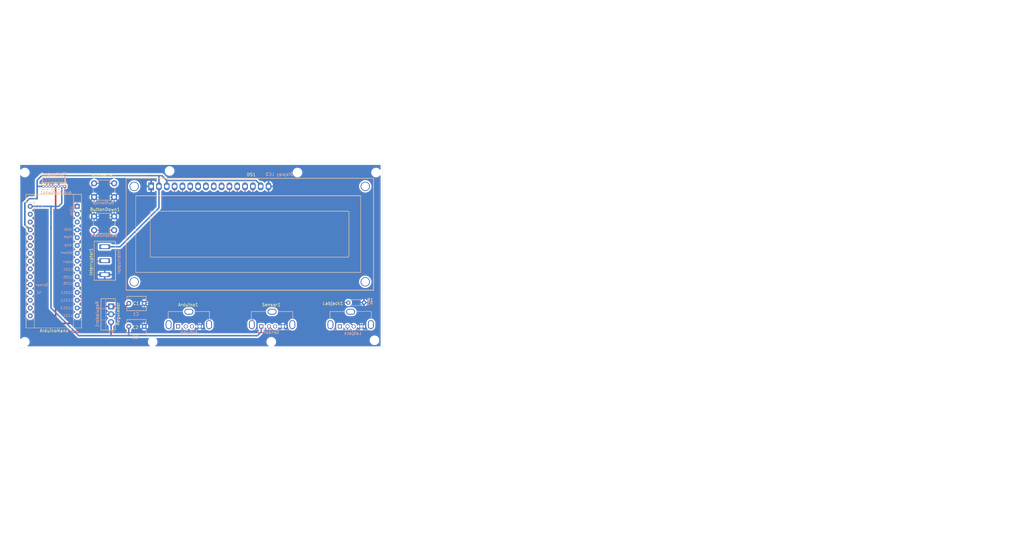
<source format=kicad_pcb>
(kicad_pcb (version 20171130) (host pcbnew 5.1.2-f72e74a~80~ubuntu16.04.1)

  (general
    (thickness 1.6)
    (drawings 115)
    (tracks 187)
    (zones 0)
    (modules 26)
    (nets 44)
  )

  (page A4)
  (layers
    (0 F.Cu signal)
    (31 B.Cu signal)
    (32 B.Adhes user)
    (33 F.Adhes user)
    (34 B.Paste user)
    (35 F.Paste user)
    (36 B.SilkS user)
    (37 F.SilkS user)
    (38 B.Mask user)
    (39 F.Mask user)
    (40 Dwgs.User user)
    (41 Cmts.User user)
    (42 Eco1.User user)
    (43 Eco2.User user)
    (44 Edge.Cuts user)
    (45 Margin user)
    (46 B.CrtYd user)
    (47 F.CrtYd user)
    (48 B.Fab user)
    (49 F.Fab user)
  )

  (setup
    (last_trace_width 0.25)
    (user_trace_width 0.5)
    (user_trace_width 1)
    (trace_clearance 0.2)
    (zone_clearance 0.508)
    (zone_45_only no)
    (trace_min 0.2)
    (via_size 0.8)
    (via_drill 0.4)
    (via_min_size 0.4)
    (via_min_drill 0.3)
    (uvia_size 0.3)
    (uvia_drill 0.1)
    (uvias_allowed no)
    (uvia_min_size 0.2)
    (uvia_min_drill 0.1)
    (edge_width 0.05)
    (segment_width 0.2)
    (pcb_text_width 0.3)
    (pcb_text_size 1.5 1.5)
    (mod_edge_width 0.12)
    (mod_text_size 1 1)
    (mod_text_width 0.15)
    (pad_size 0.85 0.85)
    (pad_drill 0.5)
    (pad_to_mask_clearance 0.051)
    (solder_mask_min_width 0.25)
    (aux_axis_origin 0 0)
    (visible_elements FFFFFF7F)
    (pcbplotparams
      (layerselection 0x010fc_ffffffff)
      (usegerberextensions false)
      (usegerberattributes false)
      (usegerberadvancedattributes false)
      (creategerberjobfile false)
      (excludeedgelayer true)
      (linewidth 0.100000)
      (plotframeref false)
      (viasonmask false)
      (mode 1)
      (useauxorigin false)
      (hpglpennumber 1)
      (hpglpenspeed 20)
      (hpglpendiameter 15.000000)
      (psnegative false)
      (psa4output false)
      (plotreference true)
      (plotvalue true)
      (plotinvisibletext false)
      (padsonsilk false)
      (subtractmaskfromsilk false)
      (outputformat 1)
      (mirror false)
      (drillshape 0)
      (scaleselection 1)
      (outputdirectory "Output/"))
  )

  (net 0 "")
  (net 1 "Net-(Arduino1-Pad5)")
  (net 2 GND)
  (net 3 USBD+)
  (net 4 USBD-)
  (net 5 USBVCC)
  (net 6 LCD6)
  (net 7 "Net-(ArduinoNano1-Pad17)")
  (net 8 "Net-(ArduinoNano1-Pad18)")
  (net 9 "Net-(ArduinoNano1-Pad3)")
  (net 10 LabjackSensor)
  (net 11 LabjackSC)
  (net 12 Interruptor)
  (net 13 "Net-(ArduinoNano1-Pad21)")
  (net 14 PWM)
  (net 15 "Net-(ArduinoNano1-Pad22)")
  (net 16 LCD4)
  (net 17 "Net-(ArduinoNano1-Pad23)")
  (net 18 LCD5)
  (net 19 "Net-(ArduinoNano1-Pad24)")
  (net 20 ButtonUp)
  (net 21 "Net-(ArduinoNano1-Pad25)")
  (net 22 ButtonDown)
  (net 23 "Net-(ArduinoNano1-Pad26)")
  (net 24 porSiAca1)
  (net 25 porSiAca2)
  (net 26 "Net-(ArduinoNano1-Pad28)")
  (net 27 LCD14)
  (net 28 "Net-(ArduinoNano1-Pad29)")
  (net 29 LCD13)
  (net 30 Vcc)
  (net 31 LCD12)
  (net 32 LCD11)
  (net 33 PowerInput)
  (net 34 "Net-(DS1-Pad7)")
  (net 35 "Net-(DS1-Pad8)")
  (net 36 "Net-(DS1-Pad9)")
  (net 37 "Net-(DS1-Pad10)")
  (net 38 "Net-(Labjack1-Pad1)")
  (net 39 "Net-(Labjack1-Pad5)")
  (net 40 "Net-(Sensor1-Pad3)")
  (net 41 "Net-(Sensor1-Pad5)")
  (net 42 "Net-(ArduinoNano1-Pad16)")
  (net 43 5V)

  (net_class Default "This is the default net class."
    (clearance 0.2)
    (trace_width 0.25)
    (via_dia 0.8)
    (via_drill 0.4)
    (uvia_dia 0.3)
    (uvia_drill 0.1)
    (add_net 5V)
    (add_net ButtonDown)
    (add_net ButtonUp)
    (add_net GND)
    (add_net Interruptor)
    (add_net LCD11)
    (add_net LCD12)
    (add_net LCD13)
    (add_net LCD14)
    (add_net LCD4)
    (add_net LCD5)
    (add_net LCD6)
    (add_net LabjackSC)
    (add_net LabjackSensor)
    (add_net "Net-(Arduino1-Pad5)")
    (add_net "Net-(ArduinoNano1-Pad16)")
    (add_net "Net-(ArduinoNano1-Pad17)")
    (add_net "Net-(ArduinoNano1-Pad18)")
    (add_net "Net-(ArduinoNano1-Pad21)")
    (add_net "Net-(ArduinoNano1-Pad22)")
    (add_net "Net-(ArduinoNano1-Pad23)")
    (add_net "Net-(ArduinoNano1-Pad24)")
    (add_net "Net-(ArduinoNano1-Pad25)")
    (add_net "Net-(ArduinoNano1-Pad26)")
    (add_net "Net-(ArduinoNano1-Pad28)")
    (add_net "Net-(ArduinoNano1-Pad29)")
    (add_net "Net-(ArduinoNano1-Pad3)")
    (add_net "Net-(DS1-Pad10)")
    (add_net "Net-(DS1-Pad7)")
    (add_net "Net-(DS1-Pad8)")
    (add_net "Net-(DS1-Pad9)")
    (add_net "Net-(Labjack1-Pad1)")
    (add_net "Net-(Labjack1-Pad5)")
    (add_net "Net-(Sensor1-Pad3)")
    (add_net "Net-(Sensor1-Pad5)")
    (add_net PWM)
    (add_net PowerInput)
    (add_net USBD+)
    (add_net USBD-)
    (add_net USBVCC)
    (add_net Vcc)
    (add_net porSiAca1)
    (add_net porSiAca2)
  )

  (module Button_Switch_THT:SW_PUSH_6mm_H13mm (layer F.Cu) (tedit 5A02FE31) (tstamp 5CBDA8D8)
    (at 185 69.5)
    (descr "tactile push button, 6x6mm e.g. PHAP33xx series, height=13mm")
    (tags "tact sw push 6mm")
    (path /5CB58EDF)
    (fp_text reference ButtonUp1 (at 3 -2.5) (layer F.SilkS)
      (effects (font (size 1 1) (thickness 0.15)))
    )
    (fp_text value SW_Push (at 3 6.5) (layer F.Fab)
      (effects (font (size 1 1) (thickness 0.15)))
    )
    (fp_circle (center 3.25 2.25) (end 1.25 2.5) (layer F.Fab) (width 0.1))
    (fp_line (start 6.75 3) (end 6.75 1.5) (layer F.SilkS) (width 0.12))
    (fp_line (start 5.5 -1) (end 1 -1) (layer F.SilkS) (width 0.12))
    (fp_line (start -0.25 1.5) (end -0.25 3) (layer F.SilkS) (width 0.12))
    (fp_line (start 1 5.5) (end 5.5 5.5) (layer F.SilkS) (width 0.12))
    (fp_line (start 8 -1.25) (end 8 5.75) (layer F.CrtYd) (width 0.05))
    (fp_line (start 7.75 6) (end -1.25 6) (layer F.CrtYd) (width 0.05))
    (fp_line (start -1.5 5.75) (end -1.5 -1.25) (layer F.CrtYd) (width 0.05))
    (fp_line (start -1.25 -1.5) (end 7.75 -1.5) (layer F.CrtYd) (width 0.05))
    (fp_line (start -1.5 6) (end -1.25 6) (layer F.CrtYd) (width 0.05))
    (fp_line (start -1.5 5.75) (end -1.5 6) (layer F.CrtYd) (width 0.05))
    (fp_line (start -1.5 -1.5) (end -1.25 -1.5) (layer F.CrtYd) (width 0.05))
    (fp_line (start -1.5 -1.25) (end -1.5 -1.5) (layer F.CrtYd) (width 0.05))
    (fp_line (start 8 -1.5) (end 8 -1.25) (layer F.CrtYd) (width 0.05))
    (fp_line (start 7.75 -1.5) (end 8 -1.5) (layer F.CrtYd) (width 0.05))
    (fp_line (start 8 6) (end 8 5.75) (layer F.CrtYd) (width 0.05))
    (fp_line (start 7.75 6) (end 8 6) (layer F.CrtYd) (width 0.05))
    (fp_line (start 0.25 -0.75) (end 3.25 -0.75) (layer F.Fab) (width 0.1))
    (fp_line (start 0.25 5.25) (end 0.25 -0.75) (layer F.Fab) (width 0.1))
    (fp_line (start 6.25 5.25) (end 0.25 5.25) (layer F.Fab) (width 0.1))
    (fp_line (start 6.25 -0.75) (end 6.25 5.25) (layer F.Fab) (width 0.1))
    (fp_line (start 3.25 -0.75) (end 6.25 -0.75) (layer F.Fab) (width 0.1))
    (fp_text user %R (at 3.5 2.5) (layer F.Fab)
      (effects (font (size 1 1) (thickness 0.15)))
    )
    (pad 1 thru_hole circle (at 6.5 0 90) (size 2 2) (drill 1.1) (layers *.Cu *.Mask)
      (net 20 ButtonUp))
    (pad 2 thru_hole circle (at 6.5 4.5 90) (size 2 2) (drill 1.1) (layers *.Cu *.Mask)
      (net 2 GND))
    (pad 1 thru_hole circle (at 0 0 90) (size 2 2) (drill 1.1) (layers *.Cu *.Mask)
      (net 20 ButtonUp))
    (pad 2 thru_hole circle (at 0 4.5 90) (size 2 2) (drill 1.1) (layers *.Cu *.Mask)
      (net 2 GND))
    (model ${KISYS3DMOD}/Button_Switch_THT.3dshapes/SW_PUSH_6mm_H13mm.wrl
      (at (xyz 0 0 0))
      (scale (xyz 1 1 1))
      (rotate (xyz 0 0 0))
    )
  )

  (module Bombasa:Interruptor (layer F.Cu) (tedit 5CC01DDC) (tstamp 5CBDA951)
    (at 185 101 90)
    (path /5CB7F2DA)
    (fp_text reference Interruptor1 (at 6 -1 90) (layer F.SilkS)
      (effects (font (size 1 1) (thickness 0.15)))
    )
    (fp_text value SW_SPDT (at 2 3 90) (layer F.Fab)
      (effects (font (size 1 1) (thickness 0.15)))
    )
    (fp_line (start 0 6.86) (end 0 0) (layer F.SilkS) (width 0.12))
    (fp_line (start 12.7 6.86) (end 0 6.86) (layer F.SilkS) (width 0.12))
    (fp_line (start 12.7 0) (end 12.7 6.86) (layer F.SilkS) (width 0.12))
    (fp_line (start 0 0) (end 12.7 0) (layer F.SilkS) (width 0.12))
    (fp_text user %R (at 3.99 -2.99 90) (layer F.Fab)
      (effects (font (size 1 1) (thickness 0.15)))
    )
    (pad 3 thru_hole rect (at 10.89 3.44 180) (size 3.5 1.5) (drill oval 2.5 1) (layers *.Cu *.Mask)
      (net 43 5V))
    (pad 1 thru_hole rect (at 1.83 3.44 180) (size 3.5 1.5) (drill oval 2.5 1) (layers *.Cu *.Mask)
      (net 2 GND))
    (pad 2 thru_hole rect (at 6.35 3.43 180) (size 3.5 1.5) (drill oval 2.5 1) (layers *.Cu *.Mask)
      (net 12 Interruptor))
    (model ${KISYS3DMOD}/Button_Switch_THT.3dshapes/SW_CuK_JS202011CQN_DPDT_Straight.step
      (offset (xyz 3 -0.5 0))
      (scale (xyz 1.4 1.8 1))
      (rotate (xyz 0 0 0))
    )
  )

  (module "" (layer F.Cu) (tedit 0) (tstamp 0)
    (at 211.8 118.8)
    (fp_text reference "" (at 185.6 65.4) (layer F.SilkS)
      (effects (font (size 1.27 1.27) (thickness 0.15)))
    )
    (fp_text value "" (at 185.6 65.4) (layer F.SilkS)
      (effects (font (size 1.27 1.27) (thickness 0.15)))
    )
  )

  (module "" (layer F.Cu) (tedit 0) (tstamp 0)
    (at 185.6 65.4)
    (fp_text reference "" (at 227.3 10.2) (layer F.SilkS)
      (effects (font (size 1.27 1.27) (thickness 0.15)))
    )
    (fp_text value "" (at 227.3 10.2) (layer F.SilkS)
      (effects (font (size 1.27 1.27) (thickness 0.15)))
    )
  )

  (module "" (layer F.Cu) (tedit 0) (tstamp 0)
    (at 227.3 10.2)
    (fp_text reference "" (at 235.6 66.6) (layer F.SilkS)
      (effects (font (size 1.27 1.27) (thickness 0.15)))
    )
    (fp_text value "" (at 235.6 66.6) (layer F.SilkS)
      (effects (font (size 1.27 1.27) (thickness 0.15)))
    )
    (fp_text user "Display LCD" (at 17.8 56.4) (layer B.SilkS)
      (effects (font (size 1 1) (thickness 0.15)) (justify mirror))
    )
  )

  (module "" (layer F.Cu) (tedit 0) (tstamp 0)
    (at 235.6 66.6)
    (fp_text reference "" (at 235.6 66.4) (layer F.SilkS)
      (effects (font (size 1.27 1.27) (thickness 0.15)))
    )
    (fp_text value "" (at 235.6 66.4) (layer F.SilkS)
      (effects (font (size 1.27 1.27) (thickness 0.15)))
    )
  )

  (module "" (layer F.Cu) (tedit 0) (tstamp 0)
    (at 235.6 66.4)
    (fp_text reference "" (at 251 66) (layer F.SilkS)
      (effects (font (size 1.27 1.27) (thickness 0.15)))
    )
    (fp_text value "" (at 251 66) (layer F.SilkS)
      (effects (font (size 1.27 1.27) (thickness 0.15)))
    )
  )

  (module MountingHole:MountingHole_2.1mm (layer F.Cu) (tedit 5B924765) (tstamp 5CBF5448)
    (at 251 66)
    (descr "Mounting Hole 2.1mm, no annular")
    (tags "mounting hole 2.1mm no annular")
    (attr virtual)
    (fp_text reference REF** (at 0 -3.2) (layer F.SilkS) hide
      (effects (font (size 1 1) (thickness 0.15)))
    )
    (fp_text value MountingHole_2.1mm (at 0 3.2) (layer F.Fab)
      (effects (font (size 1 1) (thickness 0.15)))
    )
    (fp_text user %R (at 0.3 0) (layer F.Fab)
      (effects (font (size 1 1) (thickness 0.15)))
    )
    (fp_circle (center 0 0) (end 2.1 0) (layer Cmts.User) (width 0.15))
    (fp_circle (center 0 0) (end 2.35 0) (layer F.CrtYd) (width 0.05))
    (pad "" np_thru_hole circle (at 0 0) (size 2.1 2.1) (drill 2.1) (layers *.Cu *.Mask))
  )

  (module MountingHole:MountingHole_2.1mm (layer F.Cu) (tedit 5B924765) (tstamp 5CBF5448)
    (at 209.5 65.5)
    (descr "Mounting Hole 2.1mm, no annular")
    (tags "mounting hole 2.1mm no annular")
    (attr virtual)
    (fp_text reference REF** (at 0 -3.2) (layer F.SilkS) hide
      (effects (font (size 1 1) (thickness 0.15)))
    )
    (fp_text value MountingHole_2.1mm (at 0 3.2) (layer F.Fab)
      (effects (font (size 1 1) (thickness 0.15)))
    )
    (fp_text user %R (at 0.3 0) (layer F.Fab)
      (effects (font (size 1 1) (thickness 0.15)))
    )
    (fp_circle (center 0 0) (end 2.1 0) (layer Cmts.User) (width 0.15))
    (fp_circle (center 0 0) (end 2.35 0) (layer F.CrtYd) (width 0.05))
    (pad "" np_thru_hole circle (at 0 0) (size 2.1 2.1) (drill 2.1) (layers *.Cu *.Mask))
  )

  (module MountingHole:MountingHole_2.1mm (layer F.Cu) (tedit 5B924765) (tstamp 5CBF5448)
    (at 276.5 66)
    (descr "Mounting Hole 2.1mm, no annular")
    (tags "mounting hole 2.1mm no annular")
    (attr virtual)
    (fp_text reference REF** (at 0 -3.2) (layer F.SilkS) hide
      (effects (font (size 1 1) (thickness 0.15)))
    )
    (fp_text value MountingHole_2.1mm (at 0 3.2) (layer F.Fab)
      (effects (font (size 1 1) (thickness 0.15)))
    )
    (fp_text user %R (at 0.3 0) (layer F.Fab)
      (effects (font (size 1 1) (thickness 0.15)))
    )
    (fp_circle (center 0 0) (end 2.1 0) (layer Cmts.User) (width 0.15))
    (fp_circle (center 0 0) (end 2.35 0) (layer F.CrtYd) (width 0.05))
    (pad "" np_thru_hole circle (at 0 0) (size 2.1 2.1) (drill 2.1) (layers *.Cu *.Mask))
  )

  (module MountingHole:MountingHole_2.1mm (layer F.Cu) (tedit 5B924765) (tstamp 5CBF5448)
    (at 162.5 66)
    (descr "Mounting Hole 2.1mm, no annular")
    (tags "mounting hole 2.1mm no annular")
    (attr virtual)
    (fp_text reference REF** (at 0 -3.2) (layer F.SilkS) hide
      (effects (font (size 1 1) (thickness 0.15)))
    )
    (fp_text value MountingHole_2.1mm (at 0 3.2) (layer F.Fab)
      (effects (font (size 1 1) (thickness 0.15)))
    )
    (fp_text user %R (at 0.3 0) (layer F.Fab)
      (effects (font (size 1 1) (thickness 0.15)))
    )
    (fp_circle (center 0 0) (end 2.1 0) (layer Cmts.User) (width 0.15))
    (fp_circle (center 0 0) (end 2.35 0) (layer F.CrtYd) (width 0.05))
    (pad "" np_thru_hole circle (at 0 0) (size 2.1 2.1) (drill 2.1) (layers *.Cu *.Mask))
  )

  (module MountingHole:MountingHole_2.1mm (layer F.Cu) (tedit 5B924765) (tstamp 5CBF5448)
    (at 242.5 121)
    (descr "Mounting Hole 2.1mm, no annular")
    (tags "mounting hole 2.1mm no annular")
    (attr virtual)
    (fp_text reference REF** (at 0 -3.2) (layer F.SilkS) hide
      (effects (font (size 1 1) (thickness 0.15)))
    )
    (fp_text value MountingHole_2.1mm (at 0 3.2) (layer F.Fab)
      (effects (font (size 1 1) (thickness 0.15)))
    )
    (fp_text user %R (at 0.3 0) (layer F.Fab)
      (effects (font (size 1 1) (thickness 0.15)))
    )
    (fp_circle (center 0 0) (end 2.1 0) (layer Cmts.User) (width 0.15))
    (fp_circle (center 0 0) (end 2.35 0) (layer F.CrtYd) (width 0.05))
    (pad "" np_thru_hole circle (at 0 0) (size 2.1 2.1) (drill 2.1) (layers *.Cu *.Mask))
  )

  (module MountingHole:MountingHole_2.1mm (layer F.Cu) (tedit 5B924765) (tstamp 5CBF5448)
    (at 204 121)
    (descr "Mounting Hole 2.1mm, no annular")
    (tags "mounting hole 2.1mm no annular")
    (attr virtual)
    (fp_text reference REF** (at 0 -3.2) (layer F.SilkS) hide
      (effects (font (size 1 1) (thickness 0.15)))
    )
    (fp_text value MountingHole_2.1mm (at 0 3.2) (layer F.Fab)
      (effects (font (size 1 1) (thickness 0.15)))
    )
    (fp_text user %R (at 0.3 0) (layer F.Fab)
      (effects (font (size 1 1) (thickness 0.15)))
    )
    (fp_circle (center 0 0) (end 2.1 0) (layer Cmts.User) (width 0.15))
    (fp_circle (center 0 0) (end 2.35 0) (layer F.CrtYd) (width 0.05))
    (pad "" np_thru_hole circle (at 0 0) (size 2.1 2.1) (drill 2.1) (layers *.Cu *.Mask))
  )

  (module MountingHole:MountingHole_2.1mm (layer F.Cu) (tedit 5B924765) (tstamp 5CBF5448)
    (at 162.5 121)
    (descr "Mounting Hole 2.1mm, no annular")
    (tags "mounting hole 2.1mm no annular")
    (attr virtual)
    (fp_text reference REF** (at 0 -3.2) (layer F.SilkS) hide
      (effects (font (size 1 1) (thickness 0.15)))
    )
    (fp_text value MountingHole_2.1mm (at 0 3.2) (layer F.Fab)
      (effects (font (size 1 1) (thickness 0.15)))
    )
    (fp_text user %R (at 0.3 0) (layer F.Fab)
      (effects (font (size 1 1) (thickness 0.15)))
    )
    (fp_circle (center 0 0) (end 2.1 0) (layer Cmts.User) (width 0.15))
    (fp_circle (center 0 0) (end 2.35 0) (layer F.CrtYd) (width 0.05))
    (pad "" np_thru_hole circle (at 0 0) (size 2.1 2.1) (drill 2.1) (layers *.Cu *.Mask))
  )

  (module MountingHole:MountingHole_2.1mm (layer F.Cu) (tedit 5B924765) (tstamp 5CBF52B4)
    (at 276 120.5)
    (descr "Mounting Hole 2.1mm, no annular")
    (tags "mounting hole 2.1mm no annular")
    (attr virtual)
    (fp_text reference REF** (at 0 -3.2) (layer F.SilkS) hide
      (effects (font (size 1 1) (thickness 0.15)))
    )
    (fp_text value MountingHole_2.1mm (at 0 3.2) (layer F.Fab)
      (effects (font (size 1 1) (thickness 0.15)))
    )
    (fp_circle (center 0 0) (end 2.35 0) (layer F.CrtYd) (width 0.05))
    (fp_circle (center 0 0) (end 2.1 0) (layer Cmts.User) (width 0.15))
    (fp_text user %R (at 0.3 0) (layer F.Fab)
      (effects (font (size 1 1) (thickness 0.15)))
    )
    (pad "" np_thru_hole circle (at 0 0) (size 2.1 2.1) (drill 2.1) (layers *.Cu *.Mask))
  )

  (module Module:Arduino_Nano (layer B.Cu) (tedit 58ACAF70) (tstamp 5CBDA8A4)
    (at 179.5 77 180)
    (descr "Arduino Nano, http://www.mouser.com/pdfdocs/Gravitech_Arduino_Nano3_0.pdf")
    (tags "Arduino Nano")
    (path /5CB65795)
    (fp_text reference ArduinoNano1 (at 7 4.5 180) (layer B.SilkS)
      (effects (font (size 1 1) (thickness 0.15)) (justify mirror))
    )
    (fp_text value Arduino_Nano_v3.x (at 8.5 -17.5 270) (layer B.Fab)
      (effects (font (size 1 1) (thickness 0.15)) (justify mirror))
    )
    (fp_text user %R (at 6.35 -19.05 270) (layer B.Fab)
      (effects (font (size 1 1) (thickness 0.15)) (justify mirror))
    )
    (fp_line (start 1.27 -1.27) (end 1.27 1.27) (layer B.SilkS) (width 0.12))
    (fp_line (start 1.27 1.27) (end -1.4 1.27) (layer B.SilkS) (width 0.12))
    (fp_line (start -1.4 -1.27) (end -1.4 -39.5) (layer B.SilkS) (width 0.12))
    (fp_line (start -1.4 3.94) (end -1.4 1.27) (layer B.SilkS) (width 0.12))
    (fp_line (start 13.97 1.27) (end 16.64 1.27) (layer B.SilkS) (width 0.12))
    (fp_line (start 13.97 1.27) (end 13.97 -36.83) (layer B.SilkS) (width 0.12))
    (fp_line (start 13.97 -36.83) (end 16.64 -36.83) (layer B.SilkS) (width 0.12))
    (fp_line (start 1.27 -1.27) (end -1.4 -1.27) (layer B.SilkS) (width 0.12))
    (fp_line (start 1.27 -1.27) (end 1.27 -36.83) (layer B.SilkS) (width 0.12))
    (fp_line (start 1.27 -36.83) (end -1.4 -36.83) (layer B.SilkS) (width 0.12))
    (fp_line (start 3.81 -31.75) (end 11.43 -31.75) (layer B.Fab) (width 0.1))
    (fp_line (start 11.43 -31.75) (end 11.43 -41.91) (layer B.Fab) (width 0.1))
    (fp_line (start 11.43 -41.91) (end 3.81 -41.91) (layer B.Fab) (width 0.1))
    (fp_line (start 3.81 -41.91) (end 3.81 -31.75) (layer B.Fab) (width 0.1))
    (fp_line (start -1.4 -39.5) (end 16.64 -39.5) (layer B.SilkS) (width 0.12))
    (fp_line (start 16.64 -39.5) (end 16.64 3.94) (layer B.SilkS) (width 0.12))
    (fp_line (start 16.64 3.94) (end -1.4 3.94) (layer B.SilkS) (width 0.12))
    (fp_line (start 16.51 -39.37) (end -1.27 -39.37) (layer B.Fab) (width 0.1))
    (fp_line (start -1.27 -39.37) (end -1.27 2.54) (layer B.Fab) (width 0.1))
    (fp_line (start -1.27 2.54) (end 0 3.81) (layer B.Fab) (width 0.1))
    (fp_line (start 0 3.81) (end 16.51 3.81) (layer B.Fab) (width 0.1))
    (fp_line (start 16.51 3.81) (end 16.51 -39.37) (layer B.Fab) (width 0.1))
    (fp_line (start -1.53 4.06) (end 16.75 4.06) (layer B.CrtYd) (width 0.05))
    (fp_line (start -1.53 4.06) (end -1.53 -42.16) (layer B.CrtYd) (width 0.05))
    (fp_line (start 16.75 -42.16) (end 16.75 4.06) (layer B.CrtYd) (width 0.05))
    (fp_line (start 16.75 -42.16) (end -1.53 -42.16) (layer B.CrtYd) (width 0.05))
    (pad 1 thru_hole rect (at 0 0 180) (size 1.6 1.6) (drill 0.8) (layers *.Cu *.Mask)
      (net 25 porSiAca2))
    (pad 17 thru_hole oval (at 15.24 -33.02 180) (size 1.6 1.6) (drill 0.8) (layers *.Cu *.Mask)
      (net 7 "Net-(ArduinoNano1-Pad17)"))
    (pad 2 thru_hole oval (at 0 -2.54 180) (size 1.6 1.6) (drill 0.8) (layers *.Cu *.Mask)
      (net 24 porSiAca1))
    (pad 18 thru_hole oval (at 15.24 -30.48 180) (size 1.6 1.6) (drill 0.8) (layers *.Cu *.Mask)
      (net 8 "Net-(ArduinoNano1-Pad18)"))
    (pad 3 thru_hole oval (at 0 -5.08 180) (size 1.6 1.6) (drill 0.8) (layers *.Cu *.Mask)
      (net 9 "Net-(ArduinoNano1-Pad3)"))
    (pad 19 thru_hole oval (at 15.24 -27.94 180) (size 1.6 1.6) (drill 0.8) (layers *.Cu *.Mask)
      (net 11 LabjackSC))
    (pad 4 thru_hole oval (at 0 -7.62 180) (size 1.6 1.6) (drill 0.8) (layers *.Cu *.Mask)
      (net 2 GND))
    (pad 20 thru_hole oval (at 15.24 -25.4 180) (size 1.6 1.6) (drill 0.8) (layers *.Cu *.Mask)
      (net 10 LabjackSensor))
    (pad 5 thru_hole oval (at 0 -10.16 180) (size 1.6 1.6) (drill 0.8) (layers *.Cu *.Mask)
      (net 14 PWM))
    (pad 21 thru_hole oval (at 15.24 -22.86 180) (size 1.6 1.6) (drill 0.8) (layers *.Cu *.Mask)
      (net 13 "Net-(ArduinoNano1-Pad21)"))
    (pad 6 thru_hole oval (at 0 -12.7 180) (size 1.6 1.6) (drill 0.8) (layers *.Cu *.Mask)
      (net 20 ButtonUp))
    (pad 22 thru_hole oval (at 15.24 -20.32 180) (size 1.6 1.6) (drill 0.8) (layers *.Cu *.Mask)
      (net 15 "Net-(ArduinoNano1-Pad22)"))
    (pad 7 thru_hole oval (at 0 -15.24 180) (size 1.6 1.6) (drill 0.8) (layers *.Cu *.Mask)
      (net 22 ButtonDown))
    (pad 23 thru_hole oval (at 15.24 -17.78 180) (size 1.6 1.6) (drill 0.8) (layers *.Cu *.Mask)
      (net 17 "Net-(ArduinoNano1-Pad23)"))
    (pad 8 thru_hole oval (at 0 -17.78 180) (size 1.6 1.6) (drill 0.8) (layers *.Cu *.Mask)
      (net 12 Interruptor))
    (pad 24 thru_hole oval (at 15.24 -15.24 180) (size 1.6 1.6) (drill 0.8) (layers *.Cu *.Mask)
      (net 19 "Net-(ArduinoNano1-Pad24)"))
    (pad 9 thru_hole oval (at 0 -20.32 180) (size 1.6 1.6) (drill 0.8) (layers *.Cu *.Mask)
      (net 16 LCD4))
    (pad 25 thru_hole oval (at 15.24 -12.7 180) (size 1.6 1.6) (drill 0.8) (layers *.Cu *.Mask)
      (net 21 "Net-(ArduinoNano1-Pad25)"))
    (pad 10 thru_hole oval (at 0 -22.86 180) (size 1.6 1.6) (drill 0.8) (layers *.Cu *.Mask)
      (net 18 LCD5))
    (pad 26 thru_hole oval (at 15.24 -10.16 180) (size 1.6 1.6) (drill 0.8) (layers *.Cu *.Mask)
      (net 23 "Net-(ArduinoNano1-Pad26)"))
    (pad 11 thru_hole oval (at 0 -25.4 180) (size 1.6 1.6) (drill 0.8) (layers *.Cu *.Mask)
      (net 6 LCD6))
    (pad 27 thru_hole oval (at 15.24 -7.62 180) (size 1.6 1.6) (drill 0.8) (layers *.Cu *.Mask)
      (net 43 5V))
    (pad 12 thru_hole oval (at 0 -27.94 180) (size 1.6 1.6) (drill 0.8) (layers *.Cu *.Mask)
      (net 32 LCD11))
    (pad 28 thru_hole oval (at 15.24 -5.08 180) (size 1.6 1.6) (drill 0.8) (layers *.Cu *.Mask)
      (net 26 "Net-(ArduinoNano1-Pad28)"))
    (pad 13 thru_hole oval (at 0 -30.48 180) (size 1.6 1.6) (drill 0.8) (layers *.Cu *.Mask)
      (net 31 LCD12))
    (pad 29 thru_hole oval (at 15.24 -2.54 180) (size 1.6 1.6) (drill 0.8) (layers *.Cu *.Mask)
      (net 28 "Net-(ArduinoNano1-Pad29)"))
    (pad 14 thru_hole oval (at 0 -33.02 180) (size 1.6 1.6) (drill 0.8) (layers *.Cu *.Mask)
      (net 29 LCD13))
    (pad 30 thru_hole oval (at 15.24 0 180) (size 1.6 1.6) (drill 0.8) (layers *.Cu *.Mask)
      (net 30 Vcc))
    (pad 15 thru_hole oval (at 0 -35.56 180) (size 1.6 1.6) (drill 0.8) (layers *.Cu *.Mask)
      (net 27 LCD14))
    (pad 16 thru_hole oval (at 15.24 -35.56 180) (size 1.6 1.6) (drill 0.8) (layers *.Cu *.Mask)
      (net 42 "Net-(ArduinoNano1-Pad16)"))
    (model ${KISYS3DMOD}/Module.3dshapes/Arduino_Nano_WithMountingHoles.wrl
      (at (xyz 0 0 0))
      (scale (xyz 1 1.6 1))
      (rotate (xyz 0 0 0))
    )
    (model /home/patomareao/Downloads/arduino_nano.wrl
      (offset (xyz 17 -41.5 -5))
      (scale (xyz 0.3975 0.39 0.3))
      (rotate (xyz 0 0 -90))
    )
  )

  (module Button_Switch_THT:SW_PUSH_6mm_H13mm (layer F.Cu) (tedit 5A02FE31) (tstamp 5CBDA8BE)
    (at 185 80.25)
    (descr "tactile push button, 6x6mm e.g. PHAP33xx series, height=13mm")
    (tags "tact sw push 6mm")
    (path /5CB5952F)
    (fp_text reference ButtonDown1 (at 3.5 -2.25) (layer F.SilkS)
      (effects (font (size 1 1) (thickness 0.15)))
    )
    (fp_text value SW_Push (at 3.5 6.75) (layer F.Fab)
      (effects (font (size 1 1) (thickness 0.15)))
    )
    (fp_circle (center 3.25 2.25) (end 1.25 2.5) (layer F.Fab) (width 0.1))
    (fp_line (start 6.75 3) (end 6.75 1.5) (layer F.SilkS) (width 0.12))
    (fp_line (start 5.5 -1) (end 1 -1) (layer F.SilkS) (width 0.12))
    (fp_line (start -0.25 1.5) (end -0.25 3) (layer F.SilkS) (width 0.12))
    (fp_line (start 1 5.5) (end 5.5 5.5) (layer F.SilkS) (width 0.12))
    (fp_line (start 8 -1.25) (end 8 5.75) (layer F.CrtYd) (width 0.05))
    (fp_line (start 7.75 6) (end -1.25 6) (layer F.CrtYd) (width 0.05))
    (fp_line (start -1.5 5.75) (end -1.5 -1.25) (layer F.CrtYd) (width 0.05))
    (fp_line (start -1.25 -1.5) (end 7.75 -1.5) (layer F.CrtYd) (width 0.05))
    (fp_line (start -1.5 6) (end -1.25 6) (layer F.CrtYd) (width 0.05))
    (fp_line (start -1.5 5.75) (end -1.5 6) (layer F.CrtYd) (width 0.05))
    (fp_line (start -1.5 -1.5) (end -1.25 -1.5) (layer F.CrtYd) (width 0.05))
    (fp_line (start -1.5 -1.25) (end -1.5 -1.5) (layer F.CrtYd) (width 0.05))
    (fp_line (start 8 -1.5) (end 8 -1.25) (layer F.CrtYd) (width 0.05))
    (fp_line (start 7.75 -1.5) (end 8 -1.5) (layer F.CrtYd) (width 0.05))
    (fp_line (start 8 6) (end 8 5.75) (layer F.CrtYd) (width 0.05))
    (fp_line (start 7.75 6) (end 8 6) (layer F.CrtYd) (width 0.05))
    (fp_line (start 0.25 -0.75) (end 3.25 -0.75) (layer F.Fab) (width 0.1))
    (fp_line (start 0.25 5.25) (end 0.25 -0.75) (layer F.Fab) (width 0.1))
    (fp_line (start 6.25 5.25) (end 0.25 5.25) (layer F.Fab) (width 0.1))
    (fp_line (start 6.25 -0.75) (end 6.25 5.25) (layer F.Fab) (width 0.1))
    (fp_line (start 3.25 -0.75) (end 6.25 -0.75) (layer F.Fab) (width 0.1))
    (fp_text user %R (at 3.25 2.25) (layer F.Fab)
      (effects (font (size 1 1) (thickness 0.15)))
    )
    (pad 1 thru_hole circle (at 6.5 0 90) (size 2 2) (drill 1.1) (layers *.Cu *.Mask)
      (net 2 GND))
    (pad 2 thru_hole circle (at 6.5 4.5 90) (size 2 2) (drill 1.1) (layers *.Cu *.Mask)
      (net 22 ButtonDown))
    (pad 1 thru_hole circle (at 0 0 90) (size 2 2) (drill 1.1) (layers *.Cu *.Mask)
      (net 2 GND))
    (pad 2 thru_hole circle (at 0 4.5 90) (size 2 2) (drill 1.1) (layers *.Cu *.Mask)
      (net 22 ButtonDown))
    (model ${KISYS3DMOD}/Button_Switch_THT.3dshapes/SW_PUSH_6mm_H13mm.wrl
      (at (xyz 0 0 0))
      (scale (xyz 1 1 1))
      (rotate (xyz 0 0 0))
    )
  )

  (module Package_TO_SOT_THT:TO-220-3_Vertical (layer B.Cu) (tedit 5AC8BA0D) (tstamp 5CBDAA11)
    (at 190.5 109.5 270)
    (descr "TO-220-3, Vertical, RM 2.54mm, see https://www.vishay.com/docs/66542/to-220-1.pdf")
    (tags "TO-220-3 Vertical RM 2.54mm")
    (path /5CB81C95)
    (fp_text reference Regulador1 (at 2.5 4.5 90) (layer B.SilkS)
      (effects (font (size 1 1) (thickness 0.15)) (justify mirror))
    )
    (fp_text value L7812 (at 2.5 -2.5 90) (layer B.Fab)
      (effects (font (size 1 1) (thickness 0.15)) (justify mirror))
    )
    (fp_text user %R (at 2.5 2.5 90) (layer B.Fab)
      (effects (font (size 1 1) (thickness 0.15)) (justify mirror))
    )
    (fp_line (start 7.79 3.4) (end -2.71 3.4) (layer B.CrtYd) (width 0.05))
    (fp_line (start 7.79 -1.51) (end 7.79 3.4) (layer B.CrtYd) (width 0.05))
    (fp_line (start -2.71 -1.51) (end 7.79 -1.51) (layer B.CrtYd) (width 0.05))
    (fp_line (start -2.71 3.4) (end -2.71 -1.51) (layer B.CrtYd) (width 0.05))
    (fp_line (start 4.391 3.27) (end 4.391 1.76) (layer B.SilkS) (width 0.12))
    (fp_line (start 0.69 3.27) (end 0.69 1.76) (layer B.SilkS) (width 0.12))
    (fp_line (start -2.58 1.76) (end 7.66 1.76) (layer B.SilkS) (width 0.12))
    (fp_line (start 7.66 3.27) (end 7.66 -1.371) (layer B.SilkS) (width 0.12))
    (fp_line (start -2.58 3.27) (end -2.58 -1.371) (layer B.SilkS) (width 0.12))
    (fp_line (start -2.58 -1.371) (end 7.66 -1.371) (layer B.SilkS) (width 0.12))
    (fp_line (start -2.58 3.27) (end 7.66 3.27) (layer B.SilkS) (width 0.12))
    (fp_line (start 4.39 3.15) (end 4.39 1.88) (layer B.Fab) (width 0.1))
    (fp_line (start 0.69 3.15) (end 0.69 1.88) (layer B.Fab) (width 0.1))
    (fp_line (start -2.46 1.88) (end 7.54 1.88) (layer B.Fab) (width 0.1))
    (fp_line (start 7.54 3.15) (end -2.46 3.15) (layer B.Fab) (width 0.1))
    (fp_line (start 7.54 -1.25) (end 7.54 3.15) (layer B.Fab) (width 0.1))
    (fp_line (start -2.46 -1.25) (end 7.54 -1.25) (layer B.Fab) (width 0.1))
    (fp_line (start -2.46 3.15) (end -2.46 -1.25) (layer B.Fab) (width 0.1))
    (pad 3 thru_hole oval (at 5.08 0 270) (size 1.905 2) (drill 1.1) (layers *.Cu *.Mask)
      (net 30 Vcc))
    (pad 2 thru_hole oval (at 2.54 0 270) (size 1.905 2) (drill 1.1) (layers *.Cu *.Mask)
      (net 2 GND))
    (pad 1 thru_hole rect (at 0 0 270) (size 1.905 2) (drill 1.1) (layers *.Cu *.Mask)
      (net 33 PowerInput))
    (model ${KISYS3DMOD}/Package_TO_SOT_THT.3dshapes/TO-220-3_Vertical.wrl
      (at (xyz 0 0 0))
      (scale (xyz 1 1 1))
      (rotate (xyz 0 0 0))
    )
  )

  (module Capacitor_THT:C_Disc_D6.0mm_W4.4mm_P5.00mm (layer B.Cu) (tedit 5AE50EF0) (tstamp 5CBDA8E7)
    (at 196.25 108.5)
    (descr "C, Disc series, Radial, pin pitch=5.00mm, , diameter*width=6*4.4mm^2, Capacitor")
    (tags "C Disc series Radial pin pitch 5.00mm  diameter 6mm width 4.4mm Capacitor")
    (path /5CB6387E)
    (fp_text reference C1 (at 2.25 3.5) (layer B.SilkS)
      (effects (font (size 1 1) (thickness 0.15)) (justify mirror))
    )
    (fp_text value 0.33uF (at 2.25 -1.5) (layer B.Fab)
      (effects (font (size 1 1) (thickness 0.15)) (justify mirror))
    )
    (fp_text user %R (at 0 0) (layer F.Fab)
      (effects (font (size 0.25 0.25) (thickness 0.04)))
    )
    (fp_line (start 6.05 2.45) (end -1.05 2.45) (layer B.CrtYd) (width 0.05))
    (fp_line (start 6.05 -2.45) (end 6.05 2.45) (layer B.CrtYd) (width 0.05))
    (fp_line (start -1.05 -2.45) (end 6.05 -2.45) (layer B.CrtYd) (width 0.05))
    (fp_line (start -1.05 2.45) (end -1.05 -2.45) (layer B.CrtYd) (width 0.05))
    (fp_line (start 5.62 -0.925) (end 5.62 -2.321) (layer B.SilkS) (width 0.12))
    (fp_line (start 5.62 2.321) (end 5.62 0.925) (layer B.SilkS) (width 0.12))
    (fp_line (start -0.62 -0.925) (end -0.62 -2.321) (layer B.SilkS) (width 0.12))
    (fp_line (start -0.62 2.321) (end -0.62 0.925) (layer B.SilkS) (width 0.12))
    (fp_line (start -0.62 -2.321) (end 5.62 -2.321) (layer B.SilkS) (width 0.12))
    (fp_line (start -0.62 2.321) (end 5.62 2.321) (layer B.SilkS) (width 0.12))
    (fp_line (start 5.5 2.2) (end -0.5 2.2) (layer B.Fab) (width 0.1))
    (fp_line (start 5.5 -2.2) (end 5.5 2.2) (layer B.Fab) (width 0.1))
    (fp_line (start -0.5 -2.2) (end 5.5 -2.2) (layer B.Fab) (width 0.1))
    (fp_line (start -0.5 2.2) (end -0.5 -2.2) (layer B.Fab) (width 0.1))
    (pad 2 thru_hole circle (at 5 0) (size 1.6 1.6) (drill 0.8) (layers *.Cu *.Mask)
      (net 2 GND))
    (pad 1 thru_hole circle (at 0 0) (size 1.6 1.6) (drill 0.8) (layers *.Cu *.Mask)
      (net 33 PowerInput))
    (model ${KISYS3DMOD}/Capacitor_THT.3dshapes/C_Disc_D6.0mm_W4.4mm_P5.00mm.wrl
      (at (xyz 0 0 0))
      (scale (xyz 1 1 1))
      (rotate (xyz 0 0 0))
    )
  )

  (module Capacitor_THT:C_Disc_D6.0mm_W4.4mm_P5.00mm (layer B.Cu) (tedit 5AE50EF0) (tstamp 5CBDA8F6)
    (at 196.25 116)
    (descr "C, Disc series, Radial, pin pitch=5.00mm, , diameter*width=6*4.4mm^2, Capacitor")
    (tags "C Disc series Radial pin pitch 5.00mm  diameter 6mm width 4.4mm Capacitor")
    (path /5CB64AC4)
    (fp_text reference C2 (at 2.25 3.5) (layer B.SilkS)
      (effects (font (size 1 1) (thickness 0.15)) (justify mirror))
    )
    (fp_text value 0.1uF (at 2.25 -1.17) (layer B.Fab)
      (effects (font (size 1 1) (thickness 0.15)) (justify mirror))
    )
    (fp_text user %R (at 0 0) (layer B.Fab)
      (effects (font (size 0.25 0.25) (thickness 0.04)) (justify mirror))
    )
    (fp_line (start 6.05 2.45) (end -1.05 2.45) (layer B.CrtYd) (width 0.05))
    (fp_line (start 6.05 -2.45) (end 6.05 2.45) (layer B.CrtYd) (width 0.05))
    (fp_line (start -1.05 -2.45) (end 6.05 -2.45) (layer B.CrtYd) (width 0.05))
    (fp_line (start -1.05 2.45) (end -1.05 -2.45) (layer B.CrtYd) (width 0.05))
    (fp_line (start 5.62 -0.925) (end 5.62 -2.321) (layer B.SilkS) (width 0.12))
    (fp_line (start 5.62 2.321) (end 5.62 0.925) (layer B.SilkS) (width 0.12))
    (fp_line (start -0.62 -0.925) (end -0.62 -2.321) (layer B.SilkS) (width 0.12))
    (fp_line (start -0.62 2.321) (end -0.62 0.925) (layer B.SilkS) (width 0.12))
    (fp_line (start -0.62 -2.321) (end 5.62 -2.321) (layer B.SilkS) (width 0.12))
    (fp_line (start -0.62 2.321) (end 5.62 2.321) (layer B.SilkS) (width 0.12))
    (fp_line (start 5.5 2.2) (end -0.5 2.2) (layer B.Fab) (width 0.1))
    (fp_line (start 5.5 -2.2) (end 5.5 2.2) (layer B.Fab) (width 0.1))
    (fp_line (start -0.5 -2.2) (end 5.5 -2.2) (layer B.Fab) (width 0.1))
    (fp_line (start -0.5 2.2) (end -0.5 -2.2) (layer B.Fab) (width 0.1))
    (pad 2 thru_hole circle (at 5 0) (size 1.6 1.6) (drill 0.8) (layers *.Cu *.Mask)
      (net 2 GND))
    (pad 1 thru_hole circle (at 0 0) (size 1.6 1.6) (drill 0.8) (layers *.Cu *.Mask)
      (net 30 Vcc))
    (model ${KISYS3DMOD}/Capacitor_THT.3dshapes/C_Disc_D6.0mm_W4.4mm_P5.00mm.wrl
      (at (xyz 0 0 0))
      (scale (xyz 1 1 1))
      (rotate (xyz 0 0 0))
    )
  )

  (module Connector_USB:USB_A_Molex_105057_Vertical (layer F.Cu) (tedit 5C671087) (tstamp 5CBDA867)
    (at 212.25 116)
    (descr https://www.molex.com/pdm_docs/sd/1050570001_sd.pdf)
    (tags "USB A Vertical")
    (path /5CB84344)
    (fp_text reference Arduino1 (at 3.25 -7.05) (layer F.SilkS)
      (effects (font (size 1 1) (thickness 0.15)))
    )
    (fp_text value USB_A (at 3.5 2.4) (layer F.Fab)
      (effects (font (size 1 1) (thickness 0.15)))
    )
    (fp_line (start 10.2 1.1) (end -3.2 1.1) (layer F.SilkS) (width 0.12))
    (fp_line (start 10.2 -4.9) (end 5.25 -4.9) (layer F.SilkS) (width 0.12))
    (fp_line (start 10.2 -4.9) (end 10.2 -2.3) (layer F.SilkS) (width 0.12))
    (fp_line (start -3.2 -4.9) (end -3.2 -2.3) (layer F.SilkS) (width 0.12))
    (fp_line (start -3.2 -4.9) (end 1.75 -4.9) (layer F.SilkS) (width 0.12))
    (fp_line (start 10.05 0.96) (end 0.65 0.96) (layer F.Fab) (width 0.1))
    (fp_line (start -0.65 0.96) (end -3.05 0.96) (layer F.Fab) (width 0.1))
    (fp_line (start 0 0.2) (end 0.65 0.96) (layer F.Fab) (width 0.1))
    (fp_line (start -0.65 0.96) (end 0 0.2) (layer F.Fab) (width 0.1))
    (fp_line (start -4.52 -6.23) (end 11.52 -6.23) (layer F.CrtYd) (width 0.05))
    (fp_line (start -4.52 1.46) (end -4.52 -6.23) (layer F.CrtYd) (width 0.05))
    (fp_line (start 11.52 1.46) (end -4.52 1.46) (layer F.CrtYd) (width 0.05))
    (fp_line (start 11.52 -6.23) (end 11.52 1.46) (layer F.CrtYd) (width 0.05))
    (fp_line (start -3.05 0.96) (end -3.05 -4.76) (layer F.Fab) (width 0.1))
    (fp_line (start 10.05 -4.76) (end 10.05 0.96) (layer F.Fab) (width 0.1))
    (fp_line (start -3.05 -4.76) (end 10.05 -4.76) (layer F.Fab) (width 0.1))
    (fp_text user %R (at 3.45 -2.15) (layer F.Fab)
      (effects (font (size 1 1) (thickness 0.15)))
    )
    (pad 5 thru_hole oval (at 3.5 -4.78 90) (size 1.9 2.9) (drill oval 1.3 2.3) (layers *.Cu *.Mask)
      (net 1 "Net-(Arduino1-Pad5)"))
    (pad 5 thru_hole oval (at 10.07 -0.6) (size 1.9 2.9) (drill oval 1.3 2.3) (layers *.Cu *.Mask)
      (net 1 "Net-(Arduino1-Pad5)"))
    (pad 5 thru_hole oval (at -3.07 -0.6 180) (size 1.9 2.9) (drill oval 1.3 2.3) (layers *.Cu *.Mask)
      (net 1 "Net-(Arduino1-Pad5)"))
    (pad 4 thru_hole circle (at 7 0) (size 1.3 1.3) (drill 0.9) (layers *.Cu *.Mask)
      (net 2 GND))
    (pad 3 thru_hole circle (at 4.5 0) (size 1.3 1.3) (drill 0.9) (layers *.Cu *.Mask)
      (net 3 USBD+))
    (pad 2 thru_hole circle (at 2.5 0) (size 1.3 1.3) (drill 0.9) (layers *.Cu *.Mask)
      (net 4 USBD-))
    (pad 1 thru_hole rect (at 0 0) (size 1.3 1.3) (drill 0.9) (layers *.Cu *.Mask)
      (net 5 USBVCC))
    (model ${KISYS3DMOD}/Connector_USB.3dshapes/USB_A_Molex_105057_Vertical.wrl
      (at (xyz 0 0 0))
      (scale (xyz 1 1 1))
      (rotate (xyz 0 0 0))
    )
  )

  (module Display:WC1602A (layer F.Cu) (tedit 5CC01066) (tstamp 5CBDA92C)
    (at 203.5 70.5)
    (descr "LCD 16x2 http://www.wincomlcd.com/pdf/WC1602A-SFYLYHTC06.pdf")
    (tags "LCD 16x2 Alphanumeric 16pin")
    (path /5CBDB22F)
    (fp_text reference DS1 (at 32.5 -3.81) (layer F.SilkS)
      (effects (font (size 1 1) (thickness 0.15)))
    )
    (fp_text value WC1602A (at -4.31 34.66) (layer F.Fab)
      (effects (font (size 1 1) (thickness 0.15)))
    )
    (fp_line (start -8.14 33.64) (end 72.14 33.64) (layer F.SilkS) (width 0.12))
    (fp_line (start 72.14 33.64) (end 72.14 -2.64) (layer F.SilkS) (width 0.12))
    (fp_line (start 72.14 -2.64) (end -7.34 -2.64) (layer F.SilkS) (width 0.12))
    (fp_line (start -8.14 -2.64) (end -8.14 33.64) (layer F.SilkS) (width 0.12))
    (fp_line (start -8.13 -2.64) (end -7.34 -2.64) (layer F.SilkS) (width 0.12))
    (fp_line (start -8.25 -2.75) (end -8.25 33.75) (layer F.CrtYd) (width 0.05))
    (fp_line (start -8.25 33.75) (end 72.25 33.75) (layer F.CrtYd) (width 0.05))
    (fp_line (start 72.25 -2.75) (end 72.25 33.75) (layer F.CrtYd) (width 0.05))
    (fp_line (start -1.5 -3) (end 1.5 -3) (layer F.SilkS) (width 0.12))
    (fp_line (start -8.25 -2.75) (end 72.25 -2.75) (layer F.CrtYd) (width 0.05))
    (fp_line (start 1 -2.5) (end 0 -1.5) (layer F.Fab) (width 0.1))
    (fp_line (start 0 -1.5) (end -1 -2.5) (layer F.Fab) (width 0.1))
    (fp_line (start -1 -2.5) (end -8 -2.5) (layer F.Fab) (width 0.1))
    (fp_text user %R (at 30.37 14.74) (layer F.Fab)
      (effects (font (size 1 1) (thickness 0.1)))
    )
    (fp_line (start 0.2 8) (end 63.7 8) (layer F.SilkS) (width 0.12))
    (fp_line (start -0.29972 22.49932) (end -0.29972 8.5) (layer F.SilkS) (width 0.12))
    (fp_line (start 63.70066 23) (end 0.2 23) (layer F.SilkS) (width 0.12))
    (fp_line (start 64.2 8.5) (end 64.2 22.5) (layer F.SilkS) (width 0.12))
    (fp_arc (start 63.7 8.5) (end 63.7 8) (angle 90) (layer F.SilkS) (width 0.12))
    (fp_arc (start 63.70066 22.49932) (end 64.20104 22.49932) (angle 90) (layer F.SilkS) (width 0.12))
    (fp_arc (start 0.20066 22.49932) (end 0.20066 22.9997) (angle 90) (layer F.SilkS) (width 0.12))
    (fp_arc (start 0.20066 8.49884) (end -0.29972 8.49884) (angle 90) (layer F.SilkS) (width 0.12))
    (fp_line (start -5 3) (end 68 3) (layer F.SilkS) (width 0.12))
    (fp_line (start 68 3) (end 68 28) (layer F.SilkS) (width 0.12))
    (fp_line (start 68 28) (end -5 28) (layer F.SilkS) (width 0.12))
    (fp_line (start -5 28) (end -5 3) (layer F.SilkS) (width 0.12))
    (fp_line (start 1 -2.5) (end 72 -2.5) (layer F.Fab) (width 0.1))
    (fp_line (start 72 -2.5) (end 72 33.5) (layer F.Fab) (width 0.1))
    (fp_line (start 72 33.5) (end -8 33.5) (layer F.Fab) (width 0.1))
    (fp_line (start -8 33.5) (end -8 -2.5) (layer F.Fab) (width 0.1))
    (pad 1 thru_hole rect (at 0 0) (size 1.8 2.6) (drill 1.2) (layers *.Cu *.Mask)
      (net 2 GND))
    (pad 2 thru_hole oval (at 2.54 0) (size 1.8 2.6) (drill 1.2) (layers *.Cu *.Mask)
      (net 43 5V))
    (pad 3 thru_hole oval (at 5.08 0) (size 1.8 2.6) (drill 1.2) (layers *.Cu *.Mask)
      (net 43 5V))
    (pad 4 thru_hole oval (at 7.62 0) (size 1.8 2.6) (drill 1.2) (layers *.Cu *.Mask)
      (net 16 LCD4))
    (pad 5 thru_hole oval (at 10.16 0) (size 1.8 2.6) (drill 1.2) (layers *.Cu *.Mask)
      (net 18 LCD5))
    (pad 6 thru_hole oval (at 12.7 0) (size 1.8 2.6) (drill 1.2) (layers *.Cu *.Mask)
      (net 6 LCD6))
    (pad 7 thru_hole oval (at 15.24 0) (size 1.8 2.6) (drill 1.2) (layers *.Cu *.Mask)
      (net 34 "Net-(DS1-Pad7)"))
    (pad 8 thru_hole oval (at 17.78 0) (size 1.8 2.6) (drill 1.2) (layers *.Cu *.Mask)
      (net 35 "Net-(DS1-Pad8)"))
    (pad 9 thru_hole oval (at 20.32 0) (size 1.8 2.6) (drill 1.2) (layers *.Cu *.Mask)
      (net 36 "Net-(DS1-Pad9)"))
    (pad 10 thru_hole oval (at 22.86 0) (size 1.8 2.6) (drill 1.2) (layers *.Cu *.Mask)
      (net 37 "Net-(DS1-Pad10)"))
    (pad 11 thru_hole oval (at 25.4 0) (size 1.8 2.6) (drill 1.2) (layers *.Cu *.Mask)
      (net 32 LCD11))
    (pad 12 thru_hole oval (at 27.94 0) (size 1.8 2.6) (drill 1.2) (layers *.Cu *.Mask)
      (net 31 LCD12))
    (pad 13 thru_hole oval (at 30.48 0) (size 1.8 2.6) (drill 1.2) (layers *.Cu *.Mask)
      (net 29 LCD13))
    (pad 14 thru_hole oval (at 33.02 0) (size 1.8 2.6) (drill 1.2) (layers *.Cu *.Mask)
      (net 27 LCD14))
    (pad 15 thru_hole oval (at 35.56 0) (size 1.8 2.6) (drill 1.2) (layers *.Cu *.Mask)
      (net 43 5V))
    (pad 16 thru_hole oval (at 38.1 0) (size 1.8 2.6) (drill 1.2) (layers *.Cu *.Mask)
      (net 2 GND))
    (pad "" thru_hole circle (at -5.4991 0) (size 3 3) (drill 2.5) (layers *.Cu *.Mask))
    (pad "" thru_hole circle (at -5.4991 31.0007) (size 3 3) (drill 2.5) (layers *.Cu *.Mask))
    (pad "" thru_hole circle (at 69.49948 31.0007) (size 3 3) (drill 2.5) (layers *.Cu *.Mask))
    (pad "" thru_hole circle (at 69.5 0) (size 3 3) (drill 2.5) (layers *.Cu *.Mask))
    (model ${KISYS3DMOD}/Display.3dshapes/WC1602A.wrl
      (at (xyz 0 0 0))
      (scale (xyz 1 1 1))
      (rotate (xyz 0 0 0))
    )
  )

  (module Connector_USB:USB_A_Molex_105057_Vertical (layer F.Cu) (tedit 5C671087) (tstamp 5CBDA96D)
    (at 264.75 116)
    (descr https://www.molex.com/pdm_docs/sd/1050570001_sd.pdf)
    (tags "USB A Vertical")
    (path /5CB8D2B0)
    (fp_text reference Labjack1 (at -2.25 -7.5) (layer F.SilkS)
      (effects (font (size 1 1) (thickness 0.15)))
    )
    (fp_text value USB_A (at 3.5 2.4) (layer F.Fab)
      (effects (font (size 1 1) (thickness 0.15)))
    )
    (fp_text user %R (at 3.45 -2.15) (layer F.Fab)
      (effects (font (size 1 1) (thickness 0.15)))
    )
    (fp_line (start -3.05 -4.76) (end 10.05 -4.76) (layer F.Fab) (width 0.1))
    (fp_line (start 10.05 -4.76) (end 10.05 0.96) (layer F.Fab) (width 0.1))
    (fp_line (start -3.05 0.96) (end -3.05 -4.76) (layer F.Fab) (width 0.1))
    (fp_line (start 11.52 -6.23) (end 11.52 1.46) (layer F.CrtYd) (width 0.05))
    (fp_line (start 11.52 1.46) (end -4.52 1.46) (layer F.CrtYd) (width 0.05))
    (fp_line (start -4.52 1.46) (end -4.52 -6.23) (layer F.CrtYd) (width 0.05))
    (fp_line (start -4.52 -6.23) (end 11.52 -6.23) (layer F.CrtYd) (width 0.05))
    (fp_line (start -0.65 0.96) (end 0 0.2) (layer F.Fab) (width 0.1))
    (fp_line (start 0 0.2) (end 0.65 0.96) (layer F.Fab) (width 0.1))
    (fp_line (start -0.65 0.96) (end -3.05 0.96) (layer F.Fab) (width 0.1))
    (fp_line (start 10.05 0.96) (end 0.65 0.96) (layer F.Fab) (width 0.1))
    (fp_line (start -3.2 -4.9) (end 1.75 -4.9) (layer F.SilkS) (width 0.12))
    (fp_line (start -3.2 -4.9) (end -3.2 -2.3) (layer F.SilkS) (width 0.12))
    (fp_line (start 10.2 -4.9) (end 10.2 -2.3) (layer F.SilkS) (width 0.12))
    (fp_line (start 10.2 -4.9) (end 5.25 -4.9) (layer F.SilkS) (width 0.12))
    (fp_line (start 10.2 1.1) (end -3.2 1.1) (layer F.SilkS) (width 0.12))
    (pad 1 thru_hole rect (at 0 0) (size 1.3 1.3) (drill 0.9) (layers *.Cu *.Mask)
      (net 38 "Net-(Labjack1-Pad1)"))
    (pad 2 thru_hole circle (at 2.5 0) (size 1.3 1.3) (drill 0.9) (layers *.Cu *.Mask)
      (net 10 LabjackSensor))
    (pad 3 thru_hole circle (at 4.5 0) (size 1.3 1.3) (drill 0.9) (layers *.Cu *.Mask)
      (net 11 LabjackSC))
    (pad 4 thru_hole circle (at 7 0) (size 1.3 1.3) (drill 0.9) (layers *.Cu *.Mask)
      (net 2 GND))
    (pad 5 thru_hole oval (at -3.07 -0.6 180) (size 1.9 2.9) (drill oval 1.3 2.3) (layers *.Cu *.Mask)
      (net 39 "Net-(Labjack1-Pad5)"))
    (pad 5 thru_hole oval (at 10.07 -0.6) (size 1.9 2.9) (drill oval 1.3 2.3) (layers *.Cu *.Mask)
      (net 39 "Net-(Labjack1-Pad5)"))
    (pad 5 thru_hole oval (at 3.5 -4.78 90) (size 1.9 2.9) (drill oval 1.3 2.3) (layers *.Cu *.Mask)
      (net 39 "Net-(Labjack1-Pad5)"))
    (model ${KISYS3DMOD}/Connector_USB.3dshapes/USB_A_Molex_105057_Vertical.wrl
      (at (xyz 0 0 0))
      (scale (xyz 1 1 1))
      (rotate (xyz 0 0 0))
    )
  )

  (module Connector_PinHeader_1.00mm:PinHeader_1x08_P1.00mm_Horizontal (layer B.Cu) (tedit 5CC8513A) (tstamp 5CBDA9DA)
    (at 175.5 70.5 90)
    (descr "Through hole angled pin header, 1x08, 1.00mm pitch, 2.0mm pin length, single row")
    (tags "Through hole angled pin header THT 1x08 1.00mm single row")
    (path /5CB72439)
    (fp_text reference PinHeader1 (at 4 -3.7) (layer B.SilkS)
      (effects (font (size 1 1) (thickness 0.15)) (justify mirror))
    )
    (fp_text value Conn_01x08 (at 1.375 -8.5 90) (layer B.Fab)
      (effects (font (size 1 1) (thickness 0.15)) (justify mirror))
    )
    (fp_line (start 0.5 0.5) (end 1.25 0.5) (layer B.Fab) (width 0.1))
    (fp_line (start 1.25 0.5) (end 1.25 -7.5) (layer B.Fab) (width 0.1))
    (fp_line (start 1.25 -7.5) (end 0.25 -7.5) (layer B.Fab) (width 0.1))
    (fp_line (start 0.25 -7.5) (end 0.25 0.25) (layer B.Fab) (width 0.1))
    (fp_line (start 0.25 0.25) (end 0.5 0.5) (layer B.Fab) (width 0.1))
    (fp_line (start -0.15 0.15) (end 0.25 0.15) (layer B.Fab) (width 0.1))
    (fp_line (start -0.15 0.15) (end -0.15 -0.15) (layer B.Fab) (width 0.1))
    (fp_line (start -0.15 -0.15) (end 0.25 -0.15) (layer B.Fab) (width 0.1))
    (fp_line (start 1.25 0.15) (end 3.25 0.15) (layer B.Fab) (width 0.1))
    (fp_line (start 3.25 0.15) (end 3.25 -0.15) (layer B.Fab) (width 0.1))
    (fp_line (start 1.25 -0.15) (end 3.25 -0.15) (layer B.Fab) (width 0.1))
    (fp_line (start -0.15 -0.85) (end 0.25 -0.85) (layer B.Fab) (width 0.1))
    (fp_line (start -0.15 -0.85) (end -0.15 -1.15) (layer B.Fab) (width 0.1))
    (fp_line (start -0.15 -1.15) (end 0.25 -1.15) (layer B.Fab) (width 0.1))
    (fp_line (start 1.25 -0.85) (end 3.25 -0.85) (layer B.Fab) (width 0.1))
    (fp_line (start 3.25 -0.85) (end 3.25 -1.15) (layer B.Fab) (width 0.1))
    (fp_line (start 1.25 -1.15) (end 3.25 -1.15) (layer B.Fab) (width 0.1))
    (fp_line (start -0.15 -1.85) (end 0.25 -1.85) (layer B.Fab) (width 0.1))
    (fp_line (start -0.15 -1.85) (end -0.15 -2.15) (layer B.Fab) (width 0.1))
    (fp_line (start -0.15 -2.15) (end 0.25 -2.15) (layer B.Fab) (width 0.1))
    (fp_line (start 1.25 -1.85) (end 3.25 -1.85) (layer B.Fab) (width 0.1))
    (fp_line (start 3.25 -1.85) (end 3.25 -2.15) (layer B.Fab) (width 0.1))
    (fp_line (start 1.25 -2.15) (end 3.25 -2.15) (layer B.Fab) (width 0.1))
    (fp_line (start -0.15 -2.85) (end 0.25 -2.85) (layer B.Fab) (width 0.1))
    (fp_line (start -0.15 -2.85) (end -0.15 -3.15) (layer B.Fab) (width 0.1))
    (fp_line (start -0.15 -3.15) (end 0.25 -3.15) (layer B.Fab) (width 0.1))
    (fp_line (start 1.25 -2.85) (end 3.25 -2.85) (layer B.Fab) (width 0.1))
    (fp_line (start 3.25 -2.85) (end 3.25 -3.15) (layer B.Fab) (width 0.1))
    (fp_line (start 1.25 -3.15) (end 3.25 -3.15) (layer B.Fab) (width 0.1))
    (fp_line (start -0.15 -3.85) (end 0.25 -3.85) (layer B.Fab) (width 0.1))
    (fp_line (start -0.15 -3.85) (end -0.15 -4.15) (layer B.Fab) (width 0.1))
    (fp_line (start -0.15 -4.15) (end 0.25 -4.15) (layer B.Fab) (width 0.1))
    (fp_line (start 1.25 -3.85) (end 3.25 -3.85) (layer B.Fab) (width 0.1))
    (fp_line (start 3.25 -3.85) (end 3.25 -4.15) (layer B.Fab) (width 0.1))
    (fp_line (start 1.25 -4.15) (end 3.25 -4.15) (layer B.Fab) (width 0.1))
    (fp_line (start -0.15 -4.85) (end 0.25 -4.85) (layer B.Fab) (width 0.1))
    (fp_line (start -0.15 -4.85) (end -0.15 -5.15) (layer B.Fab) (width 0.1))
    (fp_line (start -0.15 -5.15) (end 0.25 -5.15) (layer B.Fab) (width 0.1))
    (fp_line (start 1.25 -4.85) (end 3.25 -4.85) (layer B.Fab) (width 0.1))
    (fp_line (start 3.25 -4.85) (end 3.25 -5.15) (layer B.Fab) (width 0.1))
    (fp_line (start 1.25 -5.15) (end 3.25 -5.15) (layer B.Fab) (width 0.1))
    (fp_line (start -0.15 -5.85) (end 0.25 -5.85) (layer B.Fab) (width 0.1))
    (fp_line (start -0.15 -5.85) (end -0.15 -6.15) (layer B.Fab) (width 0.1))
    (fp_line (start -0.15 -6.15) (end 0.25 -6.15) (layer B.Fab) (width 0.1))
    (fp_line (start 1.25 -5.85) (end 3.25 -5.85) (layer B.Fab) (width 0.1))
    (fp_line (start 3.25 -5.85) (end 3.25 -6.15) (layer B.Fab) (width 0.1))
    (fp_line (start 1.25 -6.15) (end 3.25 -6.15) (layer B.Fab) (width 0.1))
    (fp_line (start -0.15 -6.85) (end 0.25 -6.85) (layer B.Fab) (width 0.1))
    (fp_line (start -0.15 -6.85) (end -0.15 -7.15) (layer B.Fab) (width 0.1))
    (fp_line (start -0.15 -7.15) (end 0.25 -7.15) (layer B.Fab) (width 0.1))
    (fp_line (start 1.25 -6.85) (end 3.25 -6.85) (layer B.Fab) (width 0.1))
    (fp_line (start 3.25 -6.85) (end 3.25 -7.15) (layer B.Fab) (width 0.1))
    (fp_line (start 1.25 -7.15) (end 3.25 -7.15) (layer B.Fab) (width 0.1))
    (fp_line (start 0.685 0.56) (end 1.31 0.56) (layer B.SilkS) (width 0.12))
    (fp_line (start 1.31 0.56) (end 1.31 -7.56) (layer B.SilkS) (width 0.12))
    (fp_line (start 1.31 -7.56) (end 0.394493 -7.56) (layer B.SilkS) (width 0.12))
    (fp_line (start 1.31 0.21) (end 3.31 0.21) (layer B.SilkS) (width 0.12))
    (fp_line (start 3.31 0.21) (end 3.31 -0.21) (layer B.SilkS) (width 0.12))
    (fp_line (start 3.31 -0.21) (end 1.31 -0.21) (layer B.SilkS) (width 0.12))
    (fp_line (start 1.31 0.15) (end 3.31 0.15) (layer B.SilkS) (width 0.12))
    (fp_line (start 1.31 0.03) (end 3.31 0.03) (layer B.SilkS) (width 0.12))
    (fp_line (start 1.31 -0.09) (end 3.31 -0.09) (layer B.SilkS) (width 0.12))
    (fp_line (start 0.685 -0.5) (end 1.31 -0.5) (layer B.SilkS) (width 0.12))
    (fp_line (start 1.31 -0.79) (end 3.31 -0.79) (layer B.SilkS) (width 0.12))
    (fp_line (start 3.31 -0.79) (end 3.31 -1.21) (layer B.SilkS) (width 0.12))
    (fp_line (start 3.31 -1.21) (end 1.31 -1.21) (layer B.SilkS) (width 0.12))
    (fp_line (start 0.468215 -1.5) (end 1.31 -1.5) (layer B.SilkS) (width 0.12))
    (fp_line (start 1.31 -1.79) (end 3.31 -1.79) (layer B.SilkS) (width 0.12))
    (fp_line (start 3.31 -1.79) (end 3.31 -2.21) (layer B.SilkS) (width 0.12))
    (fp_line (start 3.31 -2.21) (end 1.31 -2.21) (layer B.SilkS) (width 0.12))
    (fp_line (start 0.468215 -2.5) (end 1.31 -2.5) (layer B.SilkS) (width 0.12))
    (fp_line (start 1.31 -2.79) (end 3.31 -2.79) (layer B.SilkS) (width 0.12))
    (fp_line (start 3.31 -2.79) (end 3.31 -3.21) (layer B.SilkS) (width 0.12))
    (fp_line (start 3.31 -3.21) (end 1.31 -3.21) (layer B.SilkS) (width 0.12))
    (fp_line (start 0.468215 -3.5) (end 1.31 -3.5) (layer B.SilkS) (width 0.12))
    (fp_line (start 1.31 -3.79) (end 3.31 -3.79) (layer B.SilkS) (width 0.12))
    (fp_line (start 3.31 -3.79) (end 3.31 -4.21) (layer B.SilkS) (width 0.12))
    (fp_line (start 3.31 -4.21) (end 1.31 -4.21) (layer B.SilkS) (width 0.12))
    (fp_line (start 0.468215 -4.5) (end 1.31 -4.5) (layer B.SilkS) (width 0.12))
    (fp_line (start 1.31 -4.79) (end 3.31 -4.79) (layer B.SilkS) (width 0.12))
    (fp_line (start 3.31 -4.79) (end 3.31 -5.21) (layer B.SilkS) (width 0.12))
    (fp_line (start 3.31 -5.21) (end 1.31 -5.21) (layer B.SilkS) (width 0.12))
    (fp_line (start 0.468215 -5.5) (end 1.31 -5.5) (layer B.SilkS) (width 0.12))
    (fp_line (start 1.31 -5.79) (end 3.31 -5.79) (layer B.SilkS) (width 0.12))
    (fp_line (start 3.31 -5.79) (end 3.31 -6.21) (layer B.SilkS) (width 0.12))
    (fp_line (start 3.31 -6.21) (end 1.31 -6.21) (layer B.SilkS) (width 0.12))
    (fp_line (start 0.468215 -6.5) (end 1.31 -6.5) (layer B.SilkS) (width 0.12))
    (fp_line (start 1.31 -6.79) (end 3.31 -6.79) (layer B.SilkS) (width 0.12))
    (fp_line (start 3.31 -6.79) (end 3.31 -7.21) (layer B.SilkS) (width 0.12))
    (fp_line (start 3.31 -7.21) (end 1.31 -7.21) (layer B.SilkS) (width 0.12))
    (fp_line (start -0.685 0) (end -0.685 0.685) (layer B.SilkS) (width 0.12))
    (fp_line (start -0.685 0.685) (end 0 0.685) (layer B.SilkS) (width 0.12))
    (fp_line (start -1 1) (end -1 -8) (layer B.CrtYd) (width 0.05))
    (fp_line (start -1 -8) (end 3.75 -8) (layer B.CrtYd) (width 0.05))
    (fp_line (start 3.75 -8) (end 3.75 1) (layer B.CrtYd) (width 0.05))
    (fp_line (start 3.75 1) (end -1 1) (layer B.CrtYd) (width 0.05))
    (fp_text user %R (at 0.75 -3.5 180) (layer B.Fab)
      (effects (font (size 0.6 0.6) (thickness 0.09)) (justify mirror))
    )
    (pad 1 thru_hole rect (at 0 0 90) (size 0.85 0.85) (drill 0.5) (layers *.Cu *.Mask)
      (net 14 PWM))
    (pad 2 thru_hole oval (at 0 -1 90) (size 0.85 0.85) (drill 0.5) (layers *.Cu *.Mask)
      (net 30 Vcc))
    (pad 3 thru_hole oval (at 0 -2 90) (size 0.85 0.85) (drill 0.5) (layers *.Cu *.Mask)
      (net 2 GND))
    (pad 4 thru_hole oval (at 0 -3 90) (size 0.85 0.85) (drill 0.5) (layers *.Cu *.Mask)
      (net 33 PowerInput))
    (pad 5 thru_hole oval (at 0 -4 90) (size 0.85 0.85) (drill 0.5) (layers *.Cu *.Mask)
      (net 2 GND))
    (pad 6 thru_hole oval (at 0 -5 90) (size 0.85 0.85) (drill 0.5) (layers *.Cu *.Mask)
      (net 24 porSiAca1))
    (pad 7 thru_hole oval (at 0 -6 90) (size 0.85 0.85) (drill 0.5) (layers *.Cu *.Mask)
      (net 25 porSiAca2))
    (pad 5V thru_hole oval (at 0 -7 90) (size 0.85 0.85) (drill 0.5) (layers *.Cu *.Mask)
      (net 43 5V))
    (model ${KISYS3DMOD}/Connector_PinHeader_1.00mm.3dshapes/PinHeader_1x08_P1.00mm_Horizontal.wrl
      (at (xyz 0 0 0))
      (scale (xyz 1 1 1))
      (rotate (xyz 0 0 0))
    )
  )

  (module Resistor_THT:R_Axial_DIN0204_L3.6mm_D1.6mm_P5.08mm_Horizontal (layer B.Cu) (tedit 5AE5139B) (tstamp 5CBDA9ED)
    (at 267.5 108.25)
    (descr "Resistor, Axial_DIN0204 series, Axial, Horizontal, pin pitch=5.08mm, 0.167W, length*diameter=3.6*1.6mm^2, http://cdn-reichelt.de/documents/datenblatt/B400/1_4W%23YAG.pdf")
    (tags "Resistor Axial_DIN0204 series Axial Horizontal pin pitch 5.08mm 0.167W length 3.6mm diameter 1.6mm")
    (path /5CB9907F)
    (fp_text reference R1 (at 7 0.25) (layer B.SilkS)
      (effects (font (size 1 1) (thickness 0.15)) (justify mirror))
    )
    (fp_text value 1k (at 2.54 -1.92) (layer B.Fab)
      (effects (font (size 1 1) (thickness 0.15)) (justify mirror))
    )
    (fp_line (start 0.74 0.8) (end 0.74 -0.8) (layer B.Fab) (width 0.1))
    (fp_line (start 0.74 -0.8) (end 4.34 -0.8) (layer B.Fab) (width 0.1))
    (fp_line (start 4.34 -0.8) (end 4.34 0.8) (layer B.Fab) (width 0.1))
    (fp_line (start 4.34 0.8) (end 0.74 0.8) (layer B.Fab) (width 0.1))
    (fp_line (start 0 0) (end 0.74 0) (layer B.Fab) (width 0.1))
    (fp_line (start 5.08 0) (end 4.34 0) (layer B.Fab) (width 0.1))
    (fp_line (start 0.62 0.92) (end 4.46 0.92) (layer B.SilkS) (width 0.12))
    (fp_line (start 0.62 -0.92) (end 4.46 -0.92) (layer B.SilkS) (width 0.12))
    (fp_line (start -0.95 1.05) (end -0.95 -1.05) (layer B.CrtYd) (width 0.05))
    (fp_line (start -0.95 -1.05) (end 6.03 -1.05) (layer B.CrtYd) (width 0.05))
    (fp_line (start 6.03 -1.05) (end 6.03 1.05) (layer B.CrtYd) (width 0.05))
    (fp_line (start 6.03 1.05) (end -0.95 1.05) (layer B.CrtYd) (width 0.05))
    (fp_text user %R (at 2.54 0) (layer B.Fab)
      (effects (font (size 0.72 0.72) (thickness 0.108)) (justify mirror))
    )
    (pad 1 thru_hole circle (at 0 0) (size 1.4 1.4) (drill 0.7) (layers *.Cu *.Mask)
      (net 11 LabjackSC))
    (pad 2 thru_hole oval (at 5.08 0) (size 1.4 1.4) (drill 0.7) (layers *.Cu *.Mask)
      (net 2 GND))
    (model ${KISYS3DMOD}/Resistor_THT.3dshapes/R_Axial_DIN0204_L3.6mm_D1.6mm_P5.08mm_Horizontal.wrl
      (at (xyz 0 0 0))
      (scale (xyz 1 1 1))
      (rotate (xyz 0 0 0))
    )
  )

  (module Connector_USB:USB_A_Molex_105057_Vertical (layer F.Cu) (tedit 5C671087) (tstamp 5CBDAA2D)
    (at 239.25 116)
    (descr https://www.molex.com/pdm_docs/sd/1050570001_sd.pdf)
    (tags "USB A Vertical")
    (path /5CB8BD53)
    (fp_text reference Sensor1 (at 3.25 -7.05) (layer F.SilkS)
      (effects (font (size 1 1) (thickness 0.15)))
    )
    (fp_text value USB_A (at 3.5 2.4) (layer F.Fab)
      (effects (font (size 1 1) (thickness 0.15)))
    )
    (fp_text user %R (at 3.45 -2.15) (layer F.Fab)
      (effects (font (size 1 1) (thickness 0.15)))
    )
    (fp_line (start -3.05 -4.76) (end 10.05 -4.76) (layer F.Fab) (width 0.1))
    (fp_line (start 10.05 -4.76) (end 10.05 0.96) (layer F.Fab) (width 0.1))
    (fp_line (start -3.05 0.96) (end -3.05 -4.76) (layer F.Fab) (width 0.1))
    (fp_line (start 11.52 -6.23) (end 11.52 1.46) (layer F.CrtYd) (width 0.05))
    (fp_line (start 11.52 1.46) (end -4.52 1.46) (layer F.CrtYd) (width 0.05))
    (fp_line (start -4.52 1.46) (end -4.52 -6.23) (layer F.CrtYd) (width 0.05))
    (fp_line (start -4.52 -6.23) (end 11.52 -6.23) (layer F.CrtYd) (width 0.05))
    (fp_line (start -0.65 0.96) (end 0 0.2) (layer F.Fab) (width 0.1))
    (fp_line (start 0 0.2) (end 0.65 0.96) (layer F.Fab) (width 0.1))
    (fp_line (start -0.65 0.96) (end -3.05 0.96) (layer F.Fab) (width 0.1))
    (fp_line (start 10.05 0.96) (end 0.65 0.96) (layer F.Fab) (width 0.1))
    (fp_line (start -3.2 -4.9) (end 1.75 -4.9) (layer F.SilkS) (width 0.12))
    (fp_line (start -3.2 -4.9) (end -3.2 -2.3) (layer F.SilkS) (width 0.12))
    (fp_line (start 10.2 -4.9) (end 10.2 -2.3) (layer F.SilkS) (width 0.12))
    (fp_line (start 10.2 -4.9) (end 5.25 -4.9) (layer F.SilkS) (width 0.12))
    (fp_line (start 10.2 1.1) (end -3.2 1.1) (layer F.SilkS) (width 0.12))
    (pad 1 thru_hole rect (at 0 0) (size 1.3 1.3) (drill 0.9) (layers *.Cu *.Mask)
      (net 30 Vcc))
    (pad 2 thru_hole circle (at 2.5 0) (size 1.3 1.3) (drill 0.9) (layers *.Cu *.Mask)
      (net 10 LabjackSensor))
    (pad 3 thru_hole circle (at 4.5 0) (size 1.3 1.3) (drill 0.9) (layers *.Cu *.Mask)
      (net 40 "Net-(Sensor1-Pad3)"))
    (pad 4 thru_hole circle (at 7 0) (size 1.3 1.3) (drill 0.9) (layers *.Cu *.Mask)
      (net 2 GND))
    (pad 5 thru_hole oval (at -3.07 -0.6 180) (size 1.9 2.9) (drill oval 1.3 2.3) (layers *.Cu *.Mask)
      (net 41 "Net-(Sensor1-Pad5)"))
    (pad 5 thru_hole oval (at 10.07 -0.6) (size 1.9 2.9) (drill oval 1.3 2.3) (layers *.Cu *.Mask)
      (net 41 "Net-(Sensor1-Pad5)"))
    (pad 5 thru_hole oval (at 3.5 -4.78 90) (size 1.9 2.9) (drill oval 1.3 2.3) (layers *.Cu *.Mask)
      (net 41 "Net-(Sensor1-Pad5)"))
    (model ${KISYS3DMOD}/Connector_USB.3dshapes/USB_A_Molex_105057_Vertical.wrl
      (at (xyz 0 0 0))
      (scale (xyz 1 1 1))
      (rotate (xyz 0 0 0))
    )
  )

  (gr_line (start 160.5 64) (end 160.5 63) (layer Edge.Cuts) (width 0.05) (tstamp 5CC02D4C))
  (gr_text GND (at 176.5 84.5) (layer B.SilkS) (tstamp 5CC0141E)
    (effects (font (size 0.8 0.8) (thickness 0.1)) (justify mirror))
  )
  (gr_text "Libre\n" (at 177.5 78.5 90) (layer B.SilkS) (tstamp 5CC0141E)
    (effects (font (size 0.8 0.8) (thickness 0.1)) (justify mirror))
  )
  (gr_text VCC (at 167.5 77) (layer B.SilkS) (tstamp 5CC0141E)
    (effects (font (size 0.8 0.8) (thickness 0.1)) (justify mirror))
  )
  (gr_text "Sensor\n" (at 168 102.5) (layer B.SilkS) (tstamp 5CC0141E)
    (effects (font (size 0.8 0.8) (thickness 0.1)) (justify mirror))
  )
  (gr_text SC (at 167 105) (layer B.SilkS) (tstamp 5CC0141E)
    (effects (font (size 0.8 0.8) (thickness 0.1)) (justify mirror))
  )
  (gr_text LCD14 (at 176 112.5) (layer B.SilkS) (tstamp 5CC0141E)
    (effects (font (size 0.8 0.8) (thickness 0.1)) (justify mirror))
  )
  (gr_text LCD13 (at 176 110) (layer B.SilkS) (tstamp 5CC0141E)
    (effects (font (size 0.8 0.8) (thickness 0.1)) (justify mirror))
  )
  (gr_text LCD12 (at 176 107.5) (layer B.SilkS) (tstamp 5CC0141E)
    (effects (font (size 0.8 0.8) (thickness 0.1)) (justify mirror))
  )
  (gr_text "LCD11\n" (at 176 105) (layer B.SilkS) (tstamp 5CC0141E)
    (effects (font (size 0.8 0.8) (thickness 0.1)) (justify mirror))
  )
  (gr_text LCD6 (at 176.5 102) (layer B.SilkS) (tstamp 5CC0141E)
    (effects (font (size 0.8 0.8) (thickness 0.1)) (justify mirror))
  )
  (gr_text LCD5 (at 176.5 100) (layer B.SilkS) (tstamp 5CC0141E)
    (effects (font (size 0.8 0.8) (thickness 0.1)) (justify mirror))
  )
  (gr_text LCD4 (at 176.5 97.5) (layer B.SilkS) (tstamp 5CC0141E)
    (effects (font (size 0.8 0.8) (thickness 0.1)) (justify mirror))
  )
  (gr_text Interr (at 176.5 95) (layer B.SilkS) (tstamp 5CC0141E)
    (effects (font (size 0.8 0.8) (thickness 0.1)) (justify mirror))
  )
  (gr_text bDown (at 176 92) (layer B.SilkS) (tstamp 5CC0141E)
    (effects (font (size 0.8 0.8) (thickness 0.1)) (justify mirror))
  )
  (gr_text bUp (at 176.5 89.5) (layer B.SilkS) (tstamp 5CC0141E)
    (effects (font (size 0.8 0.8) (thickness 0.1)) (justify mirror))
  )
  (gr_text PWM (at 176.5 87) (layer B.SilkS) (tstamp 5CC01393)
    (effects (font (size 0.8 0.8) (thickness 0.1)) (justify mirror))
  )
  (gr_text PWM (at 175.5 71.5) (layer B.SilkS) (tstamp 5CC01393)
    (effects (font (size 0.3 0.3) (thickness 0.075)) (justify mirror))
  )
  (gr_text 5V (at 174.5 71.5) (layer B.SilkS) (tstamp 5CC01393)
    (effects (font (size 0.3 0.3) (thickness 0.075)) (justify mirror))
  )
  (gr_text "5V\n" (at 173.5 71.5) (layer B.SilkS) (tstamp 5CC01393)
    (effects (font (size 0.3 0.3) (thickness 0.075)) (justify mirror))
  )
  (gr_text Pin (at 172.5 71.5) (layer B.SilkS) (tstamp 5CC01393)
    (effects (font (size 0.3 0.3) (thickness 0.075)) (justify mirror))
  )
  (gr_text GND (at 171.5 71.5) (layer B.SilkS) (tstamp 5CC01393)
    (effects (font (size 0.3 0.3) (thickness 0.075)) (justify mirror))
  )
  (gr_text "Free\n" (at 170 71.5) (layer B.SilkS) (tstamp 5CC0130D)
    (effects (font (size 0.3 0.3) (thickness 0.075)) (justify mirror))
  )
  (gr_text GND (at 168.5 71.5) (layer B.SilkS)
    (effects (font (size 0.3 0.3) (thickness 0.075)) (justify mirror))
  )
  (gr_text Regulador (at 192.7 111.9 90) (layer F.SilkS)
    (effects (font (size 1 1) (thickness 0.15)))
  )
  (gr_text "ArduinoNano\n\n" (at 172 118.2) (layer F.SilkS)
    (effects (font (size 1 1) (thickness 0.15)))
  )
  (gr_text "R1\n" (at 274.6 107.4) (layer F.SilkS)
    (effects (font (size 1 1) (thickness 0.15)))
  )
  (gr_text C2 (at 198.4 116.3) (layer F.SilkS)
    (effects (font (size 1 1) (thickness 0.15)))
  )
  (gr_text C1 (at 198.6 108.5) (layer F.SilkS)
    (effects (font (size 1 1) (thickness 0.15)))
  )
  (gr_line (start 175.8 67.2) (end 175.8 69.4) (layer F.SilkS) (width 0.12))
  (gr_line (start 168.1 67.2) (end 175.8 67.2) (layer F.SilkS) (width 0.12))
  (gr_line (start 168.2 69.2) (end 168.1 67.2) (layer F.SilkS) (width 0.12))
  (gr_line (start 167.9 70.1) (end 168.1 70.1) (layer F.SilkS) (width 0.12))
  (gr_line (start 167.9 69.4) (end 167.9 70.1) (layer F.SilkS) (width 0.12))
  (gr_line (start 176 69.4) (end 167.9 69.4) (layer F.SilkS) (width 0.12))
  (gr_line (start 176 70) (end 176 69.4) (layer F.SilkS) (width 0.12))
  (gr_line (start 168 70) (end 176 70) (layer F.SilkS) (width 0.12))
  (gr_line (start 268.1 107.3) (end 271.9 107.3) (layer F.SilkS) (width 0.12))
  (gr_line (start 268.1 109.2) (end 271.9 109.2) (layer F.SilkS) (width 0.12))
  (gr_line (start 195.6 118.4) (end 195.6 117.1) (layer F.SilkS) (width 0.12))
  (gr_line (start 201.9 118.4) (end 195.6 118.4) (layer F.SilkS) (width 0.12))
  (gr_line (start 201.9 117) (end 201.9 118.4) (layer F.SilkS) (width 0.12))
  (gr_line (start 201.9 113.8) (end 201.9 115.1) (layer F.SilkS) (width 0.12))
  (gr_line (start 195.6 113.8) (end 201.9 113.8) (layer F.SilkS) (width 0.12))
  (gr_line (start 195.6 115.1) (end 195.6 113.8) (layer F.SilkS) (width 0.12))
  (gr_line (start 201.9 106.3) (end 201.9 107.6) (layer F.SilkS) (width 0.12))
  (gr_line (start 195.6 106.3) (end 201.9 106.3) (layer F.SilkS) (width 0.12))
  (gr_line (start 195.6 107.6) (end 195.6 106.3) (layer F.SilkS) (width 0.12))
  (gr_line (start 202 110.9) (end 202 109.6) (layer F.SilkS) (width 0.12))
  (gr_line (start 195.6 110.9) (end 202 110.9) (layer F.SilkS) (width 0.12))
  (gr_line (start 195.6 109.6) (end 195.6 110.9) (layer F.SilkS) (width 0.12))
  (gr_line (start 187.2 117.2) (end 187.2 107) (layer F.SilkS) (width 0.12) (tstamp 5CBF905E))
  (gr_line (start 191.9 117.2) (end 187.2 117.2) (layer F.SilkS) (width 0.12))
  (gr_line (start 191.9 107) (end 191.9 117.2) (layer F.SilkS) (width 0.12))
  (gr_line (start 187.2 107) (end 191.9 107) (layer F.SilkS) (width 0.12))
  (gr_line (start 165.6 116.5) (end 178.3 116.5) (layer F.SilkS) (width 0.12) (tstamp 5CBF905C))
  (gr_line (start 162.9 116.5) (end 162.9 73.1) (layer F.SilkS) (width 0.12) (tstamp 5CBF905B))
  (gr_line (start 165.6 116.5) (end 162.9 116.5) (layer F.SilkS) (width 0.12))
  (gr_line (start 165.6 73) (end 165.6 116.5) (layer F.SilkS) (width 0.12))
  (gr_line (start 178.3 116.5) (end 178.3 73.1) (layer F.SilkS) (width 0.12))
  (gr_line (start 180.9 116.5) (end 178.3 116.5) (layer F.SilkS) (width 0.12))
  (gr_line (start 180.9 73.6) (end 180.9 116.5) (layer F.SilkS) (width 0.12))
  (gr_line (start 180.9 73.1) (end 180.9 73.6) (layer F.SilkS) (width 0.12))
  (gr_line (start 162.9 73.1) (end 180.9 73.1) (layer F.SilkS) (width 0.12))
  (gr_text "Labjack\n" (at 268.9 118.2) (layer B.SilkS)
    (effects (font (size 1 1) (thickness 0.15)) (justify mirror))
  )
  (gr_text Sensor (at 242.6 117.9) (layer B.SilkS)
    (effects (font (size 1 1) (thickness 0.15)) (justify mirror))
  )
  (gr_text "Arduino\n\n" (at 215.8 118.7) (layer B.SilkS)
    (effects (font (size 1 1) (thickness 0.15)) (justify mirror))
  )
  (gr_text Interruptor (at 193 95 90) (layer B.SilkS)
    (effects (font (size 1 1) (thickness 0.15)) (justify mirror))
  )
  (gr_text "ButtonDown\n" (at 188.2 86.4) (layer B.SilkS)
    (effects (font (size 1 1) (thickness 0.15)) (justify mirror))
  )
  (gr_text ButtonUp (at 188 75.8) (layer B.SilkS)
    (effects (font (size 1 1) (thickness 0.15)) (justify mirror))
  )
  (gr_line (start 191.7 72.5) (end 191.7 71) (layer B.SilkS) (width 0.12) (tstamp 5CBF8F99))
  (gr_line (start 184.7 72.6) (end 184.7 71.1) (layer B.SilkS) (width 0.12) (tstamp 5CBF8F99))
  (gr_line (start 185.9 68.5) (end 190.4 68.5) (layer B.SilkS) (width 0.12) (tstamp 5CBF8F94))
  (gr_line (start 186 75) (end 190.5 75) (layer B.SilkS) (width 0.12) (tstamp 5CBF8F94))
  (gr_line (start 184.7 83.3) (end 184.7 81.8) (layer B.SilkS) (width 0.12))
  (gr_line (start 191.8 83.3) (end 191.8 81.8) (layer B.SilkS) (width 0.12))
  (gr_line (start 186 85.8) (end 190.5 85.8) (layer B.SilkS) (width 0.12))
  (gr_line (start 186 79.3) (end 190.5 79.3) (layer B.SilkS) (width 0.12))
  (gr_line (start 192 88.5) (end 185 88.5) (layer B.SilkS) (width 0.12))
  (gr_line (start 192 101) (end 192 88.5) (layer B.SilkS) (width 0.12))
  (gr_line (start 185 101) (end 192 101) (layer B.SilkS) (width 0.12))
  (gr_line (start 186.5 90.9) (end 186.8 90.9) (layer B.SilkS) (width 0.12))
  (gr_line (start 185 101) (end 185 88.5) (layer B.SilkS) (width 0.12))
  (gr_line (start 186.9 99.7) (end 186.5 99.7) (layer B.SilkS) (width 0.12))
  (gr_line (start 209 111.2) (end 214 111.2) (layer B.SilkS) (width 0.12))
  (gr_line (start 209 113.7) (end 209 111.2) (layer B.SilkS) (width 0.12))
  (gr_line (start 222.4 111.2) (end 217.5 111.2) (layer B.SilkS) (width 0.12))
  (gr_line (start 222.4 113.8) (end 222.4 111.2) (layer B.SilkS) (width 0.12))
  (gr_line (start 209 117.1) (end 222.5 117.1) (layer B.SilkS) (width 0.12))
  (gr_line (start 236 117.1) (end 249.4 117.1) (layer B.SilkS) (width 0.12))
  (gr_line (start 249.5 111.2) (end 249.5 113.8) (layer B.SilkS) (width 0.12))
  (gr_line (start 244.5 111.2) (end 249.5 111.2) (layer B.SilkS) (width 0.12))
  (gr_line (start 236 111.2) (end 241 111.2) (layer B.SilkS) (width 0.12))
  (gr_line (start 236 113.7) (end 236 111.2) (layer B.SilkS) (width 0.12))
  (gr_line (start 275 111.1) (end 275 113.7) (layer B.SilkS) (width 0.12))
  (gr_line (start 270 111.1) (end 275 111.1) (layer B.SilkS) (width 0.12))
  (gr_line (start 261.6 111.2) (end 266.6 111.2) (layer B.SilkS) (width 0.12))
  (gr_line (start 261.6 113.7) (end 261.6 111.1) (layer B.SilkS) (width 0.12))
  (gr_line (start 261.6 117.2) (end 275.1 117.2) (layer B.SilkS) (width 0.12))
  (gr_line (start 203.2 93.5) (end 203.2 78.6) (layer B.SilkS) (width 0.12) (tstamp 5CBF8F92))
  (gr_line (start 267.7 93.5) (end 203.2 93.5) (layer B.SilkS) (width 0.12))
  (gr_line (start 267.7 78.6) (end 267.7 93.5) (layer B.SilkS) (width 0.12))
  (gr_line (start 203.2 78.6) (end 267.7 78.6) (layer B.SilkS) (width 0.12))
  (gr_line (start 198.5 98.4) (end 198.5 73.6) (layer B.SilkS) (width 0.12) (tstamp 5CBF8F91))
  (gr_line (start 271.5 98.4) (end 198.5 98.4) (layer B.SilkS) (width 0.12))
  (gr_line (start 271.5 73.6) (end 271.5 98.4) (layer B.SilkS) (width 0.12))
  (gr_line (start 198.5 73.6) (end 271.5 73.6) (layer B.SilkS) (width 0.12))
  (gr_line (start 195.4 104.3) (end 195.4 67.9) (layer B.SilkS) (width 0.12))
  (gr_line (start 275.8 104.3) (end 195.4 104.3) (layer B.SilkS) (width 0.12))
  (gr_line (start 275.8 67.9) (end 275.8 104.3) (layer B.SilkS) (width 0.12))
  (gr_line (start 195.3 68) (end 275.8 67.9) (layer B.SilkS) (width 0.12))
  (gr_line (start 160.5 123) (end 160.5 64) (layer Edge.Cuts) (width 0.05))
  (gr_line (start 278.5 123) (end 160.5 123) (layer Edge.Cuts) (width 0.05))
  (gr_line (start 278.5 63) (end 278.5 123) (layer Edge.Cuts) (width 0.05))
  (gr_line (start 160.5 63) (end 278.5 63) (layer Edge.Cuts) (width 0.05))

  (segment (start 271.75 109.08) (end 272.58 108.25) (width 0.25) (layer B.Cu) (net 2))
  (segment (start 271.75 116) (end 271.75 109.08) (width 0.25) (layer B.Cu) (net 2))
  (segment (start 246.899999 115.350001) (end 246.25 116) (width 0.25) (layer B.Cu) (net 2))
  (segment (start 243.87499 113.62499) (end 245.600001 115.350001) (width 0.25) (layer B.Cu) (net 2))
  (segment (start 245.600001 115.350001) (end 246.25 116) (width 0.25) (layer B.Cu) (net 2))
  (segment (start 221.62501 113.62499) (end 243.87499 113.62499) (width 0.25) (layer B.Cu) (net 2))
  (segment (start 219.25 116) (end 221.62501 113.62499) (width 0.25) (layer B.Cu) (net 2))
  (segment (start 248.875 113.375) (end 269.125 113.375) (width 0.25) (layer B.Cu) (net 2))
  (segment (start 271.75 116) (end 269.125 113.375) (width 0.25) (layer B.Cu) (net 2))
  (segment (start 248.875 113.375) (end 246.899999 115.350001) (width 0.25) (layer B.Cu) (net 2))
  (segment (start 191.5 80.25) (end 191.5 74) (width 0.25) (layer B.Cu) (net 2))
  (segment (start 185 74) (end 191.5 74) (width 0.25) (layer B.Cu) (net 2))
  (segment (start 186.414213 80.25) (end 191.5 80.25) (width 0.25) (layer B.Cu) (net 2))
  (segment (start 185 80.25) (end 186.414213 80.25) (width 0.25) (layer B.Cu) (net 2))
  (segment (start 185 80.25) (end 185 74) (width 0.25) (layer B.Cu) (net 2))
  (segment (start 168.5 70.5) (end 168.749999 70.250001) (width 0.25) (layer B.Cu) (net 43))
  (segment (start 181 70) (end 185 74) (width 0.25) (layer B.Cu) (net 2))
  (segment (start 179.5 68.5) (end 181 70) (width 0.25) (layer B.Cu) (net 2))
  (segment (start 219.25 110.25) (end 219.25 116) (width 0.25) (layer B.Cu) (net 2))
  (segment (start 201.25 108.5) (end 217.5 108.5) (width 0.25) (layer B.Cu) (net 2))
  (segment (start 217.5 108.5) (end 219.25 110.25) (width 0.25) (layer B.Cu) (net 2))
  (segment (start 171.5 70.5) (end 171.5 68.5) (width 0.25) (layer B.Cu) (net 2))
  (segment (start 171.5 68.5) (end 179.5 68.5) (width 0.25) (layer B.Cu) (net 2))
  (segment (start 179.5 84.62) (end 181.88 84.62) (width 0.25) (layer B.Cu) (net 2))
  (segment (start 185 81.5) (end 185 80.25) (width 0.25) (layer B.Cu) (net 2))
  (segment (start 181.88 84.62) (end 185 81.5) (width 0.25) (layer B.Cu) (net 2))
  (segment (start 192.04 111.75) (end 201.25 111.75) (width 0.25) (layer B.Cu) (net 2))
  (segment (start 190.5 112.04) (end 191.75 112.04) (width 0.25) (layer B.Cu) (net 2))
  (segment (start 191.75 112.04) (end 192.04 111.75) (width 0.25) (layer B.Cu) (net 2))
  (segment (start 201.25 116) (end 201.25 111.75) (width 0.25) (layer B.Cu) (net 2))
  (segment (start 201.25 111.75) (end 201.25 108.5) (width 0.25) (layer B.Cu) (net 2))
  (segment (start 202.35 70.5) (end 203.5 70.5) (width 0.25) (layer B.Cu) (net 2))
  (segment (start 191.5 74) (end 195 70.5) (width 0.25) (layer B.Cu) (net 2))
  (segment (start 195 70.5) (end 195 69) (width 0.25) (layer B.Cu) (net 2))
  (segment (start 195 69) (end 196 68) (width 0.25) (layer B.Cu) (net 2))
  (segment (start 196 68) (end 200 68) (width 0.25) (layer B.Cu) (net 2))
  (segment (start 200 68) (end 200 68.15) (width 0.25) (layer B.Cu) (net 2))
  (segment (start 200 68.15) (end 202.35 70.5) (width 0.25) (layer B.Cu) (net 2))
  (segment (start 188.44 100.17) (end 188.44 99.17) (width 0.25) (layer B.Cu) (net 2))
  (segment (start 188.44 110.0275) (end 188.44 100.17) (width 0.25) (layer B.Cu) (net 2))
  (segment (start 190.4525 112.04) (end 188.44 110.0275) (width 0.25) (layer B.Cu) (net 2))
  (segment (start 190.5 112.04) (end 190.4525 112.04) (width 0.25) (layer B.Cu) (net 2))
  (segment (start 173.5 70.5) (end 173.5 68.5) (width 0.25) (layer B.Cu) (net 2))
  (segment (start 216.2 70.1) (end 216.2 70.5) (width 0.25) (layer F.Cu) (net 6))
  (segment (start 180.299999 103.199999) (end 189.163591 103.199999) (width 0.25) (layer F.Cu) (net 6))
  (segment (start 179.5 102.4) (end 180.299999 103.199999) (width 0.25) (layer F.Cu) (net 6))
  (segment (start 189.163591 103.199999) (end 197.36359 95) (width 0.25) (layer F.Cu) (net 6))
  (segment (start 197.36359 95) (end 209.5 95) (width 0.25) (layer F.Cu) (net 6))
  (segment (start 216.2 88.3) (end 216.2 70.5) (width 0.25) (layer F.Cu) (net 6))
  (segment (start 209.5 95) (end 216.2 88.3) (width 0.25) (layer F.Cu) (net 6))
  (segment (start 267.25 116.919238) (end 265.669238 118.5) (width 0.25) (layer F.Cu) (net 10))
  (segment (start 267.25 116) (end 267.25 116.919238) (width 0.25) (layer F.Cu) (net 10))
  (segment (start 244.25 118.5) (end 241.75 116) (width 0.25) (layer F.Cu) (net 10))
  (segment (start 265.669238 118.5) (end 244.25 118.5) (width 0.25) (layer F.Cu) (net 10))
  (segment (start 163.1 102.4) (end 164.26 102.4) (width 0.25) (layer F.Cu) (net 10))
  (segment (start 241.75 116.919238) (end 240.669238 118) (width 0.25) (layer F.Cu) (net 10))
  (segment (start 241.75 116) (end 241.75 116.919238) (width 0.25) (layer F.Cu) (net 10))
  (segment (start 162 117) (end 162 103.5) (width 0.25) (layer F.Cu) (net 10))
  (segment (start 163 118) (end 162 117) (width 0.25) (layer F.Cu) (net 10))
  (segment (start 240.669238 118) (end 163 118) (width 0.25) (layer F.Cu) (net 10))
  (segment (start 162 103.5) (end 163.1 102.4) (width 0.25) (layer F.Cu) (net 10))
  (segment (start 269.25 116) (end 262 108.75) (width 0.25) (layer F.Cu) (net 11))
  (segment (start 262.5 108.25) (end 267.5 108.25) (width 0.25) (layer F.Cu) (net 11))
  (segment (start 262.125 108.625) (end 262.5 108.25) (width 0.25) (layer F.Cu) (net 11))
  (segment (start 262 108.75) (end 262.125 108.625) (width 0.25) (layer F.Cu) (net 11))
  (segment (start 162.5 116) (end 162.5 105.5) (width 0.25) (layer F.Cu) (net 11))
  (segment (start 205.875 108.625) (end 201.5 113) (width 0.25) (layer F.Cu) (net 11))
  (segment (start 262.125 108.625) (end 205.875 108.625) (width 0.25) (layer F.Cu) (net 11))
  (segment (start 163.06 104.94) (end 164.26 104.94) (width 0.25) (layer F.Cu) (net 11))
  (segment (start 201.5 113) (end 195.5 113) (width 0.25) (layer F.Cu) (net 11))
  (segment (start 191 117.5) (end 164 117.5) (width 0.25) (layer F.Cu) (net 11))
  (segment (start 164 117.5) (end 162.5 116) (width 0.25) (layer F.Cu) (net 11))
  (segment (start 162.5 105.5) (end 163.06 104.94) (width 0.25) (layer F.Cu) (net 11))
  (segment (start 195.5 113) (end 191 117.5) (width 0.25) (layer F.Cu) (net 11))
  (segment (start 179.97 95.25) (end 179.5 94.78) (width 0.25) (layer F.Cu) (net 12))
  (segment (start 188.3 94.78) (end 188.43 94.65) (width 0.25) (layer F.Cu) (net 12))
  (segment (start 179.5 94.78) (end 188.3 94.78) (width 0.25) (layer F.Cu) (net 12))
  (segment (start 175.5 83.16) (end 175.5 70.5) (width 0.25) (layer F.Cu) (net 14))
  (segment (start 179.5 87.16) (end 175.5 83.16) (width 0.25) (layer F.Cu) (net 14))
  (segment (start 179.5 97.32) (end 183.18 101) (width 0.25) (layer F.Cu) (net 16))
  (segment (start 190.09077 101) (end 198.09077 93) (width 0.25) (layer F.Cu) (net 16))
  (segment (start 183.18 101) (end 190.09077 101) (width 0.25) (layer F.Cu) (net 16))
  (segment (start 198.09077 93) (end 205 93) (width 0.25) (layer F.Cu) (net 16))
  (segment (start 211.12 86.88) (end 211.12 70.5) (width 0.25) (layer F.Cu) (net 16))
  (segment (start 205 93) (end 211.12 86.88) (width 0.25) (layer F.Cu) (net 16))
  (segment (start 213.66 70.5) (end 213.66 88.84) (width 0.25) (layer F.Cu) (net 18))
  (segment (start 213.66 88.84) (end 208.5 94) (width 0.25) (layer F.Cu) (net 18))
  (segment (start 197.72718 94) (end 189.72718 102) (width 0.25) (layer F.Cu) (net 18))
  (segment (start 208.5 94) (end 197.72718 94) (width 0.25) (layer F.Cu) (net 18))
  (segment (start 181.64 102) (end 179.5 99.86) (width 0.25) (layer F.Cu) (net 18))
  (segment (start 189.72718 102) (end 181.64 102) (width 0.25) (layer F.Cu) (net 18))
  (segment (start 179.5 89.7) (end 182.5 86.7) (width 0.25) (layer F.Cu) (net 20))
  (segment (start 182.5 72) (end 185 69.5) (width 0.25) (layer F.Cu) (net 20))
  (segment (start 182.5 86.7) (end 182.5 72) (width 0.25) (layer F.Cu) (net 20))
  (segment (start 185 69.5) (end 191.5 69.5) (width 0.25) (layer F.Cu) (net 20))
  (segment (start 185 86.74) (end 179.5 92.24) (width 0.25) (layer F.Cu) (net 22))
  (segment (start 185 84.75) (end 185 86.74) (width 0.25) (layer F.Cu) (net 22))
  (segment (start 186.414213 84.75) (end 191.5 84.75) (width 0.25) (layer F.Cu) (net 22))
  (segment (start 185 84.75) (end 186.414213 84.75) (width 0.25) (layer F.Cu) (net 22))
  (segment (start 178.700001 78.740001) (end 179.5 79.54) (width 0.25) (layer F.Cu) (net 24))
  (segment (start 170.5 69.89896) (end 171.39896 69) (width 0.25) (layer F.Cu) (net 24))
  (segment (start 171.39896 69) (end 176 69) (width 0.25) (layer F.Cu) (net 24))
  (segment (start 176 69) (end 178.374999 71.374999) (width 0.25) (layer F.Cu) (net 24))
  (segment (start 170.5 70.5) (end 170.5 69.89896) (width 0.25) (layer F.Cu) (net 24))
  (segment (start 178.374999 71.374999) (end 178.374999 78.414999) (width 0.25) (layer F.Cu) (net 24))
  (segment (start 178.374999 78.414999) (end 178.700001 78.740001) (width 0.25) (layer F.Cu) (net 24))
  (segment (start 169.5 69.89896) (end 169.5 70.5) (width 0.25) (layer F.Cu) (net 25))
  (segment (start 176.1864 68.54999) (end 170.84897 68.54999) (width 0.25) (layer F.Cu) (net 25))
  (segment (start 179.5 71.86359) (end 176.1864 68.54999) (width 0.25) (layer F.Cu) (net 25))
  (segment (start 170.84897 68.54999) (end 169.5 69.89896) (width 0.25) (layer F.Cu) (net 25))
  (segment (start 179.5 77) (end 179.5 71.86359) (width 0.25) (layer F.Cu) (net 25))
  (segment (start 236.52 76.48) (end 236.52 70.5) (width 0.25) (layer F.Cu) (net 27))
  (segment (start 214 99) (end 236.52 76.48) (width 0.25) (layer F.Cu) (net 27))
  (segment (start 196 99) (end 214 99) (width 0.25) (layer F.Cu) (net 27))
  (segment (start 183.239999 111.760001) (end 196 99) (width 0.25) (layer F.Cu) (net 27))
  (segment (start 179.5 112.56) (end 180.299999 111.760001) (width 0.25) (layer F.Cu) (net 27))
  (segment (start 180.299999 111.760001) (end 183.239999 111.760001) (width 0.25) (layer F.Cu) (net 27))
  (segment (start 233.98 72.05) (end 234 72.07) (width 0.25) (layer F.Cu) (net 29))
  (segment (start 233.98 70.5) (end 233.98 72.05) (width 0.25) (layer F.Cu) (net 29))
  (segment (start 234 72.07) (end 234 76) (width 0.25) (layer F.Cu) (net 29))
  (segment (start 234 76) (end 213 97) (width 0.25) (layer F.Cu) (net 29))
  (segment (start 184.34359 110.02) (end 180.63137 110.02) (width 0.25) (layer F.Cu) (net 29))
  (segment (start 180.63137 110.02) (end 179.5 110.02) (width 0.25) (layer F.Cu) (net 29))
  (segment (start 213 97) (end 197.36359 97) (width 0.25) (layer F.Cu) (net 29))
  (segment (start 197.36359 97) (end 184.34359 110.02) (width 0.25) (layer F.Cu) (net 29))
  (segment (start 180 119) (end 171 110) (width 0.5) (layer B.Cu) (net 30))
  (segment (start 190.5 114.58) (end 190.5 119) (width 0.5) (layer B.Cu) (net 30))
  (segment (start 190.5 119) (end 180 119) (width 0.5) (layer B.Cu) (net 30))
  (segment (start 196.25 118.75) (end 196 119) (width 0.5) (layer B.Cu) (net 30))
  (segment (start 196.25 116) (end 196.25 118.75) (width 0.5) (layer B.Cu) (net 30))
  (segment (start 196 119) (end 190.5 119) (width 0.5) (layer B.Cu) (net 30))
  (segment (start 164.26 77) (end 171 77) (width 0.5) (layer B.Cu) (net 30))
  (segment (start 239.25 117.75) (end 239.25 116) (width 0.5) (layer B.Cu) (net 30))
  (segment (start 238 119) (end 239.25 117.75) (width 0.5) (layer B.Cu) (net 30))
  (segment (start 196 119) (end 238 119) (width 0.5) (layer B.Cu) (net 30))
  (segment (start 171 84) (end 171 77) (width 0.5) (layer B.Cu) (net 30))
  (segment (start 171 84) (end 171 83.74) (width 0.5) (layer B.Cu) (net 30))
  (segment (start 171 93.5) (end 171 84) (width 0.5) (layer B.Cu) (net 30))
  (segment (start 171 110) (end 171 93.5) (width 0.5) (layer B.Cu) (net 30))
  (segment (start 171 77) (end 173.5 77) (width 0.5) (layer B.Cu) (net 30))
  (segment (start 174.5 76) (end 174.5 70.5) (width 0.5) (layer B.Cu) (net 30))
  (segment (start 173.5 77) (end 174.5 76) (width 0.5) (layer B.Cu) (net 30))
  (segment (start 186.24718 107.48) (end 184.98 107.48) (width 0.25) (layer F.Cu) (net 31))
  (segment (start 184.98 107.48) (end 185.02 107.48) (width 0.25) (layer F.Cu) (net 31))
  (segment (start 179.5 107.48) (end 184.98 107.48) (width 0.25) (layer F.Cu) (net 31))
  (segment (start 231.44 70.5) (end 231.44 77.06) (width 0.25) (layer F.Cu) (net 31))
  (segment (start 231.44 77.06) (end 212 96.5) (width 0.25) (layer F.Cu) (net 31))
  (segment (start 212 96.5) (end 197.22718 96.5) (width 0.25) (layer F.Cu) (net 31))
  (segment (start 197.22718 96.5) (end 186.24718 107.48) (width 0.25) (layer F.Cu) (net 31))
  (segment (start 228.9 70.1) (end 228.9 70.5) (width 0.25) (layer F.Cu) (net 32))
  (segment (start 179.5 104.94) (end 188.06 104.94) (width 0.25) (layer F.Cu) (net 32))
  (segment (start 188.06 104.94) (end 197 96) (width 0.25) (layer F.Cu) (net 32))
  (segment (start 197 96) (end 210.5 96) (width 0.25) (layer F.Cu) (net 32))
  (segment (start 228.9 77.6) (end 228.9 70.5) (width 0.25) (layer F.Cu) (net 32))
  (segment (start 210.5 96) (end 228.9 77.6) (width 0.25) (layer F.Cu) (net 32))
  (segment (start 172.5 71.10104) (end 172.5 70.5) (width 0.25) (layer F.Cu) (net 33))
  (segment (start 195.25 109.5) (end 196.25 108.5) (width 0.5) (layer F.Cu) (net 33))
  (segment (start 190.5 109.5) (end 195.25 109.5) (width 0.5) (layer F.Cu) (net 33))
  (segment (start 190.5 109.5) (end 190.4525 109.5) (width 0.25) (layer F.Cu) (net 33))
  (segment (start 188 109.5) (end 190.5 109.5) (width 0.5) (layer F.Cu) (net 33))
  (segment (start 184.9525 112.5475) (end 188 109.5) (width 0.5) (layer F.Cu) (net 33))
  (segment (start 184.9525 115) (end 184.9525 112.5475) (width 0.5) (layer F.Cu) (net 33))
  (segment (start 174 115) (end 184.9525 115) (width 0.5) (layer F.Cu) (net 33))
  (segment (start 172.5 70.5) (end 172.5 113.5) (width 0.5) (layer F.Cu) (net 33))
  (segment (start 172.5 113.5) (end 174 115) (width 0.5) (layer F.Cu) (net 33))
  (segment (start 166.5 68.5) (end 168 67) (width 0.5) (layer B.Cu) (net 43))
  (segment (start 168 67) (end 207 67) (width 0.5) (layer B.Cu) (net 43))
  (segment (start 208.58 68.58) (end 208.58 70.5) (width 0.5) (layer B.Cu) (net 43))
  (segment (start 207 67) (end 208.58 68.58) (width 0.5) (layer B.Cu) (net 43))
  (segment (start 206.04 70.5) (end 206.04 67.04) (width 0.5) (layer B.Cu) (net 43))
  (segment (start 193.39 90.11) (end 188.44 90.11) (width 0.5) (layer B.Cu) (net 43))
  (segment (start 206.04 70.5) (end 206.04 77.46) (width 0.5) (layer B.Cu) (net 43))
  (segment (start 206.04 77.46) (end 193.39 90.11) (width 0.5) (layer B.Cu) (net 43))
  (segment (start 163.460001 83.820001) (end 163.320001 83.820001) (width 0.5) (layer B.Cu) (net 43))
  (segment (start 163.320001 83.820001) (end 162.5 83) (width 0.5) (layer B.Cu) (net 43))
  (segment (start 164.26 84.62) (end 163.460001 83.820001) (width 0.5) (layer B.Cu) (net 43))
  (segment (start 162.5 83) (end 162.5 76) (width 0.5) (layer B.Cu) (net 43))
  (segment (start 162.5 76) (end 164 74.5) (width 0.5) (layer B.Cu) (net 43))
  (segment (start 166.5 72) (end 166.5 74.5) (width 0.5) (layer B.Cu) (net 43))
  (segment (start 164 74.5) (end 166.5 74.5) (width 0.5) (layer B.Cu) (net 43))
  (segment (start 237.54 68.58) (end 239.06 70.1) (width 0.5) (layer B.Cu) (net 43))
  (segment (start 239.06 70.1) (end 239.06 70.5) (width 0.5) (layer B.Cu) (net 43))
  (segment (start 208.58 68.58) (end 237.54 68.58) (width 0.5) (layer B.Cu) (net 43))
  (segment (start 166.5 70.5) (end 166.5 68.5) (width 0.5) (layer B.Cu) (net 43))
  (segment (start 166.5 72) (end 166.5 70.5) (width 0.5) (layer B.Cu) (net 43))
  (segment (start 166.5 70.5) (end 167 70.5) (width 0.5) (layer B.Cu) (net 43))
  (segment (start 166.5 70.5) (end 168.5 70.5) (width 0.5) (layer B.Cu) (net 43))

  (zone (net 2) (net_name GND) (layer B.Cu) (tstamp 5CBF91F3) (hatch edge 0.508)
    (connect_pads (clearance 0.508))
    (min_thickness 0.254)
    (fill yes (arc_segments 32) (thermal_gap 0.508) (thermal_bridge_width 0.508))
    (polygon
      (pts
        (xy 161 63.5) (xy 161 122.5) (xy 278 122.5) (xy 278 63.5)
      )
    )
    (filled_polygon
      (pts
        (xy 277.84 64.972532) (xy 277.808825 64.925875) (xy 277.574125 64.691175) (xy 277.298147 64.506772) (xy 276.991496 64.379754)
        (xy 276.665958 64.315) (xy 276.334042 64.315) (xy 276.008504 64.379754) (xy 275.701853 64.506772) (xy 275.425875 64.691175)
        (xy 275.191175 64.925875) (xy 275.006772 65.201853) (xy 274.879754 65.508504) (xy 274.815 65.834042) (xy 274.815 66.165958)
        (xy 274.879754 66.491496) (xy 275.006772 66.798147) (xy 275.191175 67.074125) (xy 275.425875 67.308825) (xy 275.701853 67.493228)
        (xy 276.008504 67.620246) (xy 276.334042 67.685) (xy 276.665958 67.685) (xy 276.991496 67.620246) (xy 277.298147 67.493228)
        (xy 277.574125 67.308825) (xy 277.808825 67.074125) (xy 277.84 67.027468) (xy 277.840001 122.34) (xy 243.527468 122.34)
        (xy 243.574125 122.308825) (xy 243.808825 122.074125) (xy 243.993228 121.798147) (xy 244.120246 121.491496) (xy 244.185 121.165958)
        (xy 244.185 120.834042) (xy 244.120246 120.508504) (xy 244.047983 120.334042) (xy 274.315 120.334042) (xy 274.315 120.665958)
        (xy 274.379754 120.991496) (xy 274.506772 121.298147) (xy 274.691175 121.574125) (xy 274.925875 121.808825) (xy 275.201853 121.993228)
        (xy 275.508504 122.120246) (xy 275.834042 122.185) (xy 276.165958 122.185) (xy 276.491496 122.120246) (xy 276.798147 121.993228)
        (xy 277.074125 121.808825) (xy 277.308825 121.574125) (xy 277.493228 121.298147) (xy 277.620246 120.991496) (xy 277.685 120.665958)
        (xy 277.685 120.334042) (xy 277.620246 120.008504) (xy 277.493228 119.701853) (xy 277.308825 119.425875) (xy 277.074125 119.191175)
        (xy 276.798147 119.006772) (xy 276.491496 118.879754) (xy 276.165958 118.815) (xy 275.834042 118.815) (xy 275.508504 118.879754)
        (xy 275.201853 119.006772) (xy 274.925875 119.191175) (xy 274.691175 119.425875) (xy 274.506772 119.701853) (xy 274.379754 120.008504)
        (xy 274.315 120.334042) (xy 244.047983 120.334042) (xy 243.993228 120.201853) (xy 243.808825 119.925875) (xy 243.574125 119.691175)
        (xy 243.298147 119.506772) (xy 242.991496 119.379754) (xy 242.665958 119.315) (xy 242.334042 119.315) (xy 242.008504 119.379754)
        (xy 241.701853 119.506772) (xy 241.425875 119.691175) (xy 241.191175 119.925875) (xy 241.006772 120.201853) (xy 240.879754 120.508504)
        (xy 240.815 120.834042) (xy 240.815 121.165958) (xy 240.879754 121.491496) (xy 241.006772 121.798147) (xy 241.191175 122.074125)
        (xy 241.425875 122.308825) (xy 241.472532 122.34) (xy 205.027468 122.34) (xy 205.074125 122.308825) (xy 205.308825 122.074125)
        (xy 205.493228 121.798147) (xy 205.620246 121.491496) (xy 205.685 121.165958) (xy 205.685 120.834042) (xy 205.620246 120.508504)
        (xy 205.493228 120.201853) (xy 205.308825 119.925875) (xy 205.26795 119.885) (xy 237.956531 119.885) (xy 238 119.889281)
        (xy 238.043469 119.885) (xy 238.043477 119.885) (xy 238.17349 119.872195) (xy 238.340313 119.821589) (xy 238.494059 119.739411)
        (xy 238.628817 119.628817) (xy 238.656534 119.595044) (xy 239.84505 118.406529) (xy 239.878817 118.378817) (xy 239.989411 118.244059)
        (xy 240.071589 118.090313) (xy 240.122195 117.92349) (xy 240.135 117.793477) (xy 240.135 117.793469) (xy 240.139281 117.75)
        (xy 240.135 117.706531) (xy 240.135 117.242287) (xy 240.14418 117.239502) (xy 240.254494 117.180537) (xy 240.351185 117.101185)
        (xy 240.430537 117.004494) (xy 240.489502 116.89418) (xy 240.525812 116.774482) (xy 240.538072 116.65) (xy 240.538072 116.432016)
        (xy 240.611247 116.608676) (xy 240.751875 116.81914) (xy 240.93086 116.998125) (xy 241.141324 117.138753) (xy 241.375179 117.235619)
        (xy 241.623439 117.285) (xy 241.876561 117.285) (xy 242.124821 117.235619) (xy 242.358676 117.138753) (xy 242.56914 116.998125)
        (xy 242.748125 116.81914) (xy 242.75 116.816334) (xy 242.751875 116.81914) (xy 242.93086 116.998125) (xy 243.141324 117.138753)
        (xy 243.375179 117.235619) (xy 243.623439 117.285) (xy 243.876561 117.285) (xy 244.124821 117.235619) (xy 244.358676 117.138753)
        (xy 244.56914 116.998125) (xy 244.681738 116.885527) (xy 245.544078 116.885527) (xy 245.597466 117.114201) (xy 245.827374 117.220095)
        (xy 246.073524 117.279102) (xy 246.326455 117.288952) (xy 246.576449 117.24927) (xy 246.813896 117.161578) (xy 246.902534 117.114201)
        (xy 246.955922 116.885527) (xy 246.25 116.179605) (xy 245.544078 116.885527) (xy 244.681738 116.885527) (xy 244.748125 116.81914)
        (xy 244.888753 116.608676) (xy 244.985619 116.374821) (xy 244.998294 116.3111) (xy 245.00073 116.326449) (xy 245.088422 116.563896)
        (xy 245.135799 116.652534) (xy 245.364473 116.705922) (xy 246.070395 116) (xy 246.429605 116) (xy 247.135527 116.705922)
        (xy 247.364201 116.652534) (xy 247.470095 116.422626) (xy 247.529102 116.176476) (xy 247.538952 115.923545) (xy 247.49927 115.673551)
        (xy 247.411578 115.436104) (xy 247.364201 115.347466) (xy 247.135527 115.294078) (xy 246.429605 116) (xy 246.070395 116)
        (xy 245.364473 115.294078) (xy 245.135799 115.347466) (xy 245.029905 115.577374) (xy 245.000505 115.700017) (xy 244.985619 115.625179)
        (xy 244.888753 115.391324) (xy 244.748125 115.18086) (xy 244.681738 115.114473) (xy 245.544078 115.114473) (xy 246.25 115.820395)
        (xy 246.955922 115.114473) (xy 246.902534 114.885799) (xy 246.764317 114.822137) (xy 247.735 114.822137) (xy 247.735 115.977864)
        (xy 247.757934 116.210714) (xy 247.848566 116.509488) (xy 247.995744 116.784839) (xy 248.193814 117.026187) (xy 248.435162 117.224256)
        (xy 248.710513 117.371434) (xy 249.009287 117.462066) (xy 249.32 117.492669) (xy 249.630714 117.462066) (xy 249.929488 117.371434)
        (xy 250.204839 117.224256) (xy 250.446187 117.026187) (xy 250.644256 116.784839) (xy 250.791434 116.509488) (xy 250.882066 116.210714)
        (xy 250.905 115.977864) (xy 250.905 114.822136) (xy 260.095 114.822136) (xy 260.095 115.977863) (xy 260.117934 116.210713)
        (xy 260.208566 116.509487) (xy 260.355744 116.784838) (xy 260.553813 117.026187) (xy 260.795161 117.224256) (xy 261.070512 117.371434)
        (xy 261.369286 117.462066) (xy 261.68 117.492669) (xy 261.990713 117.462066) (xy 262.289487 117.371434) (xy 262.564838 117.224256)
        (xy 262.806187 117.026187) (xy 263.004256 116.784839) (xy 263.151434 116.509488) (xy 263.242066 116.210714) (xy 263.265 115.977864)
        (xy 263.265 115.35) (xy 263.461928 115.35) (xy 263.461928 116.65) (xy 263.474188 116.774482) (xy 263.510498 116.89418)
        (xy 263.569463 117.004494) (xy 263.648815 117.101185) (xy 263.745506 117.180537) (xy 263.85582 117.239502) (xy 263.975518 117.275812)
        (xy 264.1 117.288072) (xy 265.4 117.288072) (xy 265.524482 117.275812) (xy 265.64418 117.239502) (xy 265.754494 117.180537)
        (xy 265.851185 117.101185) (xy 265.930537 117.004494) (xy 265.989502 116.89418) (xy 266.025812 116.774482) (xy 266.038072 116.65)
        (xy 266.038072 116.432016) (xy 266.111247 116.608676) (xy 266.251875 116.81914) (xy 266.43086 116.998125) (xy 266.641324 117.138753)
        (xy 266.875179 117.235619) (xy 267.123439 117.285) (xy 267.376561 117.285) (xy 267.624821 117.235619) (xy 267.858676 117.138753)
        (xy 268.06914 116.998125) (xy 268.248125 116.81914) (xy 268.25 116.816334) (xy 268.251875 116.81914) (xy 268.43086 116.998125)
        (xy 268.641324 117.138753) (xy 268.875179 117.235619) (xy 269.123439 117.285) (xy 269.376561 117.285) (xy 269.624821 117.235619)
        (xy 269.858676 117.138753) (xy 270.06914 116.998125) (xy 270.181738 116.885527) (xy 271.044078 116.885527) (xy 271.097466 117.114201)
        (xy 271.327374 117.220095) (xy 271.573524 117.279102) (xy 271.826455 117.288952) (xy 272.076449 117.24927) (xy 272.313896 117.161578)
        (xy 272.402534 117.114201) (xy 272.455922 116.885527) (xy 271.75 116.179605) (xy 271.044078 116.885527) (xy 270.181738 116.885527)
        (xy 270.248125 116.81914) (xy 270.388753 116.608676) (xy 270.485619 116.374821) (xy 270.498294 116.3111) (xy 270.50073 116.326449)
        (xy 270.588422 116.563896) (xy 270.635799 116.652534) (xy 270.864473 116.705922) (xy 271.570395 116) (xy 271.929605 116)
        (xy 272.635527 116.705922) (xy 272.864201 116.652534) (xy 272.970095 116.422626) (xy 273.029102 116.176476) (xy 273.038952 115.923545)
        (xy 272.99927 115.673551) (xy 272.911578 115.436104) (xy 272.864201 115.347466) (xy 272.635527 115.294078) (xy 271.929605 116)
        (xy 271.570395 116) (xy 270.864473 115.294078) (xy 270.635799 115.347466) (xy 270.529905 115.577374) (xy 270.500505 115.700017)
        (xy 270.485619 115.625179) (xy 270.388753 115.391324) (xy 270.248125 115.18086) (xy 270.181738 115.114473) (xy 271.044078 115.114473)
        (xy 271.75 115.820395) (xy 272.455922 115.114473) (xy 272.402534 114.885799) (xy 272.264317 114.822137) (xy 273.235 114.822137)
        (xy 273.235 115.977864) (xy 273.257934 116.210714) (xy 273.348566 116.509488) (xy 273.495744 116.784839) (xy 273.693814 117.026187)
        (xy 273.935162 117.224256) (xy 274.210513 117.371434) (xy 274.509287 117.462066) (xy 274.82 117.492669) (xy 275.130714 117.462066)
        (xy 275.429488 117.371434) (xy 275.704839 117.224256) (xy 275.946187 117.026187) (xy 276.144256 116.784839) (xy 276.291434 116.509488)
        (xy 276.382066 116.210714) (xy 276.405 115.977864) (xy 276.405 114.822136) (xy 276.382066 114.589286) (xy 276.291434 114.290512)
        (xy 276.144256 114.015161) (xy 275.946187 113.773813) (xy 275.704838 113.575744) (xy 275.429487 113.428566) (xy 275.130713 113.337934)
        (xy 274.82 113.307331) (xy 274.509286 113.337934) (xy 274.210512 113.428566) (xy 273.935161 113.575744) (xy 273.693813 113.773813)
        (xy 273.495744 114.015162) (xy 273.348566 114.290513) (xy 273.257934 114.589287) (xy 273.235 114.822137) (xy 272.264317 114.822137)
        (xy 272.172626 114.779905) (xy 271.926476 114.720898) (xy 271.673545 114.711048) (xy 271.423551 114.75073) (xy 271.186104 114.838422)
        (xy 271.097466 114.885799) (xy 271.044078 115.114473) (xy 270.181738 115.114473) (xy 270.06914 115.001875) (xy 269.858676 114.861247)
        (xy 269.624821 114.764381) (xy 269.376561 114.715) (xy 269.123439 114.715) (xy 268.875179 114.764381) (xy 268.641324 114.861247)
        (xy 268.43086 115.001875) (xy 268.251875 115.18086) (xy 268.25 115.183666) (xy 268.248125 115.18086) (xy 268.06914 115.001875)
        (xy 267.858676 114.861247) (xy 267.624821 114.764381) (xy 267.376561 114.715) (xy 267.123439 114.715) (xy 266.875179 114.764381)
        (xy 266.641324 114.861247) (xy 266.43086 115.001875) (xy 266.251875 115.18086) (xy 266.111247 115.391324) (xy 266.038072 115.567984)
        (xy 266.038072 115.35) (xy 266.025812 115.225518) (xy 265.989502 115.10582) (xy 265.930537 114.995506) (xy 265.851185 114.898815)
        (xy 265.754494 114.819463) (xy 265.64418 114.760498) (xy 265.524482 114.724188) (xy 265.4 114.711928) (xy 264.1 114.711928)
        (xy 263.975518 114.724188) (xy 263.85582 114.760498) (xy 263.745506 114.819463) (xy 263.648815 114.898815) (xy 263.569463 114.995506)
        (xy 263.510498 115.10582) (xy 263.474188 115.225518) (xy 263.461928 115.35) (xy 263.265 115.35) (xy 263.265 114.822136)
        (xy 263.242066 114.589286) (xy 263.151434 114.290512) (xy 263.004256 114.015161) (xy 262.806187 113.773813) (xy 262.564839 113.575744)
        (xy 262.289488 113.428566) (xy 261.990714 113.337934) (xy 261.68 113.307331) (xy 261.369287 113.337934) (xy 261.070513 113.428566)
        (xy 260.795162 113.575744) (xy 260.553814 113.773813) (xy 260.355744 114.015161) (xy 260.208566 114.290512) (xy 260.117934 114.589286)
        (xy 260.095 114.822136) (xy 250.905 114.822136) (xy 250.882066 114.589286) (xy 250.791434 114.290512) (xy 250.644256 114.015161)
        (xy 250.446187 113.773813) (xy 250.204838 113.575744) (xy 249.929487 113.428566) (xy 249.630713 113.337934) (xy 249.32 113.307331)
        (xy 249.009286 113.337934) (xy 248.710512 113.428566) (xy 248.435161 113.575744) (xy 248.193813 113.773813) (xy 247.995744 114.015162)
        (xy 247.848566 114.290513) (xy 247.757934 114.589287) (xy 247.735 114.822137) (xy 246.764317 114.822137) (xy 246.672626 114.779905)
        (xy 246.426476 114.720898) (xy 246.173545 114.711048) (xy 245.923551 114.75073) (xy 245.686104 114.838422) (xy 245.597466 114.885799)
        (xy 245.544078 115.114473) (xy 244.681738 115.114473) (xy 244.56914 115.001875) (xy 244.358676 114.861247) (xy 244.124821 114.764381)
        (xy 243.876561 114.715) (xy 243.623439 114.715) (xy 243.375179 114.764381) (xy 243.141324 114.861247) (xy 242.93086 115.001875)
        (xy 242.751875 115.18086) (xy 242.75 115.183666) (xy 242.748125 115.18086) (xy 242.56914 115.001875) (xy 242.358676 114.861247)
        (xy 242.124821 114.764381) (xy 241.876561 114.715) (xy 241.623439 114.715) (xy 241.375179 114.764381) (xy 241.141324 114.861247)
        (xy 240.93086 115.001875) (xy 240.751875 115.18086) (xy 240.611247 115.391324) (xy 240.538072 115.567984) (xy 240.538072 115.35)
        (xy 240.525812 115.225518) (xy 240.489502 115.10582) (xy 240.430537 114.995506) (xy 240.351185 114.898815) (xy 240.254494 114.819463)
        (xy 240.14418 114.760498) (xy 240.024482 114.724188) (xy 239.9 114.711928) (xy 238.6 114.711928) (xy 238.475518 114.724188)
        (xy 238.35582 114.760498) (xy 238.245506 114.819463) (xy 238.148815 114.898815) (xy 238.069463 114.995506) (xy 238.010498 115.10582)
        (xy 237.974188 115.225518) (xy 237.961928 115.35) (xy 237.961928 116.65) (xy 237.974188 116.774482) (xy 238.010498 116.89418)
        (xy 238.069463 117.004494) (xy 238.148815 117.101185) (xy 238.245506 117.180537) (xy 238.35582 117.239502) (xy 238.365 117.242287)
        (xy 238.365 117.383421) (xy 237.633422 118.115) (xy 197.135 118.115) (xy 197.135 117.134521) (xy 197.164759 117.114637)
        (xy 197.286694 116.992702) (xy 200.436903 116.992702) (xy 200.508486 117.236671) (xy 200.763996 117.357571) (xy 201.038184 117.4263)
        (xy 201.320512 117.440217) (xy 201.60013 117.398787) (xy 201.866292 117.303603) (xy 201.991514 117.236671) (xy 202.063097 116.992702)
        (xy 201.25 116.179605) (xy 200.436903 116.992702) (xy 197.286694 116.992702) (xy 197.364637 116.914759) (xy 197.52168 116.679727)
        (xy 197.629853 116.418574) (xy 197.685 116.141335) (xy 197.685 116.070512) (xy 199.809783 116.070512) (xy 199.851213 116.35013)
        (xy 199.946397 116.616292) (xy 200.013329 116.741514) (xy 200.257298 116.813097) (xy 201.070395 116) (xy 201.429605 116)
        (xy 202.242702 116.813097) (xy 202.486671 116.741514) (xy 202.607571 116.486004) (xy 202.6763 116.211816) (xy 202.690217 115.929488)
        (xy 202.648787 115.64987) (xy 202.553603 115.383708) (xy 202.486671 115.258486) (xy 202.242702 115.186903) (xy 201.429605 116)
        (xy 201.070395 116) (xy 200.257298 115.186903) (xy 200.013329 115.258486) (xy 199.892429 115.513996) (xy 199.8237 115.788184)
        (xy 199.809783 116.070512) (xy 197.685 116.070512) (xy 197.685 115.858665) (xy 197.629853 115.581426) (xy 197.52168 115.320273)
        (xy 197.364637 115.085241) (xy 197.286694 115.007298) (xy 200.436903 115.007298) (xy 201.25 115.820395) (xy 202.063097 115.007298)
        (xy 202.008769 114.822136) (xy 207.595 114.822136) (xy 207.595 115.977863) (xy 207.617934 116.210713) (xy 207.708566 116.509487)
        (xy 207.855744 116.784838) (xy 208.053813 117.026187) (xy 208.295161 117.224256) (xy 208.570512 117.371434) (xy 208.869286 117.462066)
        (xy 209.18 117.492669) (xy 209.490713 117.462066) (xy 209.789487 117.371434) (xy 210.064838 117.224256) (xy 210.306187 117.026187)
        (xy 210.504256 116.784839) (xy 210.651434 116.509488) (xy 210.742066 116.210714) (xy 210.765 115.977864) (xy 210.765 115.35)
        (xy 210.961928 115.35) (xy 210.961928 116.65) (xy 210.974188 116.774482) (xy 211.010498 116.89418) (xy 211.069463 117.004494)
        (xy 211.148815 117.101185) (xy 211.245506 117.180537) (xy 211.35582 117.239502) (xy 211.475518 117.275812) (xy 211.6 117.288072)
        (xy 212.9 117.288072) (xy 213.024482 117.275812) (xy 213.14418 117.239502) (xy 213.254494 117.180537) (xy 213.351185 117.101185)
        (xy 213.430537 117.004494) (xy 213.489502 116.89418) (xy 213.525812 116.774482) (xy 213.538072 116.65) (xy 213.538072 116.432016)
        (xy 213.611247 116.608676) (xy 213.751875 116.81914) (xy 213.93086 116.998125) (xy 214.141324 117.138753) (xy 214.375179 117.235619)
        (xy 214.623439 117.285) (xy 214.876561 117.285) (xy 215.124821 117.235619) (xy 215.358676 117.138753) (xy 215.56914 116.998125)
        (xy 215.748125 116.81914) (xy 215.75 116.816334) (xy 215.751875 116.81914) (xy 215.93086 116.998125) (xy 216.141324 117.138753)
        (xy 216.375179 117.235619) (xy 216.623439 117.285) (xy 216.876561 117.285) (xy 217.124821 117.235619) (xy 217.358676 117.138753)
        (xy 217.56914 116.998125) (xy 217.681738 116.885527) (xy 218.544078 116.885527) (xy 218.597466 117.114201) (xy 218.827374 117.220095)
        (xy 219.073524 117.279102) (xy 219.326455 117.288952) (xy 219.576449 117.24927) (xy 219.813896 117.161578) (xy 219.902534 117.114201)
        (xy 219.955922 116.885527) (xy 219.25 116.179605) (xy 218.544078 116.885527) (xy 217.681738 116.885527) (xy 217.748125 116.81914)
        (xy 217.888753 116.608676) (xy 217.985619 116.374821) (xy 217.998294 116.3111) (xy 218.00073 116.326449) (xy 218.088422 116.563896)
        (xy 218.135799 116.652534) (xy 218.364473 116.705922) (xy 219.070395 116) (xy 219.429605 116) (xy 220.135527 116.705922)
        (xy 220.364201 116.652534) (xy 220.470095 116.422626) (xy 220.529102 116.176476) (xy 220.538952 115.923545) (xy 220.49927 115.673551)
        (xy 220.411578 115.436104) (xy 220.364201 115.347466) (xy 220.135527 115.294078) (xy 219.429605 116) (xy 219.070395 116)
        (xy 218.364473 115.294078) (xy 218.135799 115.347466) (xy 218.029905 115.577374) (xy 218.000505 115.700017) (xy 217.985619 115.625179)
        (xy 217.888753 115.391324) (xy 217.748125 115.18086) (xy 217.681738 115.114473) (xy 218.544078 115.114473) (xy 219.25 115.820395)
        (xy 219.955922 115.114473) (xy 219.902534 114.885799) (xy 219.764317 114.822137) (xy 220.735 114.822137) (xy 220.735 115.977864)
        (xy 220.757934 116.210714) (xy 220.848566 116.509488) (xy 220.995744 116.784839) (xy 221.193814 117.026187) (xy 221.435162 117.224256)
        (xy 221.710513 117.371434) (xy 222.009287 117.462066) (xy 222.32 117.492669) (xy 222.630714 117.462066) (xy 222.929488 117.371434)
        (xy 223.204839 117.224256) (xy 223.446187 117.026187) (xy 223.644256 116.784839) (xy 223.791434 116.509488) (xy 223.882066 116.210714)
        (xy 223.905 115.977864) (xy 223.905 114.822136) (xy 234.595 114.822136) (xy 234.595 115.977863) (xy 234.617934 116.210713)
        (xy 234.708566 116.509487) (xy 234.855744 116.784838) (xy 235.053813 117.026187) (xy 235.295161 117.224256) (xy 235.570512 117.371434)
        (xy 235.869286 117.462066) (xy 236.18 117.492669) (xy 236.490713 117.462066) (xy 236.789487 117.371434) (xy 237.064838 117.224256)
        (xy 237.306187 117.026187) (xy 237.504256 116.784839) (xy 237.651434 116.509488) (xy 237.742066 116.210714) (xy 237.765 115.977864)
        (xy 237.765 114.822136) (xy 237.742066 114.589286) (xy 237.651434 114.290512) (xy 237.504256 114.015161) (xy 237.306187 113.773813)
        (xy 237.064839 113.575744) (xy 236.789488 113.428566) (xy 236.490714 113.337934) (xy 236.18 113.307331) (xy 235.869287 113.337934)
        (xy 235.570513 113.428566) (xy 235.295162 113.575744) (xy 235.053814 113.773813) (xy 234.855744 114.015161) (xy 234.708566 114.290512)
        (xy 234.617934 114.589286) (xy 234.595 114.822136) (xy 223.905 114.822136) (xy 223.882066 114.589286) (xy 223.791434 114.290512)
        (xy 223.644256 114.015161) (xy 223.446187 113.773813) (xy 223.204838 113.575744) (xy 222.929487 113.428566) (xy 222.630713 113.337934)
        (xy 222.32 113.307331) (xy 222.009286 113.337934) (xy 221.710512 113.428566) (xy 221.435161 113.575744) (xy 221.193813 113.773813)
        (xy 220.995744 114.015162) (xy 220.848566 114.290513) (xy 220.757934 114.589287) (xy 220.735 114.822137) (xy 219.764317 114.822137)
        (xy 219.672626 114.779905) (xy 219.426476 114.720898) (xy 219.173545 114.711048) (xy 218.923551 114.75073) (xy 218.686104 114.838422)
        (xy 218.597466 114.885799) (xy 218.544078 115.114473) (xy 217.681738 115.114473) (xy 217.56914 115.001875) (xy 217.358676 114.861247)
        (xy 217.124821 114.764381) (xy 216.876561 114.715) (xy 216.623439 114.715) (xy 216.375179 114.764381) (xy 216.141324 114.861247)
        (xy 215.93086 115.001875) (xy 215.751875 115.18086) (xy 215.75 115.183666) (xy 215.748125 115.18086) (xy 215.56914 115.001875)
        (xy 215.358676 114.861247) (xy 215.124821 114.764381) (xy 214.876561 114.715) (xy 214.623439 114.715) (xy 214.375179 114.764381)
        (xy 214.141324 114.861247) (xy 213.93086 115.001875) (xy 213.751875 115.18086) (xy 213.611247 115.391324) (xy 213.538072 115.567984)
        (xy 213.538072 115.35) (xy 213.525812 115.225518) (xy 213.489502 115.10582) (xy 213.430537 114.995506) (xy 213.351185 114.898815)
        (xy 213.254494 114.819463) (xy 213.14418 114.760498) (xy 213.024482 114.724188) (xy 212.9 114.711928) (xy 211.6 114.711928)
        (xy 211.475518 114.724188) (xy 211.35582 114.760498) (xy 211.245506 114.819463) (xy 211.148815 114.898815) (xy 211.069463 114.995506)
        (xy 211.010498 115.10582) (xy 210.974188 115.225518) (xy 210.961928 115.35) (xy 210.765 115.35) (xy 210.765 114.822136)
        (xy 210.742066 114.589286) (xy 210.651434 114.290512) (xy 210.504256 114.015161) (xy 210.306187 113.773813) (xy 210.064839 113.575744)
        (xy 209.789488 113.428566) (xy 209.490714 113.337934) (xy 209.18 113.307331) (xy 208.869287 113.337934) (xy 208.570513 113.428566)
        (xy 208.295162 113.575744) (xy 208.053814 113.773813) (xy 207.855744 114.015161) (xy 207.708566 114.290512) (xy 207.617934 114.589286)
        (xy 207.595 114.822136) (xy 202.008769 114.822136) (xy 201.991514 114.763329) (xy 201.736004 114.642429) (xy 201.461816 114.5737)
        (xy 201.179488 114.559783) (xy 200.89987 114.601213) (xy 200.633708 114.696397) (xy 200.508486 114.763329) (xy 200.436903 115.007298)
        (xy 197.286694 115.007298) (xy 197.164759 114.885363) (xy 196.929727 114.72832) (xy 196.668574 114.620147) (xy 196.391335 114.565)
        (xy 196.108665 114.565) (xy 195.831426 114.620147) (xy 195.570273 114.72832) (xy 195.335241 114.885363) (xy 195.135363 115.085241)
        (xy 194.97832 115.320273) (xy 194.870147 115.581426) (xy 194.815 115.858665) (xy 194.815 116.141335) (xy 194.870147 116.418574)
        (xy 194.97832 116.679727) (xy 195.135363 116.914759) (xy 195.335241 117.114637) (xy 195.365 117.134522) (xy 195.365001 118.115)
        (xy 191.385 118.115) (xy 191.385 115.932394) (xy 191.433735 115.906345) (xy 191.675463 115.707963) (xy 191.873845 115.466235)
        (xy 192.021255 115.190449) (xy 192.11203 114.891204) (xy 192.142681 114.58) (xy 192.11203 114.268796) (xy 192.021255 113.969551)
        (xy 191.873845 113.693765) (xy 191.675463 113.452037) (xy 191.496101 113.304837) (xy 191.681315 113.149437) (xy 191.875969 112.906923)
        (xy 192.019571 112.631094) (xy 192.090563 112.41298) (xy 191.970594 112.167) (xy 190.627 112.167) (xy 190.627 112.187)
        (xy 190.373 112.187) (xy 190.373 112.167) (xy 189.029406 112.167) (xy 188.909437 112.41298) (xy 188.980429 112.631094)
        (xy 189.124031 112.906923) (xy 189.318685 113.149437) (xy 189.503899 113.304837) (xy 189.324537 113.452037) (xy 189.126155 113.693765)
        (xy 188.978745 113.969551) (xy 188.88797 114.268796) (xy 188.857319 114.58) (xy 188.88797 114.891204) (xy 188.978745 115.190449)
        (xy 189.126155 115.466235) (xy 189.324537 115.707963) (xy 189.566265 115.906345) (xy 189.615 115.932394) (xy 189.615001 118.115)
        (xy 180.366579 118.115) (xy 171.885 109.633422) (xy 171.885 87.16) (xy 178.058057 87.16) (xy 178.085764 87.441309)
        (xy 178.167818 87.711808) (xy 178.301068 87.961101) (xy 178.480392 88.179608) (xy 178.698899 88.358932) (xy 178.831858 88.43)
        (xy 178.698899 88.501068) (xy 178.480392 88.680392) (xy 178.301068 88.898899) (xy 178.167818 89.148192) (xy 178.085764 89.418691)
        (xy 178.058057 89.7) (xy 178.085764 89.981309) (xy 178.167818 90.251808) (xy 178.301068 90.501101) (xy 178.480392 90.719608)
        (xy 178.698899 90.898932) (xy 178.831858 90.97) (xy 178.698899 91.041068) (xy 178.480392 91.220392) (xy 178.301068 91.438899)
        (xy 178.167818 91.688192) (xy 178.085764 91.958691) (xy 178.058057 92.24) (xy 178.085764 92.521309) (xy 178.167818 92.791808)
        (xy 178.301068 93.041101) (xy 178.480392 93.259608) (xy 178.698899 93.438932) (xy 178.831858 93.51) (xy 178.698899 93.581068)
        (xy 178.480392 93.760392) (xy 178.301068 93.978899) (xy 178.167818 94.228192) (xy 178.085764 94.498691) (xy 178.058057 94.78)
        (xy 178.085764 95.061309) (xy 178.167818 95.331808) (xy 178.301068 95.581101) (xy 178.480392 95.799608) (xy 178.698899 95.978932)
        (xy 178.831858 96.05) (xy 178.698899 96.121068) (xy 178.480392 96.300392) (xy 178.301068 96.518899) (xy 178.167818 96.768192)
        (xy 178.085764 97.038691) (xy 178.058057 97.32) (xy 178.085764 97.601309) (xy 178.167818 97.871808) (xy 178.301068 98.121101)
        (xy 178.480392 98.339608) (xy 178.698899 98.518932) (xy 178.831858 98.59) (xy 178.698899 98.661068) (xy 178.480392 98.840392)
        (xy 178.301068 99.058899) (xy 178.167818 99.308192) (xy 178.085764 99.578691) (xy 178.058057 99.86) (xy 178.085764 100.141309)
        (xy 178.167818 100.411808) (xy 178.301068 100.661101) (xy 178.480392 100.879608) (xy 178.698899 101.058932) (xy 178.831858 101.13)
        (xy 178.698899 101.201068) (xy 178.480392 101.380392) (xy 178.301068 101.598899) (xy 178.167818 101.848192) (xy 178.085764 102.118691)
        (xy 178.058057 102.4) (xy 178.085764 102.681309) (xy 178.167818 102.951808) (xy 178.301068 103.201101) (xy 178.480392 103.419608)
        (xy 178.698899 103.598932) (xy 178.831858 103.67) (xy 178.698899 103.741068) (xy 178.480392 103.920392) (xy 178.301068 104.138899)
        (xy 178.167818 104.388192) (xy 178.085764 104.658691) (xy 178.058057 104.94) (xy 178.085764 105.221309) (xy 178.167818 105.491808)
        (xy 178.301068 105.741101) (xy 178.480392 105.959608) (xy 178.698899 106.138932) (xy 178.831858 106.21) (xy 178.698899 106.281068)
        (xy 178.480392 106.460392) (xy 178.301068 106.678899) (xy 178.167818 106.928192) (xy 178.085764 107.198691) (xy 178.058057 107.48)
        (xy 178.085764 107.761309) (xy 178.167818 108.031808) (xy 178.301068 108.281101) (xy 178.480392 108.499608) (xy 178.698899 108.678932)
        (xy 178.831858 108.75) (xy 178.698899 108.821068) (xy 178.480392 109.000392) (xy 178.301068 109.218899) (xy 178.167818 109.468192)
        (xy 178.085764 109.738691) (xy 178.058057 110.02) (xy 178.085764 110.301309) (xy 178.167818 110.571808) (xy 178.301068 110.821101)
        (xy 178.480392 111.039608) (xy 178.698899 111.218932) (xy 178.831858 111.29) (xy 178.698899 111.361068) (xy 178.480392 111.540392)
        (xy 178.301068 111.758899) (xy 178.167818 112.008192) (xy 178.085764 112.278691) (xy 178.058057 112.56) (xy 178.085764 112.841309)
        (xy 178.167818 113.111808) (xy 178.301068 113.361101) (xy 178.480392 113.579608) (xy 178.698899 113.758932) (xy 178.948192 113.892182)
        (xy 179.218691 113.974236) (xy 179.429508 113.995) (xy 179.570492 113.995) (xy 179.781309 113.974236) (xy 180.051808 113.892182)
        (xy 180.301101 113.758932) (xy 180.519608 113.579608) (xy 180.698932 113.361101) (xy 180.832182 113.111808) (xy 180.914236 112.841309)
        (xy 180.941943 112.56) (xy 180.914236 112.278691) (xy 180.832182 112.008192) (xy 180.698932 111.758899) (xy 180.519608 111.540392)
        (xy 180.301101 111.361068) (xy 180.168142 111.29) (xy 180.301101 111.218932) (xy 180.519608 111.039608) (xy 180.698932 110.821101)
        (xy 180.832182 110.571808) (xy 180.914236 110.301309) (xy 180.941943 110.02) (xy 180.914236 109.738691) (xy 180.832182 109.468192)
        (xy 180.698932 109.218899) (xy 180.519608 109.000392) (xy 180.301101 108.821068) (xy 180.168142 108.75) (xy 180.301101 108.678932)
        (xy 180.461251 108.5475) (xy 188.861928 108.5475) (xy 188.861928 110.4525) (xy 188.874188 110.576982) (xy 188.910498 110.69668)
        (xy 188.969463 110.806994) (xy 189.048815 110.903685) (xy 189.145506 110.983037) (xy 189.237219 111.032059) (xy 189.124031 111.173077)
        (xy 188.980429 111.448906) (xy 188.909437 111.66702) (xy 189.029406 111.913) (xy 190.373 111.913) (xy 190.373 111.893)
        (xy 190.627 111.893) (xy 190.627 111.913) (xy 191.970594 111.913) (xy 192.090563 111.66702) (xy 192.019571 111.448906)
        (xy 191.900399 111.22) (xy 213.657331 111.22) (xy 213.687934 111.530714) (xy 213.778566 111.829488) (xy 213.925744 112.104839)
        (xy 214.123813 112.346187) (xy 214.365161 112.544256) (xy 214.640512 112.691434) (xy 214.939286 112.782066) (xy 215.172136 112.805)
        (xy 216.327864 112.805) (xy 216.560714 112.782066) (xy 216.859488 112.691434) (xy 217.134839 112.544256) (xy 217.376187 112.346187)
        (xy 217.574256 112.104839) (xy 217.721434 111.829488) (xy 217.812066 111.530714) (xy 217.842669 111.22) (xy 240.657331 111.22)
        (xy 240.687934 111.530714) (xy 240.778566 111.829488) (xy 240.925744 112.104839) (xy 241.123813 112.346187) (xy 241.365161 112.544256)
        (xy 241.640512 112.691434) (xy 241.939286 112.782066) (xy 242.172136 112.805) (xy 243.327864 112.805) (xy 243.560714 112.782066)
        (xy 243.859488 112.691434) (xy 244.134839 112.544256) (xy 244.376187 112.346187) (xy 244.574256 112.104839) (xy 244.721434 111.829488)
        (xy 244.812066 111.530714) (xy 244.842669 111.22) (xy 266.157331 111.22) (xy 266.187934 111.530714) (xy 266.278566 111.829488)
        (xy 266.425744 112.104839) (xy 266.623813 112.346187) (xy 266.865161 112.544256) (xy 267.140512 112.691434) (xy 267.439286 112.782066)
        (xy 267.672136 112.805) (xy 268.827864 112.805) (xy 269.060714 112.782066) (xy 269.359488 112.691434) (xy 269.634839 112.544256)
        (xy 269.876187 112.346187) (xy 270.074256 112.104839) (xy 270.221434 111.829488) (xy 270.312066 111.530714) (xy 270.342669 111.22)
        (xy 270.312066 110.909286) (xy 270.221434 110.610512) (xy 270.074256 110.335161) (xy 269.876187 110.093813) (xy 269.634839 109.895744)
        (xy 269.359488 109.748566) (xy 269.060714 109.657934) (xy 268.827864 109.635) (xy 267.672136 109.635) (xy 267.439286 109.657934)
        (xy 267.140512 109.748566) (xy 266.865161 109.895744) (xy 266.623813 110.093813) (xy 266.425744 110.335161) (xy 266.278566 110.610512)
        (xy 266.187934 110.909286) (xy 266.157331 111.22) (xy 244.842669 111.22) (xy 244.812066 110.909286) (xy 244.721434 110.610512)
        (xy 244.574256 110.335161) (xy 244.376187 110.093813) (xy 244.134839 109.895744) (xy 243.859488 109.748566) (xy 243.560714 109.657934)
        (xy 243.327864 109.635) (xy 242.172136 109.635) (xy 241.939286 109.657934) (xy 241.640512 109.748566) (xy 241.365161 109.895744)
        (xy 241.123813 110.093813) (xy 240.925744 110.335161) (xy 240.778566 110.610512) (xy 240.687934 110.909286) (xy 240.657331 111.22)
        (xy 217.842669 111.22) (xy 217.812066 110.909286) (xy 217.721434 110.610512) (xy 217.574256 110.335161) (xy 217.376187 110.093813)
        (xy 217.134839 109.895744) (xy 216.859488 109.748566) (xy 216.560714 109.657934) (xy 216.327864 109.635) (xy 215.172136 109.635)
        (xy 214.939286 109.657934) (xy 214.640512 109.748566) (xy 214.365161 109.895744) (xy 214.123813 110.093813) (xy 213.925744 110.335161)
        (xy 213.778566 110.610512) (xy 213.687934 110.909286) (xy 213.657331 111.22) (xy 191.900399 111.22) (xy 191.875969 111.173077)
        (xy 191.762781 111.032059) (xy 191.854494 110.983037) (xy 191.951185 110.903685) (xy 192.030537 110.806994) (xy 192.089502 110.69668)
        (xy 192.125812 110.576982) (xy 192.138072 110.4525) (xy 192.138072 108.5475) (xy 192.125812 108.423018) (xy 192.106291 108.358665)
        (xy 194.815 108.358665) (xy 194.815 108.641335) (xy 194.870147 108.918574) (xy 194.97832 109.179727) (xy 195.135363 109.414759)
        (xy 195.335241 109.614637) (xy 195.570273 109.77168) (xy 195.831426 109.879853) (xy 196.108665 109.935) (xy 196.391335 109.935)
        (xy 196.668574 109.879853) (xy 196.929727 109.77168) (xy 197.164759 109.614637) (xy 197.286694 109.492702) (xy 200.436903 109.492702)
        (xy 200.508486 109.736671) (xy 200.763996 109.857571) (xy 201.038184 109.9263) (xy 201.320512 109.940217) (xy 201.60013 109.898787)
        (xy 201.866292 109.803603) (xy 201.991514 109.736671) (xy 202.063097 109.492702) (xy 201.25 108.679605) (xy 200.436903 109.492702)
        (xy 197.286694 109.492702) (xy 197.364637 109.414759) (xy 197.52168 109.179727) (xy 197.629853 108.918574) (xy 197.685 108.641335)
        (xy 197.685 108.570512) (xy 199.809783 108.570512) (xy 199.851213 108.85013) (xy 199.946397 109.116292) (xy 200.013329 109.241514)
        (xy 200.257298 109.313097) (xy 201.070395 108.5) (xy 201.429605 108.5) (xy 202.242702 109.313097) (xy 202.486671 109.241514)
        (xy 202.607571 108.986004) (xy 202.6763 108.711816) (xy 202.690217 108.429488) (xy 202.648787 108.14987) (xy 202.637574 108.118514)
        (xy 266.165 108.118514) (xy 266.165 108.381486) (xy 266.216304 108.639405) (xy 266.316939 108.882359) (xy 266.463038 109.101013)
        (xy 266.648987 109.286962) (xy 266.867641 109.433061) (xy 267.110595 109.533696) (xy 267.368514 109.585) (xy 267.631486 109.585)
        (xy 267.889405 109.533696) (xy 268.132359 109.433061) (xy 268.351013 109.286962) (xy 268.536962 109.101013) (xy 268.683061 108.882359)
        (xy 268.783696 108.639405) (xy 268.79485 108.583329) (xy 271.287284 108.583329) (xy 271.319953 108.691044) (xy 271.430208 108.928392)
        (xy 271.584649 109.13967) (xy 271.77734 109.316759) (xy 272.000877 109.452853) (xy 272.24667 109.542722) (xy 272.453 109.420201)
        (xy 272.453 108.377) (xy 272.707 108.377) (xy 272.707 109.420201) (xy 272.91333 109.542722) (xy 273.159123 109.452853)
        (xy 273.38266 109.316759) (xy 273.575351 109.13967) (xy 273.729792 108.928392) (xy 273.840047 108.691044) (xy 273.872716 108.583329)
        (xy 273.749374 108.377) (xy 272.707 108.377) (xy 272.453 108.377) (xy 271.410626 108.377) (xy 271.287284 108.583329)
        (xy 268.79485 108.583329) (xy 268.835 108.381486) (xy 268.835 108.118514) (xy 268.794851 107.916671) (xy 271.287284 107.916671)
        (xy 271.410626 108.123) (xy 272.453 108.123) (xy 272.453 107.079799) (xy 272.707 107.079799) (xy 272.707 108.123)
        (xy 273.749374 108.123) (xy 273.872716 107.916671) (xy 273.840047 107.808956) (xy 273.729792 107.571608) (xy 273.575351 107.36033)
        (xy 273.38266 107.183241) (xy 273.159123 107.047147) (xy 272.91333 106.957278) (xy 272.707 107.079799) (xy 272.453 107.079799)
        (xy 272.24667 106.957278) (xy 272.000877 107.047147) (xy 271.77734 107.183241) (xy 271.584649 107.36033) (xy 271.430208 107.571608)
        (xy 271.319953 107.808956) (xy 271.287284 107.916671) (xy 268.794851 107.916671) (xy 268.783696 107.860595) (xy 268.683061 107.617641)
        (xy 268.536962 107.398987) (xy 268.351013 107.213038) (xy 268.132359 107.066939) (xy 267.889405 106.966304) (xy 267.631486 106.915)
        (xy 267.368514 106.915) (xy 267.110595 106.966304) (xy 266.867641 107.066939) (xy 266.648987 107.213038) (xy 266.463038 107.398987)
        (xy 266.316939 107.617641) (xy 266.216304 107.860595) (xy 266.165 108.118514) (xy 202.637574 108.118514) (xy 202.553603 107.883708)
        (xy 202.486671 107.758486) (xy 202.242702 107.686903) (xy 201.429605 108.5) (xy 201.070395 108.5) (xy 200.257298 107.686903)
        (xy 200.013329 107.758486) (xy 199.892429 108.013996) (xy 199.8237 108.288184) (xy 199.809783 108.570512) (xy 197.685 108.570512)
        (xy 197.685 108.358665) (xy 197.629853 108.081426) (xy 197.52168 107.820273) (xy 197.364637 107.585241) (xy 197.286694 107.507298)
        (xy 200.436903 107.507298) (xy 201.25 108.320395) (xy 202.063097 107.507298) (xy 201.991514 107.263329) (xy 201.736004 107.142429)
        (xy 201.461816 107.0737) (xy 201.179488 107.059783) (xy 200.89987 107.101213) (xy 200.633708 107.196397) (xy 200.508486 107.263329)
        (xy 200.436903 107.507298) (xy 197.286694 107.507298) (xy 197.164759 107.385363) (xy 196.929727 107.22832) (xy 196.668574 107.120147)
        (xy 196.391335 107.065) (xy 196.108665 107.065) (xy 195.831426 107.120147) (xy 195.570273 107.22832) (xy 195.335241 107.385363)
        (xy 195.135363 107.585241) (xy 194.97832 107.820273) (xy 194.870147 108.081426) (xy 194.815 108.358665) (xy 192.106291 108.358665)
        (xy 192.089502 108.30332) (xy 192.030537 108.193006) (xy 191.951185 108.096315) (xy 191.854494 108.016963) (xy 191.74418 107.957998)
        (xy 191.624482 107.921688) (xy 191.5 107.909428) (xy 189.5 107.909428) (xy 189.375518 107.921688) (xy 189.25582 107.957998)
        (xy 189.145506 108.016963) (xy 189.048815 108.096315) (xy 188.969463 108.193006) (xy 188.910498 108.30332) (xy 188.874188 108.423018)
        (xy 188.861928 108.5475) (xy 180.461251 108.5475) (xy 180.519608 108.499608) (xy 180.698932 108.281101) (xy 180.832182 108.031808)
        (xy 180.914236 107.761309) (xy 180.941943 107.48) (xy 180.914236 107.198691) (xy 180.832182 106.928192) (xy 180.698932 106.678899)
        (xy 180.519608 106.460392) (xy 180.301101 106.281068) (xy 180.168142 106.21) (xy 180.301101 106.138932) (xy 180.519608 105.959608)
        (xy 180.698932 105.741101) (xy 180.832182 105.491808) (xy 180.914236 105.221309) (xy 180.941943 104.94) (xy 180.914236 104.658691)
        (xy 180.832182 104.388192) (xy 180.698932 104.138899) (xy 180.519608 103.920392) (xy 180.301101 103.741068) (xy 180.168142 103.67)
        (xy 180.301101 103.598932) (xy 180.519608 103.419608) (xy 180.698932 103.201101) (xy 180.832182 102.951808) (xy 180.914236 102.681309)
        (xy 180.941943 102.4) (xy 180.914236 102.118691) (xy 180.832182 101.848192) (xy 180.698932 101.598899) (xy 180.519608 101.380392)
        (xy 180.409978 101.290421) (xy 195.8659 101.290421) (xy 195.8659 101.710979) (xy 195.947947 102.123456) (xy 196.108888 102.512002)
        (xy 196.342537 102.861683) (xy 196.639917 103.159063) (xy 196.989598 103.392712) (xy 197.378144 103.553653) (xy 197.790621 103.6357)
        (xy 198.211179 103.6357) (xy 198.623656 103.553653) (xy 199.012202 103.392712) (xy 199.361883 103.159063) (xy 199.659263 102.861683)
        (xy 199.892912 102.512002) (xy 200.053853 102.123456) (xy 200.1359 101.710979) (xy 200.1359 101.290421) (xy 270.86448 101.290421)
        (xy 270.86448 101.710979) (xy 270.946527 102.123456) (xy 271.107468 102.512002) (xy 271.341117 102.861683) (xy 271.638497 103.159063)
        (xy 271.988178 103.392712) (xy 272.376724 103.553653) (xy 272.789201 103.6357) (xy 273.209759 103.6357) (xy 273.622236 103.553653)
        (xy 274.010782 103.392712) (xy 274.360463 103.159063) (xy 274.657843 102.861683) (xy 274.891492 102.512002) (xy 275.052433 102.123456)
        (xy 275.13448 101.710979) (xy 275.13448 101.290421) (xy 275.052433 100.877944) (xy 274.891492 100.489398) (xy 274.657843 100.139717)
        (xy 274.360463 99.842337) (xy 274.010782 99.608688) (xy 273.622236 99.447747) (xy 273.209759 99.3657) (xy 272.789201 99.3657)
        (xy 272.376724 99.447747) (xy 271.988178 99.608688) (xy 271.638497 99.842337) (xy 271.341117 100.139717) (xy 271.107468 100.489398)
        (xy 270.946527 100.877944) (xy 270.86448 101.290421) (xy 200.1359 101.290421) (xy 200.053853 100.877944) (xy 199.892912 100.489398)
        (xy 199.659263 100.139717) (xy 199.361883 99.842337) (xy 199.012202 99.608688) (xy 198.623656 99.447747) (xy 198.211179 99.3657)
        (xy 197.790621 99.3657) (xy 197.378144 99.447747) (xy 196.989598 99.608688) (xy 196.639917 99.842337) (xy 196.342537 100.139717)
        (xy 196.108888 100.489398) (xy 195.947947 100.877944) (xy 195.8659 101.290421) (xy 180.409978 101.290421) (xy 180.301101 101.201068)
        (xy 180.168142 101.13) (xy 180.301101 101.058932) (xy 180.519608 100.879608) (xy 180.698932 100.661101) (xy 180.832182 100.411808)
        (xy 180.914236 100.141309) (xy 180.936033 99.92) (xy 186.051928 99.92) (xy 186.064188 100.044482) (xy 186.100498 100.16418)
        (xy 186.159463 100.274494) (xy 186.238815 100.371185) (xy 186.335506 100.450537) (xy 186.44582 100.509502) (xy 186.565518 100.545812)
        (xy 186.69 100.558072) (xy 188.15425 100.555) (xy 188.313 100.39625) (xy 188.313 99.297) (xy 188.567 99.297)
        (xy 188.567 100.39625) (xy 188.72575 100.555) (xy 190.19 100.558072) (xy 190.314482 100.545812) (xy 190.43418 100.509502)
        (xy 190.544494 100.450537) (xy 190.641185 100.371185) (xy 190.720537 100.274494) (xy 190.779502 100.16418) (xy 190.815812 100.044482)
        (xy 190.828072 99.92) (xy 190.825 99.45575) (xy 190.66625 99.297) (xy 188.567 99.297) (xy 188.313 99.297)
        (xy 186.21375 99.297) (xy 186.055 99.45575) (xy 186.051928 99.92) (xy 180.936033 99.92) (xy 180.941943 99.86)
        (xy 180.914236 99.578691) (xy 180.832182 99.308192) (xy 180.698932 99.058899) (xy 180.519608 98.840392) (xy 180.301101 98.661068)
        (xy 180.168142 98.59) (xy 180.301101 98.518932) (xy 180.42165 98.42) (xy 186.051928 98.42) (xy 186.055 98.88425)
        (xy 186.21375 99.043) (xy 188.313 99.043) (xy 188.313 97.94375) (xy 188.567 97.94375) (xy 188.567 99.043)
        (xy 190.66625 99.043) (xy 190.825 98.88425) (xy 190.828072 98.42) (xy 190.815812 98.295518) (xy 190.779502 98.17582)
        (xy 190.720537 98.065506) (xy 190.641185 97.968815) (xy 190.544494 97.889463) (xy 190.43418 97.830498) (xy 190.314482 97.794188)
        (xy 190.19 97.781928) (xy 188.72575 97.785) (xy 188.567 97.94375) (xy 188.313 97.94375) (xy 188.15425 97.785)
        (xy 186.69 97.781928) (xy 186.565518 97.794188) (xy 186.44582 97.830498) (xy 186.335506 97.889463) (xy 186.238815 97.968815)
        (xy 186.159463 98.065506) (xy 186.100498 98.17582) (xy 186.064188 98.295518) (xy 186.051928 98.42) (xy 180.42165 98.42)
        (xy 180.519608 98.339608) (xy 180.698932 98.121101) (xy 180.832182 97.871808) (xy 180.914236 97.601309) (xy 180.941943 97.32)
        (xy 180.914236 97.038691) (xy 180.832182 96.768192) (xy 180.698932 96.518899) (xy 180.519608 96.300392) (xy 180.301101 96.121068)
        (xy 180.168142 96.05) (xy 180.301101 95.978932) (xy 180.519608 95.799608) (xy 180.698932 95.581101) (xy 180.832182 95.331808)
        (xy 180.914236 95.061309) (xy 180.941943 94.78) (xy 180.914236 94.498691) (xy 180.832182 94.228192) (xy 180.698932 93.978899)
        (xy 180.634182 93.9) (xy 186.041928 93.9) (xy 186.041928 95.4) (xy 186.054188 95.524482) (xy 186.090498 95.64418)
        (xy 186.149463 95.754494) (xy 186.228815 95.851185) (xy 186.325506 95.930537) (xy 186.43582 95.989502) (xy 186.555518 96.025812)
        (xy 186.68 96.038072) (xy 190.18 96.038072) (xy 190.304482 96.025812) (xy 190.42418 95.989502) (xy 190.534494 95.930537)
        (xy 190.631185 95.851185) (xy 190.710537 95.754494) (xy 190.769502 95.64418) (xy 190.805812 95.524482) (xy 190.818072 95.4)
        (xy 190.818072 93.9) (xy 190.805812 93.775518) (xy 190.769502 93.65582) (xy 190.710537 93.545506) (xy 190.631185 93.448815)
        (xy 190.534494 93.369463) (xy 190.42418 93.310498) (xy 190.304482 93.274188) (xy 190.18 93.261928) (xy 186.68 93.261928)
        (xy 186.555518 93.274188) (xy 186.43582 93.310498) (xy 186.325506 93.369463) (xy 186.228815 93.448815) (xy 186.149463 93.545506)
        (xy 186.090498 93.65582) (xy 186.054188 93.775518) (xy 186.041928 93.9) (xy 180.634182 93.9) (xy 180.519608 93.760392)
        (xy 180.301101 93.581068) (xy 180.168142 93.51) (xy 180.301101 93.438932) (xy 180.519608 93.259608) (xy 180.698932 93.041101)
        (xy 180.832182 92.791808) (xy 180.914236 92.521309) (xy 180.941943 92.24) (xy 180.914236 91.958691) (xy 180.832182 91.688192)
        (xy 180.698932 91.438899) (xy 180.519608 91.220392) (xy 180.301101 91.041068) (xy 180.168142 90.97) (xy 180.301101 90.898932)
        (xy 180.519608 90.719608) (xy 180.698932 90.501101) (xy 180.832182 90.251808) (xy 180.914236 89.981309) (xy 180.941943 89.7)
        (xy 180.914236 89.418691) (xy 180.832182 89.148192) (xy 180.698932 88.898899) (xy 180.519608 88.680392) (xy 180.301101 88.501068)
        (xy 180.168142 88.43) (xy 180.301101 88.358932) (xy 180.519608 88.179608) (xy 180.698932 87.961101) (xy 180.832182 87.711808)
        (xy 180.914236 87.441309) (xy 180.941943 87.16) (xy 180.914236 86.878691) (xy 180.832182 86.608192) (xy 180.698932 86.358899)
        (xy 180.519608 86.140392) (xy 180.301101 85.961068) (xy 180.163318 85.887421) (xy 180.355131 85.772385) (xy 180.563519 85.583414)
        (xy 180.731037 85.35742) (xy 180.851246 85.103087) (xy 180.891904 84.969039) (xy 180.769915 84.747) (xy 179.627 84.747)
        (xy 179.627 84.767) (xy 179.373 84.767) (xy 179.373 84.747) (xy 178.230085 84.747) (xy 178.108096 84.969039)
        (xy 178.148754 85.103087) (xy 178.268963 85.35742) (xy 178.436481 85.583414) (xy 178.644869 85.772385) (xy 178.836682 85.887421)
        (xy 178.698899 85.961068) (xy 178.480392 86.140392) (xy 178.301068 86.358899) (xy 178.167818 86.608192) (xy 178.085764 86.878691)
        (xy 178.058057 87.16) (xy 171.885 87.16) (xy 171.885 84.588967) (xy 183.365 84.588967) (xy 183.365 84.911033)
        (xy 183.427832 85.226912) (xy 183.551082 85.524463) (xy 183.730013 85.792252) (xy 183.957748 86.019987) (xy 184.225537 86.198918)
        (xy 184.523088 86.322168) (xy 184.838967 86.385) (xy 185.161033 86.385) (xy 185.476912 86.322168) (xy 185.774463 86.198918)
        (xy 186.042252 86.019987) (xy 186.269987 85.792252) (xy 186.448918 85.524463) (xy 186.572168 85.226912) (xy 186.635 84.911033)
        (xy 186.635 84.588967) (xy 189.865 84.588967) (xy 189.865 84.911033) (xy 189.927832 85.226912) (xy 190.051082 85.524463)
        (xy 190.230013 85.792252) (xy 190.457748 86.019987) (xy 190.725537 86.198918) (xy 191.023088 86.322168) (xy 191.338967 86.385)
        (xy 191.661033 86.385) (xy 191.976912 86.322168) (xy 192.274463 86.198918) (xy 192.542252 86.019987) (xy 192.769987 85.792252)
        (xy 192.948918 85.524463) (xy 193.072168 85.226912) (xy 193.135 84.911033) (xy 193.135 84.588967) (xy 193.072168 84.273088)
        (xy 192.948918 83.975537) (xy 192.769987 83.707748) (xy 192.542252 83.480013) (xy 192.274463 83.301082) (xy 191.976912 83.177832)
        (xy 191.661033 83.115) (xy 191.338967 83.115) (xy 191.023088 83.177832) (xy 190.725537 83.301082) (xy 190.457748 83.480013)
        (xy 190.230013 83.707748) (xy 190.051082 83.975537) (xy 189.927832 84.273088) (xy 189.865 84.588967) (xy 186.635 84.588967)
        (xy 186.572168 84.273088) (xy 186.448918 83.975537) (xy 186.269987 83.707748) (xy 186.042252 83.480013) (xy 185.774463 83.301082)
        (xy 185.476912 83.177832) (xy 185.161033 83.115) (xy 184.838967 83.115) (xy 184.523088 83.177832) (xy 184.225537 83.301082)
        (xy 183.957748 83.480013) (xy 183.730013 83.707748) (xy 183.551082 83.975537) (xy 183.427832 84.273088) (xy 183.365 84.588967)
        (xy 171.885 84.588967) (xy 171.885 79.54) (xy 178.058057 79.54) (xy 178.085764 79.821309) (xy 178.167818 80.091808)
        (xy 178.301068 80.341101) (xy 178.480392 80.559608) (xy 178.698899 80.738932) (xy 178.831858 80.81) (xy 178.698899 80.881068)
        (xy 178.480392 81.060392) (xy 178.301068 81.278899) (xy 178.167818 81.528192) (xy 178.085764 81.798691) (xy 178.058057 82.08)
        (xy 178.085764 82.361309) (xy 178.167818 82.631808) (xy 178.301068 82.881101) (xy 178.480392 83.099608) (xy 178.698899 83.278932)
        (xy 178.836682 83.352579) (xy 178.644869 83.467615) (xy 178.436481 83.656586) (xy 178.268963 83.88258) (xy 178.148754 84.136913)
        (xy 178.108096 84.270961) (xy 178.230085 84.493) (xy 179.373 84.493) (xy 179.373 84.473) (xy 179.627 84.473)
        (xy 179.627 84.493) (xy 180.769915 84.493) (xy 180.891904 84.270961) (xy 180.851246 84.136913) (xy 180.731037 83.88258)
        (xy 180.563519 83.656586) (xy 180.355131 83.467615) (xy 180.163318 83.352579) (xy 180.301101 83.278932) (xy 180.519608 83.099608)
        (xy 180.698932 82.881101) (xy 180.832182 82.631808) (xy 180.914236 82.361309) (xy 180.941943 82.08) (xy 180.914236 81.798691)
        (xy 180.832182 81.528192) (xy 180.755865 81.385413) (xy 184.044192 81.385413) (xy 184.139956 81.649814) (xy 184.429571 81.790704)
        (xy 184.741108 81.872384) (xy 185.062595 81.891718) (xy 185.381675 81.847961) (xy 185.686088 81.742795) (xy 185.860044 81.649814)
        (xy 185.955808 81.385413) (xy 190.544192 81.385413) (xy 190.639956 81.649814) (xy 190.929571 81.790704) (xy 191.241108 81.872384)
        (xy 191.562595 81.891718) (xy 191.881675 81.847961) (xy 192.186088 81.742795) (xy 192.360044 81.649814) (xy 192.455808 81.385413)
        (xy 191.5 80.429605) (xy 190.544192 81.385413) (xy 185.955808 81.385413) (xy 185 80.429605) (xy 184.044192 81.385413)
        (xy 180.755865 81.385413) (xy 180.698932 81.278899) (xy 180.519608 81.060392) (xy 180.301101 80.881068) (xy 180.168142 80.81)
        (xy 180.301101 80.738932) (xy 180.519608 80.559608) (xy 180.698932 80.341101) (xy 180.714168 80.312595) (xy 183.358282 80.312595)
        (xy 183.402039 80.631675) (xy 183.507205 80.936088) (xy 183.600186 81.110044) (xy 183.864587 81.205808) (xy 184.820395 80.25)
        (xy 185.179605 80.25) (xy 186.135413 81.205808) (xy 186.399814 81.110044) (xy 186.540704 80.820429) (xy 186.622384 80.508892)
        (xy 186.634189 80.312595) (xy 189.858282 80.312595) (xy 189.902039 80.631675) (xy 190.007205 80.936088) (xy 190.100186 81.110044)
        (xy 190.364587 81.205808) (xy 191.320395 80.25) (xy 191.679605 80.25) (xy 192.635413 81.205808) (xy 192.899814 81.110044)
        (xy 193.040704 80.820429) (xy 193.122384 80.508892) (xy 193.141718 80.187405) (xy 193.097961 79.868325) (xy 192.992795 79.563912)
        (xy 192.899814 79.389956) (xy 192.635413 79.294192) (xy 191.679605 80.25) (xy 191.320395 80.25) (xy 190.364587 79.294192)
        (xy 190.100186 79.389956) (xy 189.959296 79.679571) (xy 189.877616 79.991108) (xy 189.858282 80.312595) (xy 186.634189 80.312595)
        (xy 186.641718 80.187405) (xy 186.597961 79.868325) (xy 186.492795 79.563912) (xy 186.399814 79.389956) (xy 186.135413 79.294192)
        (xy 185.179605 80.25) (xy 184.820395 80.25) (xy 183.864587 79.294192) (xy 183.600186 79.389956) (xy 183.459296 79.679571)
        (xy 183.377616 79.991108) (xy 183.358282 80.312595) (xy 180.714168 80.312595) (xy 180.832182 80.091808) (xy 180.914236 79.821309)
        (xy 180.941943 79.54) (xy 180.914236 79.258691) (xy 180.870524 79.114587) (xy 184.044192 79.114587) (xy 185 80.070395)
        (xy 185.955808 79.114587) (xy 190.544192 79.114587) (xy 191.5 80.070395) (xy 192.455808 79.114587) (xy 192.360044 78.850186)
        (xy 192.070429 78.709296) (xy 191.758892 78.627616) (xy 191.437405 78.608282) (xy 191.118325 78.652039) (xy 190.813912 78.757205)
        (xy 190.639956 78.850186) (xy 190.544192 79.114587) (xy 185.955808 79.114587) (xy 185.860044 78.850186) (xy 185.570429 78.709296)
        (xy 185.258892 78.627616) (xy 184.937405 78.608282) (xy 184.618325 78.652039) (xy 184.313912 78.757205) (xy 184.139956 78.850186)
        (xy 184.044192 79.114587) (xy 180.870524 79.114587) (xy 180.832182 78.988192) (xy 180.698932 78.738899) (xy 180.519608 78.520392)
        (xy 180.406518 78.427581) (xy 180.424482 78.425812) (xy 180.54418 78.389502) (xy 180.654494 78.330537) (xy 180.751185 78.251185)
        (xy 180.830537 78.154494) (xy 180.889502 78.04418) (xy 180.925812 77.924482) (xy 180.938072 77.8) (xy 180.938072 76.2)
        (xy 180.925812 76.075518) (xy 180.889502 75.95582) (xy 180.830537 75.845506) (xy 180.751185 75.748815) (xy 180.654494 75.669463)
        (xy 180.54418 75.610498) (xy 180.424482 75.574188) (xy 180.3 75.561928) (xy 178.7 75.561928) (xy 178.575518 75.574188)
        (xy 178.45582 75.610498) (xy 178.345506 75.669463) (xy 178.248815 75.748815) (xy 178.169463 75.845506) (xy 178.110498 75.95582)
        (xy 178.074188 76.075518) (xy 178.061928 76.2) (xy 178.061928 77.8) (xy 178.074188 77.924482) (xy 178.110498 78.04418)
        (xy 178.169463 78.154494) (xy 178.248815 78.251185) (xy 178.345506 78.330537) (xy 178.45582 78.389502) (xy 178.575518 78.425812)
        (xy 178.593482 78.427581) (xy 178.480392 78.520392) (xy 178.301068 78.738899) (xy 178.167818 78.988192) (xy 178.085764 79.258691)
        (xy 178.058057 79.54) (xy 171.885 79.54) (xy 171.885 77.885) (xy 173.456531 77.885) (xy 173.5 77.889281)
        (xy 173.543469 77.885) (xy 173.543477 77.885) (xy 173.67349 77.872195) (xy 173.840313 77.821589) (xy 173.994059 77.739411)
        (xy 174.128817 77.628817) (xy 174.156534 77.595044) (xy 175.09505 76.656529) (xy 175.128817 76.628817) (xy 175.176498 76.570719)
        (xy 175.239411 76.494059) (xy 175.321589 76.340314) (xy 175.372195 76.17349) (xy 175.372195 76.173489) (xy 175.385 76.043477)
        (xy 175.385 76.043469) (xy 175.389281 76) (xy 175.385 75.956531) (xy 175.385 75.135413) (xy 184.044192 75.135413)
        (xy 184.139956 75.399814) (xy 184.429571 75.540704) (xy 184.741108 75.622384) (xy 185.062595 75.641718) (xy 185.381675 75.597961)
        (xy 185.686088 75.492795) (xy 185.860044 75.399814) (xy 185.955808 75.135413) (xy 190.544192 75.135413) (xy 190.639956 75.399814)
        (xy 190.929571 75.540704) (xy 191.241108 75.622384) (xy 191.562595 75.641718) (xy 191.881675 75.597961) (xy 192.186088 75.492795)
        (xy 192.360044 75.399814) (xy 192.455808 75.135413) (xy 191.5 74.179605) (xy 190.544192 75.135413) (xy 185.955808 75.135413)
        (xy 185 74.179605) (xy 184.044192 75.135413) (xy 175.385 75.135413) (xy 175.385 74.062595) (xy 183.358282 74.062595)
        (xy 183.402039 74.381675) (xy 183.507205 74.686088) (xy 183.600186 74.860044) (xy 183.864587 74.955808) (xy 184.820395 74)
        (xy 185.179605 74) (xy 186.135413 74.955808) (xy 186.399814 74.860044) (xy 186.540704 74.570429) (xy 186.622384 74.258892)
        (xy 186.634189 74.062595) (xy 189.858282 74.062595) (xy 189.902039 74.381675) (xy 190.007205 74.686088) (xy 190.100186 74.860044)
        (xy 190.364587 74.955808) (xy 191.320395 74) (xy 191.679605 74) (xy 192.635413 74.955808) (xy 192.899814 74.860044)
        (xy 193.040704 74.570429) (xy 193.122384 74.258892) (xy 193.141718 73.937405) (xy 193.097961 73.618325) (xy 192.992795 73.313912)
        (xy 192.899814 73.139956) (xy 192.635413 73.044192) (xy 191.679605 74) (xy 191.320395 74) (xy 190.364587 73.044192)
        (xy 190.100186 73.139956) (xy 189.959296 73.429571) (xy 189.877616 73.741108) (xy 189.858282 74.062595) (xy 186.634189 74.062595)
        (xy 186.641718 73.937405) (xy 186.597961 73.618325) (xy 186.492795 73.313912) (xy 186.399814 73.139956) (xy 186.135413 73.044192)
        (xy 185.179605 74) (xy 184.820395 74) (xy 183.864587 73.044192) (xy 183.600186 73.139956) (xy 183.459296 73.429571)
        (xy 183.377616 73.741108) (xy 183.358282 74.062595) (xy 175.385 74.062595) (xy 175.385 72.864587) (xy 184.044192 72.864587)
        (xy 185 73.820395) (xy 185.955808 72.864587) (xy 190.544192 72.864587) (xy 191.5 73.820395) (xy 192.455808 72.864587)
        (xy 192.360044 72.600186) (xy 192.070429 72.459296) (xy 191.758892 72.377616) (xy 191.437405 72.358282) (xy 191.118325 72.402039)
        (xy 190.813912 72.507205) (xy 190.639956 72.600186) (xy 190.544192 72.864587) (xy 185.955808 72.864587) (xy 185.860044 72.600186)
        (xy 185.570429 72.459296) (xy 185.258892 72.377616) (xy 184.937405 72.358282) (xy 184.618325 72.402039) (xy 184.313912 72.507205)
        (xy 184.139956 72.600186) (xy 184.044192 72.864587) (xy 175.385 72.864587) (xy 175.385 71.563072) (xy 175.925 71.563072)
        (xy 176.049482 71.550812) (xy 176.16918 71.514502) (xy 176.279494 71.455537) (xy 176.376185 71.376185) (xy 176.455537 71.279494)
        (xy 176.514502 71.16918) (xy 176.550812 71.049482) (xy 176.563072 70.925) (xy 176.563072 70.075) (xy 176.550812 69.950518)
        (xy 176.514502 69.83082) (xy 176.455537 69.720506) (xy 176.376185 69.623815) (xy 176.279494 69.544463) (xy 176.16918 69.485498)
        (xy 176.049482 69.449188) (xy 175.925 69.436928) (xy 175.075 69.436928) (xy 174.950518 69.449188) (xy 174.83082 69.485498)
        (xy 174.822276 69.490065) (xy 174.707796 69.455338) (xy 174.552066 69.44) (xy 174.447934 69.44) (xy 174.292204 69.455338)
        (xy 174.092393 69.51595) (xy 173.998191 69.566302) (xy 173.82525 69.491128) (xy 173.790062 69.48046) (xy 173.627 69.607743)
        (xy 173.627 69.892867) (xy 173.614378 69.908247) (xy 173.51595 70.092393) (xy 173.5 70.144973) (xy 173.48405 70.092393)
        (xy 173.385622 69.908247) (xy 173.373 69.892867) (xy 173.373 69.607743) (xy 173.209938 69.48046) (xy 173.17475 69.491128)
        (xy 173.001809 69.566302) (xy 172.907607 69.51595) (xy 172.707796 69.455338) (xy 172.552066 69.44) (xy 172.447934 69.44)
        (xy 172.292204 69.455338) (xy 172.092393 69.51595) (xy 171.998191 69.566302) (xy 171.82525 69.491128) (xy 171.790062 69.48046)
        (xy 171.627 69.607743) (xy 171.627 69.892867) (xy 171.614378 69.908247) (xy 171.51595 70.092393) (xy 171.5 70.144973)
        (xy 171.48405 70.092393) (xy 171.385622 69.908247) (xy 171.373 69.892867) (xy 171.373 69.607743) (xy 171.209938 69.48046)
        (xy 171.17475 69.491128) (xy 171.001809 69.566302) (xy 170.907607 69.51595) (xy 170.707796 69.455338) (xy 170.552066 69.44)
        (xy 170.447934 69.44) (xy 170.292204 69.455338) (xy 170.092393 69.51595) (xy 170 69.565335) (xy 169.907607 69.51595)
        (xy 169.707796 69.455338) (xy 169.552066 69.44) (xy 169.447934 69.44) (xy 169.292204 69.455338) (xy 169.092393 69.51595)
        (xy 169.040216 69.543839) (xy 168.898985 69.500999) (xy 168.838769 69.495068) (xy 168.707796 69.455338) (xy 168.552066 69.44)
        (xy 168.447934 69.44) (xy 168.292204 69.455338) (xy 168.092393 69.51595) (xy 167.908247 69.614378) (xy 167.907489 69.615)
        (xy 167.385 69.615) (xy 167.385 68.866578) (xy 168.366579 67.885) (xy 184.73842 67.885) (xy 184.523088 67.927832)
        (xy 184.225537 68.051082) (xy 183.957748 68.230013) (xy 183.730013 68.457748) (xy 183.551082 68.725537) (xy 183.427832 69.023088)
        (xy 183.365 69.338967) (xy 183.365 69.661033) (xy 183.427832 69.976912) (xy 183.551082 70.274463) (xy 183.730013 70.542252)
        (xy 183.957748 70.769987) (xy 184.225537 70.948918) (xy 184.523088 71.072168) (xy 184.838967 71.135) (xy 185.161033 71.135)
        (xy 185.476912 71.072168) (xy 185.774463 70.948918) (xy 186.042252 70.769987) (xy 186.269987 70.542252) (xy 186.448918 70.274463)
        (xy 186.572168 69.976912) (xy 186.635 69.661033) (xy 186.635 69.338967) (xy 186.572168 69.023088) (xy 186.448918 68.725537)
        (xy 186.269987 68.457748) (xy 186.042252 68.230013) (xy 185.774463 68.051082) (xy 185.476912 67.927832) (xy 185.26158 67.885)
        (xy 191.23842 67.885) (xy 191.023088 67.927832) (xy 190.725537 68.051082) (xy 190.457748 68.230013) (xy 190.230013 68.457748)
        (xy 190.051082 68.725537) (xy 189.927832 69.023088) (xy 189.865 69.338967) (xy 189.865 69.661033) (xy 189.927832 69.976912)
        (xy 190.051082 70.274463) (xy 190.230013 70.542252) (xy 190.457748 70.769987) (xy 190.725537 70.948918) (xy 191.023088 71.072168)
        (xy 191.338967 71.135) (xy 191.661033 71.135) (xy 191.976912 71.072168) (xy 192.274463 70.948918) (xy 192.542252 70.769987)
        (xy 192.769987 70.542252) (xy 192.938722 70.289721) (xy 195.8659 70.289721) (xy 195.8659 70.710279) (xy 195.947947 71.122756)
        (xy 196.108888 71.511302) (xy 196.342537 71.860983) (xy 196.639917 72.158363) (xy 196.989598 72.392012) (xy 197.378144 72.552953)
        (xy 197.790621 72.635) (xy 198.211179 72.635) (xy 198.623656 72.552953) (xy 199.012202 72.392012) (xy 199.361883 72.158363)
        (xy 199.659263 71.860983) (xy 199.70001 71.8) (xy 201.961928 71.8) (xy 201.974188 71.924482) (xy 202.010498 72.04418)
        (xy 202.069463 72.154494) (xy 202.148815 72.251185) (xy 202.245506 72.330537) (xy 202.35582 72.389502) (xy 202.475518 72.425812)
        (xy 202.6 72.438072) (xy 203.21425 72.435) (xy 203.373 72.27625) (xy 203.373 70.627) (xy 202.12375 70.627)
        (xy 201.965 70.78575) (xy 201.961928 71.8) (xy 199.70001 71.8) (xy 199.892912 71.511302) (xy 200.053853 71.122756)
        (xy 200.1359 70.710279) (xy 200.1359 70.289721) (xy 200.053853 69.877244) (xy 199.892912 69.488698) (xy 199.700011 69.2)
        (xy 201.961928 69.2) (xy 201.965 70.21425) (xy 202.12375 70.373) (xy 203.373 70.373) (xy 203.373 68.72375)
        (xy 203.21425 68.565) (xy 202.6 68.561928) (xy 202.475518 68.574188) (xy 202.35582 68.610498) (xy 202.245506 68.669463)
        (xy 202.148815 68.748815) (xy 202.069463 68.845506) (xy 202.010498 68.95582) (xy 201.974188 69.075518) (xy 201.961928 69.2)
        (xy 199.700011 69.2) (xy 199.659263 69.139017) (xy 199.361883 68.841637) (xy 199.012202 68.607988) (xy 198.623656 68.447047)
        (xy 198.211179 68.365) (xy 197.790621 68.365) (xy 197.378144 68.447047) (xy 196.989598 68.607988) (xy 196.639917 68.841637)
        (xy 196.342537 69.139017) (xy 196.108888 69.488698) (xy 195.947947 69.877244) (xy 195.8659 70.289721) (xy 192.938722 70.289721)
        (xy 192.948918 70.274463) (xy 193.072168 69.976912) (xy 193.135 69.661033) (xy 193.135 69.338967) (xy 193.072168 69.023088)
        (xy 192.948918 68.725537) (xy 192.769987 68.457748) (xy 192.542252 68.230013) (xy 192.274463 68.051082) (xy 191.976912 67.927832)
        (xy 191.76158 67.885) (xy 205.155001 67.885) (xy 205.155 68.840557) (xy 204.994495 68.97228) (xy 204.989502 68.95582)
        (xy 204.930537 68.845506) (xy 204.851185 68.748815) (xy 204.754494 68.669463) (xy 204.64418 68.610498) (xy 204.524482 68.574188)
        (xy 204.4 68.561928) (xy 203.78575 68.565) (xy 203.627 68.72375) (xy 203.627 70.373) (xy 203.647 70.373)
        (xy 203.647 70.627) (xy 203.627 70.627) (xy 203.627 72.27625) (xy 203.78575 72.435) (xy 204.4 72.438072)
        (xy 204.524482 72.425812) (xy 204.64418 72.389502) (xy 204.754494 72.330537) (xy 204.851185 72.251185) (xy 204.930537 72.154494)
        (xy 204.989502 72.04418) (xy 204.994495 72.02772) (xy 205.155 72.159442) (xy 205.155001 77.09342) (xy 193.023422 89.225)
        (xy 190.812621 89.225) (xy 190.779502 89.11582) (xy 190.720537 89.005506) (xy 190.641185 88.908815) (xy 190.544494 88.829463)
        (xy 190.43418 88.770498) (xy 190.314482 88.734188) (xy 190.19 88.721928) (xy 186.69 88.721928) (xy 186.565518 88.734188)
        (xy 186.44582 88.770498) (xy 186.335506 88.829463) (xy 186.238815 88.908815) (xy 186.159463 89.005506) (xy 186.100498 89.11582)
        (xy 186.064188 89.235518) (xy 186.051928 89.36) (xy 186.051928 90.86) (xy 186.064188 90.984482) (xy 186.100498 91.10418)
        (xy 186.159463 91.214494) (xy 186.238815 91.311185) (xy 186.335506 91.390537) (xy 186.44582 91.449502) (xy 186.565518 91.485812)
        (xy 186.69 91.498072) (xy 190.19 91.498072) (xy 190.314482 91.485812) (xy 190.43418 91.449502) (xy 190.544494 91.390537)
        (xy 190.641185 91.311185) (xy 190.720537 91.214494) (xy 190.779502 91.10418) (xy 190.812621 90.995) (xy 193.346531 90.995)
        (xy 193.39 90.999281) (xy 193.433469 90.995) (xy 193.433477 90.995) (xy 193.56349 90.982195) (xy 193.730313 90.931589)
        (xy 193.884059 90.849411) (xy 194.018817 90.738817) (xy 194.046534 90.705044) (xy 206.635049 78.11653) (xy 206.668817 78.088817)
        (xy 206.779411 77.954059) (xy 206.814035 77.889281) (xy 206.861589 77.800314) (xy 206.912195 77.63349) (xy 206.912655 77.628817)
        (xy 206.925 77.503477) (xy 206.925 77.503469) (xy 206.929281 77.46) (xy 206.925 77.416531) (xy 206.925 72.159442)
        (xy 207.130661 71.990661) (xy 207.31 71.772135) (xy 207.489339 71.990661) (xy 207.723074 72.182481) (xy 207.98974 72.325017)
        (xy 208.279088 72.41279) (xy 208.58 72.442427) (xy 208.880913 72.41279) (xy 209.170261 72.325017) (xy 209.436927 72.182481)
        (xy 209.670661 71.990661) (xy 209.85 71.772135) (xy 210.029339 71.990661) (xy 210.263074 72.182481) (xy 210.52974 72.325017)
        (xy 210.819088 72.41279) (xy 211.12 72.442427) (xy 211.420913 72.41279) (xy 211.710261 72.325017) (xy 211.976927 72.182481)
        (xy 212.210661 71.990661) (xy 212.39 71.772135) (xy 212.569339 71.990661) (xy 212.803074 72.182481) (xy 213.06974 72.325017)
        (xy 213.359088 72.41279) (xy 213.66 72.442427) (xy 213.960913 72.41279) (xy 214.250261 72.325017) (xy 214.516927 72.182481)
        (xy 214.750661 71.990661) (xy 214.93 71.772135) (xy 215.109339 71.990661) (xy 215.343074 72.182481) (xy 215.60974 72.325017)
        (xy 215.899088 72.41279) (xy 216.2 72.442427) (xy 216.500913 72.41279) (xy 216.790261 72.325017) (xy 217.056927 72.182481)
        (xy 217.290661 71.990661) (xy 217.47 71.772135) (xy 217.649339 71.990661) (xy 217.883074 72.182481) (xy 218.14974 72.325017)
        (xy 218.439088 72.41279) (xy 218.74 72.442427) (xy 219.040913 72.41279) (xy 219.330261 72.325017) (xy 219.596927 72.182481)
        (xy 219.830661 71.990661) (xy 220.01 71.772135) (xy 220.189339 71.990661) (xy 220.423074 72.182481) (xy 220.68974 72.325017)
        (xy 220.979088 72.41279) (xy 221.28 72.442427) (xy 221.580913 72.41279) (xy 221.870261 72.325017) (xy 222.136927 72.182481)
        (xy 222.370661 71.990661) (xy 222.55 71.772135) (xy 222.729339 71.990661) (xy 222.963074 72.182481) (xy 223.22974 72.325017)
        (xy 223.519088 72.41279) (xy 223.82 72.442427) (xy 224.120913 72.41279) (xy 224.410261 72.325017) (xy 224.676927 72.182481)
        (xy 224.910661 71.990661) (xy 225.09 71.772135) (xy 225.269339 71.990661) (xy 225.503074 72.182481) (xy 225.76974 72.325017)
        (xy 226.059088 72.41279) (xy 226.36 72.442427) (xy 226.660913 72.41279) (xy 226.950261 72.325017) (xy 227.216927 72.182481)
        (xy 227.450661 71.990661) (xy 227.63 71.772135) (xy 227.809339 71.990661) (xy 228.043074 72.182481) (xy 228.30974 72.325017)
        (xy 228.599088 72.41279) (xy 228.9 72.442427) (xy 229.200913 72.41279) (xy 229.490261 72.325017) (xy 229.756927 72.182481)
        (xy 229.990661 71.990661) (xy 230.17 71.772135) (xy 230.349339 71.990661) (xy 230.583074 72.182481) (xy 230.84974 72.325017)
        (xy 231.139088 72.41279) (xy 231.44 72.442427) (xy 231.740913 72.41279) (xy 232.030261 72.325017) (xy 232.296927 72.182481)
        (xy 232.530661 71.990661) (xy 232.71 71.772135) (xy 232.889339 71.990661) (xy 233.123074 72.182481) (xy 233.38974 72.325017)
        (xy 233.679088 72.41279) (xy 233.98 72.442427) (xy 234.280913 72.41279) (xy 234.570261 72.325017) (xy 234.836927 72.182481)
        (xy 235.070661 71.990661) (xy 235.25 71.772135) (xy 235.429339 71.990661) (xy 235.663074 72.182481) (xy 235.92974 72.325017)
        (xy 236.219088 72.41279) (xy 236.52 72.442427) (xy 236.820913 72.41279) (xy 237.110261 72.325017) (xy 237.376927 72.182481)
        (xy 237.610661 71.990661) (xy 237.79 71.772135) (xy 237.969339 71.990661) (xy 238.203074 72.182481) (xy 238.46974 72.325017)
        (xy 238.759088 72.41279) (xy 239.06 72.442427) (xy 239.360913 72.41279) (xy 239.650261 72.325017) (xy 239.916927 72.182481)
        (xy 240.150661 71.990661) (xy 240.334781 71.766309) (xy 240.394252 71.858396) (xy 240.604394 72.07521) (xy 240.852796 72.246862)
        (xy 241.129913 72.366755) (xy 241.23526 72.391036) (xy 241.473 72.270378) (xy 241.473 70.627) (xy 241.727 70.627)
        (xy 241.727 72.270378) (xy 241.96474 72.391036) (xy 242.070087 72.366755) (xy 242.347204 72.246862) (xy 242.595606 72.07521)
        (xy 242.805748 71.858396) (xy 242.969554 71.604751) (xy 243.080729 71.324023) (xy 243.135 71.027) (xy 243.135 70.627)
        (xy 241.727 70.627) (xy 241.473 70.627) (xy 241.453 70.627) (xy 241.453 70.373) (xy 241.473 70.373)
        (xy 241.473 68.729622) (xy 241.727 68.729622) (xy 241.727 70.373) (xy 243.135 70.373) (xy 243.135 70.289721)
        (xy 270.865 70.289721) (xy 270.865 70.710279) (xy 270.947047 71.122756) (xy 271.107988 71.511302) (xy 271.341637 71.860983)
        (xy 271.639017 72.158363) (xy 271.988698 72.392012) (xy 272.377244 72.552953) (xy 272.789721 72.635) (xy 273.210279 72.635)
        (xy 273.622756 72.552953) (xy 274.011302 72.392012) (xy 274.360983 72.158363) (xy 274.658363 71.860983) (xy 274.892012 71.511302)
        (xy 275.052953 71.122756) (xy 275.135 70.710279) (xy 275.135 70.289721) (xy 275.052953 69.877244) (xy 274.892012 69.488698)
        (xy 274.658363 69.139017) (xy 274.360983 68.841637) (xy 274.011302 68.607988) (xy 273.622756 68.447047) (xy 273.210279 68.365)
        (xy 272.789721 68.365) (xy 272.377244 68.447047) (xy 271.988698 68.607988) (xy 271.639017 68.841637) (xy 271.341637 69.139017)
        (xy 271.107988 69.488698) (xy 270.947047 69.877244) (xy 270.865 70.289721) (xy 243.135 70.289721) (xy 243.135 69.973)
        (xy 243.080729 69.675977) (xy 242.969554 69.395249) (xy 242.805748 69.141604) (xy 242.595606 68.92479) (xy 242.347204 68.753138)
        (xy 242.070087 68.633245) (xy 241.96474 68.608964) (xy 241.727 68.729622) (xy 241.473 68.729622) (xy 241.23526 68.608964)
        (xy 241.129913 68.633245) (xy 240.852796 68.753138) (xy 240.604394 68.92479) (xy 240.394252 69.141604) (xy 240.334781 69.233691)
        (xy 240.150661 69.009339) (xy 239.916926 68.817519) (xy 239.65026 68.674983) (xy 239.360912 68.58721) (xy 239.06 68.557573)
        (xy 238.795229 68.58365) (xy 238.196534 67.984956) (xy 238.168817 67.951183) (xy 238.034059 67.840589) (xy 237.880313 67.758411)
        (xy 237.71349 67.707805) (xy 237.583477 67.695) (xy 237.583469 67.695) (xy 237.54 67.690719) (xy 237.496531 67.695)
        (xy 208.946579 67.695) (xy 207.656534 66.404956) (xy 207.628817 66.371183) (xy 207.494059 66.260589) (xy 207.340313 66.178411)
        (xy 207.17349 66.127805) (xy 207.043477 66.115) (xy 207.043469 66.115) (xy 207 66.110719) (xy 206.956531 66.115)
        (xy 168.043465 66.115) (xy 167.999999 66.110719) (xy 167.956533 66.115) (xy 167.956523 66.115) (xy 167.82651 66.127805)
        (xy 167.659687 66.178411) (xy 167.505941 66.260589) (xy 167.505939 66.26059) (xy 167.50594 66.26059) (xy 167.404953 66.343468)
        (xy 167.404951 66.34347) (xy 167.371183 66.371183) (xy 167.34347 66.404951) (xy 165.904951 67.843471) (xy 165.871184 67.871183)
        (xy 165.843471 67.904951) (xy 165.843468 67.904954) (xy 165.76059 68.005941) (xy 165.678412 68.159687) (xy 165.627805 68.32651)
        (xy 165.610719 68.5) (xy 165.615001 68.543479) (xy 165.615 70.456523) (xy 165.610718 70.5) (xy 165.615001 70.543486)
        (xy 165.615 71.956523) (xy 165.615 71.956524) (xy 165.615001 73.615) (xy 164.043465 73.615) (xy 163.999999 73.610719)
        (xy 163.956533 73.615) (xy 163.956523 73.615) (xy 163.82651 73.627805) (xy 163.659687 73.678411) (xy 163.505941 73.760589)
        (xy 163.505939 73.76059) (xy 163.50594 73.76059) (xy 163.404953 73.843468) (xy 163.404951 73.84347) (xy 163.371183 73.871183)
        (xy 163.34347 73.904951) (xy 161.904951 75.343471) (xy 161.871184 75.371183) (xy 161.843471 75.404951) (xy 161.843468 75.404954)
        (xy 161.76059 75.505941) (xy 161.678412 75.659687) (xy 161.627805 75.82651) (xy 161.610719 76) (xy 161.615001 76.043476)
        (xy 161.615 82.956531) (xy 161.610719 83) (xy 161.615 83.043469) (xy 161.615 83.043476) (xy 161.627805 83.173489)
        (xy 161.678411 83.340312) (xy 161.760589 83.494058) (xy 161.871183 83.628817) (xy 161.904956 83.656534) (xy 162.663471 84.41505)
        (xy 162.691184 84.448818) (xy 162.724952 84.476531) (xy 162.724954 84.476533) (xy 162.824168 84.557956) (xy 162.818057 84.62)
        (xy 162.845764 84.901309) (xy 162.927818 85.171808) (xy 163.061068 85.421101) (xy 163.240392 85.639608) (xy 163.458899 85.818932)
        (xy 163.591858 85.89) (xy 163.458899 85.961068) (xy 163.240392 86.140392) (xy 163.061068 86.358899) (xy 162.927818 86.608192)
        (xy 162.845764 86.878691) (xy 162.818057 87.16) (xy 162.845764 87.441309) (xy 162.927818 87.711808) (xy 163.061068 87.961101)
        (xy 163.240392 88.179608) (xy 163.458899 88.358932) (xy 163.591858 88.43) (xy 163.458899 88.501068) (xy 163.240392 88.680392)
        (xy 163.061068 88.898899) (xy 162.927818 89.148192) (xy 162.845764 89.418691) (xy 162.818057 89.7) (xy 162.845764 89.981309)
        (xy 162.927818 90.251808) (xy 163.061068 90.501101) (xy 163.240392 90.719608) (xy 163.458899 90.898932) (xy 163.591858 90.97)
        (xy 163.458899 91.041068) (xy 163.240392 91.220392) (xy 163.061068 91.438899) (xy 162.927818 91.688192) (xy 162.845764 91.958691)
        (xy 162.818057 92.24) (xy 162.845764 92.521309) (xy 162.927818 92.791808) (xy 163.061068 93.041101) (xy 163.240392 93.259608)
        (xy 163.458899 93.438932) (xy 163.591858 93.51) (xy 163.458899 93.581068) (xy 163.240392 93.760392) (xy 163.061068 93.978899)
        (xy 162.927818 94.228192) (xy 162.845764 94.498691) (xy 162.818057 94.78) (xy 162.845764 95.061309) (xy 162.927818 95.331808)
        (xy 163.061068 95.581101) (xy 163.240392 95.799608) (xy 163.458899 95.978932) (xy 163.591858 96.05) (xy 163.458899 96.121068)
        (xy 163.240392 96.300392) (xy 163.061068 96.518899) (xy 162.927818 96.768192) (xy 162.845764 97.038691) (xy 162.818057 97.32)
        (xy 162.845764 97.601309) (xy 162.927818 97.871808) (xy 163.061068 98.121101) (xy 163.240392 98.339608) (xy 163.458899 98.518932)
        (xy 163.591858 98.59) (xy 163.458899 98.661068) (xy 163.240392 98.840392) (xy 163.061068 99.058899) (xy 162.927818 99.308192)
        (xy 162.845764 99.578691) (xy 162.818057 99.86) (xy 162.845764 100.141309) (xy 162.927818 100.411808) (xy 163.061068 100.661101)
        (xy 163.240392 100.879608) (xy 163.458899 101.058932) (xy 163.591858 101.13) (xy 163.458899 101.201068) (xy 163.240392 101.380392)
        (xy 163.061068 101.598899) (xy 162.927818 101.848192) (xy 162.845764 102.118691) (xy 162.818057 102.4) (xy 162.845764 102.681309)
        (xy 162.927818 102.951808) (xy 163.061068 103.201101) (xy 163.240392 103.419608) (xy 163.458899 103.598932) (xy 163.591858 103.67)
        (xy 163.458899 103.741068) (xy 163.240392 103.920392) (xy 163.061068 104.138899) (xy 162.927818 104.388192) (xy 162.845764 104.658691)
        (xy 162.818057 104.94) (xy 162.845764 105.221309) (xy 162.927818 105.491808) (xy 163.061068 105.741101) (xy 163.240392 105.959608)
        (xy 163.458899 106.138932) (xy 163.591858 106.21) (xy 163.458899 106.281068) (xy 163.240392 106.460392) (xy 163.061068 106.678899)
        (xy 162.927818 106.928192) (xy 162.845764 107.198691) (xy 162.818057 107.48) (xy 162.845764 107.761309) (xy 162.927818 108.031808)
        (xy 163.061068 108.281101) (xy 163.240392 108.499608) (xy 163.458899 108.678932) (xy 163.591858 108.75) (xy 163.458899 108.821068)
        (xy 163.240392 109.000392) (xy 163.061068 109.218899) (xy 162.927818 109.468192) (xy 162.845764 109.738691) (xy 162.818057 110.02)
        (xy 162.845764 110.301309) (xy 162.927818 110.571808) (xy 163.061068 110.821101) (xy 163.240392 111.039608) (xy 163.458899 111.218932)
        (xy 163.591858 111.29) (xy 163.458899 111.361068) (xy 163.240392 111.540392) (xy 163.061068 111.758899) (xy 162.927818 112.008192)
        (xy 162.845764 112.278691) (xy 162.818057 112.56) (xy 162.845764 112.841309) (xy 162.927818 113.111808) (xy 163.061068 113.361101)
        (xy 163.240392 113.579608) (xy 163.458899 113.758932) (xy 163.708192 113.892182) (xy 163.978691 113.974236) (xy 164.189508 113.995)
        (xy 164.330492 113.995) (xy 164.541309 113.974236) (xy 164.811808 113.892182) (xy 165.061101 113.758932) (xy 165.279608 113.579608)
        (xy 165.458932 113.361101) (xy 165.592182 113.111808) (xy 165.674236 112.841309) (xy 165.701943 112.56) (xy 165.674236 112.278691)
        (xy 165.592182 112.008192) (xy 165.458932 111.758899) (xy 165.279608 111.540392) (xy 165.061101 111.361068) (xy 164.928142 111.29)
        (xy 165.061101 111.218932) (xy 165.279608 111.039608) (xy 165.458932 110.821101) (xy 165.592182 110.571808) (xy 165.674236 110.301309)
        (xy 165.701943 110.02) (xy 165.674236 109.738691) (xy 165.592182 109.468192) (xy 165.458932 109.218899) (xy 165.279608 109.000392)
        (xy 165.061101 108.821068) (xy 164.928142 108.75) (xy 165.061101 108.678932) (xy 165.279608 108.499608) (xy 165.458932 108.281101)
        (xy 165.592182 108.031808) (xy 165.674236 107.761309) (xy 165.701943 107.48) (xy 165.674236 107.198691) (xy 165.592182 106.928192)
        (xy 165.458932 106.678899) (xy 165.279608 106.460392) (xy 165.061101 106.281068) (xy 164.928142 106.21) (xy 165.061101 106.138932)
        (xy 165.279608 105.959608) (xy 165.458932 105.741101) (xy 165.592182 105.491808) (xy 165.674236 105.221309) (xy 165.701943 104.94)
        (xy 165.674236 104.658691) (xy 165.592182 104.388192) (xy 165.458932 104.138899) (xy 165.279608 103.920392) (xy 165.061101 103.741068)
        (xy 164.928142 103.67) (xy 165.061101 103.598932) (xy 165.279608 103.419608) (xy 165.458932 103.201101) (xy 165.592182 102.951808)
        (xy 165.674236 102.681309) (xy 165.701943 102.4) (xy 165.674236 102.118691) (xy 165.592182 101.848192) (xy 165.458932 101.598899)
        (xy 165.279608 101.380392) (xy 165.061101 101.201068) (xy 164.928142 101.13) (xy 165.061101 101.058932) (xy 165.279608 100.879608)
        (xy 165.458932 100.661101) (xy 165.592182 100.411808) (xy 165.674236 100.141309) (xy 165.701943 99.86) (xy 165.674236 99.578691)
        (xy 165.592182 99.308192) (xy 165.458932 99.058899) (xy 165.279608 98.840392) (xy 165.061101 98.661068) (xy 164.928142 98.59)
        (xy 165.061101 98.518932) (xy 165.279608 98.339608) (xy 165.458932 98.121101) (xy 165.592182 97.871808) (xy 165.674236 97.601309)
        (xy 165.701943 97.32) (xy 165.674236 97.038691) (xy 165.592182 96.768192) (xy 165.458932 96.518899) (xy 165.279608 96.300392)
        (xy 165.061101 96.121068) (xy 164.928142 96.05) (xy 165.061101 95.978932) (xy 165.279608 95.799608) (xy 165.458932 95.581101)
        (xy 165.592182 95.331808) (xy 165.674236 95.061309) (xy 165.701943 94.78) (xy 165.674236 94.498691) (xy 165.592182 94.228192)
        (xy 165.458932 93.978899) (xy 165.279608 93.760392) (xy 165.061101 93.581068) (xy 164.928142 93.51) (xy 165.061101 93.438932)
        (xy 165.279608 93.259608) (xy 165.458932 93.041101) (xy 165.592182 92.791808) (xy 165.674236 92.521309) (xy 165.701943 92.24)
        (xy 165.674236 91.958691) (xy 165.592182 91.688192) (xy 165.458932 91.438899) (xy 165.279608 91.220392) (xy 165.061101 91.041068)
        (xy 164.928142 90.97) (xy 165.061101 90.898932) (xy 165.279608 90.719608) (xy 165.458932 90.501101) (xy 165.592182 90.251808)
        (xy 165.674236 89.981309) (xy 165.701943 89.7) (xy 165.674236 89.418691) (xy 165.592182 89.148192) (xy 165.458932 88.898899)
        (xy 165.279608 88.680392) (xy 165.061101 88.501068) (xy 164.928142 88.43) (xy 165.061101 88.358932) (xy 165.279608 88.179608)
        (xy 165.458932 87.961101) (xy 165.592182 87.711808) (xy 165.674236 87.441309) (xy 165.701943 87.16) (xy 165.674236 86.878691)
        (xy 165.592182 86.608192) (xy 165.458932 86.358899) (xy 165.279608 86.140392) (xy 165.061101 85.961068) (xy 164.928142 85.89)
        (xy 165.061101 85.818932) (xy 165.279608 85.639608) (xy 165.458932 85.421101) (xy 165.592182 85.171808) (xy 165.674236 84.901309)
        (xy 165.701943 84.62) (xy 165.674236 84.338691) (xy 165.592182 84.068192) (xy 165.458932 83.818899) (xy 165.279608 83.600392)
        (xy 165.061101 83.421068) (xy 164.928142 83.35) (xy 165.061101 83.278932) (xy 165.279608 83.099608) (xy 165.458932 82.881101)
        (xy 165.592182 82.631808) (xy 165.674236 82.361309) (xy 165.701943 82.08) (xy 165.674236 81.798691) (xy 165.592182 81.528192)
        (xy 165.458932 81.278899) (xy 165.279608 81.060392) (xy 165.061101 80.881068) (xy 164.928142 80.81) (xy 165.061101 80.738932)
        (xy 165.279608 80.559608) (xy 165.458932 80.341101) (xy 165.592182 80.091808) (xy 165.674236 79.821309) (xy 165.701943 79.54)
        (xy 165.674236 79.258691) (xy 165.592182 78.988192) (xy 165.458932 78.738899) (xy 165.279608 78.520392) (xy 165.061101 78.341068)
        (xy 164.928142 78.27) (xy 165.061101 78.198932) (xy 165.279608 78.019608) (xy 165.390078 77.885) (xy 170.115001 77.885)
        (xy 170.115 84.043476) (xy 170.115001 84.043486) (xy 170.115 93.543476) (xy 170.115001 93.543486) (xy 170.115 109.956531)
        (xy 170.110719 110) (xy 170.115 110.043469) (xy 170.115 110.043476) (xy 170.127805 110.173489) (xy 170.178411 110.340312)
        (xy 170.260589 110.494058) (xy 170.371183 110.628817) (xy 170.404956 110.656534) (xy 179.34347 119.595049) (xy 179.371183 119.628817)
        (xy 179.404951 119.65653) (xy 179.404953 119.656532) (xy 179.447166 119.691175) (xy 179.505941 119.739411) (xy 179.659687 119.821589)
        (xy 179.82651 119.872195) (xy 179.956523 119.885) (xy 179.956533 119.885) (xy 179.999999 119.889281) (xy 180.043466 119.885)
        (xy 190.456524 119.885) (xy 190.5 119.889282) (xy 190.543477 119.885) (xy 195.956531 119.885) (xy 196 119.889281)
        (xy 196.043469 119.885) (xy 202.73205 119.885) (xy 202.691175 119.925875) (xy 202.506772 120.201853) (xy 202.379754 120.508504)
        (xy 202.315 120.834042) (xy 202.315 121.165958) (xy 202.379754 121.491496) (xy 202.506772 121.798147) (xy 202.691175 122.074125)
        (xy 202.925875 122.308825) (xy 202.972532 122.34) (xy 163.527468 122.34) (xy 163.574125 122.308825) (xy 163.808825 122.074125)
        (xy 163.993228 121.798147) (xy 164.120246 121.491496) (xy 164.185 121.165958) (xy 164.185 120.834042) (xy 164.120246 120.508504)
        (xy 163.993228 120.201853) (xy 163.808825 119.925875) (xy 163.574125 119.691175) (xy 163.298147 119.506772) (xy 162.991496 119.379754)
        (xy 162.665958 119.315) (xy 162.334042 119.315) (xy 162.008504 119.379754) (xy 161.701853 119.506772) (xy 161.425875 119.691175)
        (xy 161.191175 119.925875) (xy 161.16 119.972532) (xy 161.16 67.027468) (xy 161.191175 67.074125) (xy 161.425875 67.308825)
        (xy 161.701853 67.493228) (xy 162.008504 67.620246) (xy 162.334042 67.685) (xy 162.665958 67.685) (xy 162.991496 67.620246)
        (xy 163.298147 67.493228) (xy 163.574125 67.308825) (xy 163.808825 67.074125) (xy 163.993228 66.798147) (xy 164.120246 66.491496)
        (xy 164.185 66.165958) (xy 164.185 65.834042) (xy 164.120246 65.508504) (xy 164.047983 65.334042) (xy 207.815 65.334042)
        (xy 207.815 65.665958) (xy 207.879754 65.991496) (xy 208.006772 66.298147) (xy 208.191175 66.574125) (xy 208.425875 66.808825)
        (xy 208.701853 66.993228) (xy 209.008504 67.120246) (xy 209.334042 67.185) (xy 209.665958 67.185) (xy 209.991496 67.120246)
        (xy 210.298147 66.993228) (xy 210.574125 66.808825) (xy 210.808825 66.574125) (xy 210.993228 66.298147) (xy 211.120246 65.991496)
        (xy 211.151565 65.834042) (xy 249.315 65.834042) (xy 249.315 66.165958) (xy 249.379754 66.491496) (xy 249.506772 66.798147)
        (xy 249.691175 67.074125) (xy 249.925875 67.308825) (xy 250.201853 67.493228) (xy 250.508504 67.620246) (xy 250.834042 67.685)
        (xy 251.165958 67.685) (xy 251.491496 67.620246) (xy 251.798147 67.493228) (xy 252.074125 67.308825) (xy 252.308825 67.074125)
        (xy 252.493228 66.798147) (xy 252.620246 66.491496) (xy 252.685 66.165958) (xy 252.685 65.834042) (xy 252.620246 65.508504)
        (xy 252.493228 65.201853) (xy 252.308825 64.925875) (xy 252.074125 64.691175) (xy 251.798147 64.506772) (xy 251.491496 64.379754)
        (xy 251.165958 64.315) (xy 250.834042 64.315) (xy 250.508504 64.379754) (xy 250.201853 64.506772) (xy 249.925875 64.691175)
        (xy 249.691175 64.925875) (xy 249.506772 65.201853) (xy 249.379754 65.508504) (xy 249.315 65.834042) (xy 211.151565 65.834042)
        (xy 211.185 65.665958) (xy 211.185 65.334042) (xy 211.120246 65.008504) (xy 210.993228 64.701853) (xy 210.808825 64.425875)
        (xy 210.574125 64.191175) (xy 210.298147 64.006772) (xy 209.991496 63.879754) (xy 209.665958 63.815) (xy 209.334042 63.815)
        (xy 209.008504 63.879754) (xy 208.701853 64.006772) (xy 208.425875 64.191175) (xy 208.191175 64.425875) (xy 208.006772 64.701853)
        (xy 207.879754 65.008504) (xy 207.815 65.334042) (xy 164.047983 65.334042) (xy 163.993228 65.201853) (xy 163.808825 64.925875)
        (xy 163.574125 64.691175) (xy 163.298147 64.506772) (xy 162.991496 64.379754) (xy 162.665958 64.315) (xy 162.334042 64.315)
        (xy 162.008504 64.379754) (xy 161.701853 64.506772) (xy 161.425875 64.691175) (xy 161.191175 64.925875) (xy 161.16 64.972532)
        (xy 161.16 63.66) (xy 277.84 63.66)
      )
    )
  )
)

</source>
